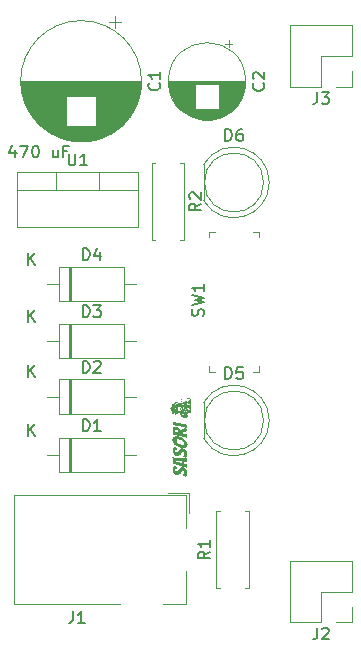
<source format=gto>
%TF.GenerationSoftware,KiCad,Pcbnew,(6.0.1)*%
%TF.CreationDate,2022-04-22T15:44:46-05:00*%
%TF.ProjectId,BreadboardPowerSupply_v2,42726561-6462-46f6-9172-64506f776572,2*%
%TF.SameCoordinates,Original*%
%TF.FileFunction,Legend,Top*%
%TF.FilePolarity,Positive*%
%FSLAX46Y46*%
G04 Gerber Fmt 4.6, Leading zero omitted, Abs format (unit mm)*
G04 Created by KiCad (PCBNEW (6.0.1)) date 2022-04-22 15:44:46*
%MOMM*%
%LPD*%
G01*
G04 APERTURE LIST*
%ADD10C,0.150000*%
%ADD11C,0.120000*%
%ADD12C,0.100000*%
%ADD13R,1.700000X1.700000*%
%ADD14O,1.700000X1.700000*%
%ADD15R,1.600000X1.600000*%
%ADD16C,1.600000*%
%ADD17O,1.600000X1.600000*%
%ADD18R,2.600000X2.600000*%
%ADD19C,2.600000*%
%ADD20R,2.000000X2.000000*%
%ADD21C,2.000000*%
%ADD22R,1.905000X2.000000*%
%ADD23O,1.905000X2.000000*%
%ADD24R,2.200000X2.200000*%
%ADD25O,2.200000X2.200000*%
%ADD26R,1.800000X1.800000*%
%ADD27C,1.800000*%
%ADD28R,1.900000X1.900000*%
%ADD29C,1.900000*%
G04 APERTURE END LIST*
D10*
%TO.C,J2*%
X166168666Y-115706380D02*
X166168666Y-116420666D01*
X166121047Y-116563523D01*
X166025809Y-116658761D01*
X165882952Y-116706380D01*
X165787714Y-116706380D01*
X166597238Y-115801619D02*
X166644857Y-115754000D01*
X166740095Y-115706380D01*
X166978190Y-115706380D01*
X167073428Y-115754000D01*
X167121047Y-115801619D01*
X167168666Y-115896857D01*
X167168666Y-115992095D01*
X167121047Y-116134952D01*
X166549619Y-116706380D01*
X167168666Y-116706380D01*
%TO.C,C2*%
X161602142Y-69615666D02*
X161649761Y-69663285D01*
X161697380Y-69806142D01*
X161697380Y-69901380D01*
X161649761Y-70044238D01*
X161554523Y-70139476D01*
X161459285Y-70187095D01*
X161268809Y-70234714D01*
X161125952Y-70234714D01*
X160935476Y-70187095D01*
X160840238Y-70139476D01*
X160745000Y-70044238D01*
X160697380Y-69901380D01*
X160697380Y-69806142D01*
X160745000Y-69663285D01*
X160792619Y-69615666D01*
X160792619Y-69234714D02*
X160745000Y-69187095D01*
X160697380Y-69091857D01*
X160697380Y-68853761D01*
X160745000Y-68758523D01*
X160792619Y-68710904D01*
X160887857Y-68663285D01*
X160983095Y-68663285D01*
X161125952Y-68710904D01*
X161697380Y-69282333D01*
X161697380Y-68663285D01*
%TO.C,R1*%
X157086380Y-109259666D02*
X156610190Y-109593000D01*
X157086380Y-109831095D02*
X156086380Y-109831095D01*
X156086380Y-109450142D01*
X156134000Y-109354904D01*
X156181619Y-109307285D01*
X156276857Y-109259666D01*
X156419714Y-109259666D01*
X156514952Y-109307285D01*
X156562571Y-109354904D01*
X156610190Y-109450142D01*
X156610190Y-109831095D01*
X157086380Y-108307285D02*
X157086380Y-108878714D01*
X157086380Y-108593000D02*
X156086380Y-108593000D01*
X156229238Y-108688238D01*
X156324476Y-108783476D01*
X156372095Y-108878714D01*
%TO.C,J1*%
X145498666Y-114307380D02*
X145498666Y-115021666D01*
X145451047Y-115164523D01*
X145355809Y-115259761D01*
X145212952Y-115307380D01*
X145117714Y-115307380D01*
X146498666Y-115307380D02*
X145927238Y-115307380D01*
X146212952Y-115307380D02*
X146212952Y-114307380D01*
X146117714Y-114450238D01*
X146022476Y-114545476D01*
X145927238Y-114593095D01*
%TO.C,C1*%
X152784142Y-69595666D02*
X152831761Y-69643285D01*
X152879380Y-69786142D01*
X152879380Y-69881380D01*
X152831761Y-70024238D01*
X152736523Y-70119476D01*
X152641285Y-70167095D01*
X152450809Y-70214714D01*
X152307952Y-70214714D01*
X152117476Y-70167095D01*
X152022238Y-70119476D01*
X151927000Y-70024238D01*
X151879380Y-69881380D01*
X151879380Y-69786142D01*
X151927000Y-69643285D01*
X151974619Y-69595666D01*
X152879380Y-68643285D02*
X152879380Y-69214714D01*
X152879380Y-68929000D02*
X151879380Y-68929000D01*
X152022238Y-69024238D01*
X152117476Y-69119476D01*
X152165095Y-69214714D01*
X140597190Y-75223714D02*
X140597190Y-75890380D01*
X140359095Y-74842761D02*
X140121000Y-75557047D01*
X140740047Y-75557047D01*
X141025761Y-74890380D02*
X141692428Y-74890380D01*
X141263857Y-75890380D01*
X142263857Y-74890380D02*
X142359095Y-74890380D01*
X142454333Y-74938000D01*
X142501952Y-74985619D01*
X142549571Y-75080857D01*
X142597190Y-75271333D01*
X142597190Y-75509428D01*
X142549571Y-75699904D01*
X142501952Y-75795142D01*
X142454333Y-75842761D01*
X142359095Y-75890380D01*
X142263857Y-75890380D01*
X142168619Y-75842761D01*
X142121000Y-75795142D01*
X142073380Y-75699904D01*
X142025761Y-75509428D01*
X142025761Y-75271333D01*
X142073380Y-75080857D01*
X142121000Y-74985619D01*
X142168619Y-74938000D01*
X142263857Y-74890380D01*
X144216238Y-75223714D02*
X144216238Y-75890380D01*
X143787666Y-75223714D02*
X143787666Y-75747523D01*
X143835285Y-75842761D01*
X143930523Y-75890380D01*
X144073380Y-75890380D01*
X144168619Y-75842761D01*
X144216238Y-75795142D01*
X145025761Y-75366571D02*
X144692428Y-75366571D01*
X144692428Y-75890380D02*
X144692428Y-74890380D01*
X145168619Y-74890380D01*
%TO.C,U1*%
X145124095Y-75573380D02*
X145124095Y-76382904D01*
X145171714Y-76478142D01*
X145219333Y-76525761D01*
X145314571Y-76573380D01*
X145505047Y-76573380D01*
X145600285Y-76525761D01*
X145647904Y-76478142D01*
X145695523Y-76382904D01*
X145695523Y-75573380D01*
X146695523Y-76573380D02*
X146124095Y-76573380D01*
X146409809Y-76573380D02*
X146409809Y-75573380D01*
X146314571Y-75716238D01*
X146219333Y-75811476D01*
X146124095Y-75859095D01*
%TO.C,D1*%
X146327904Y-99074380D02*
X146327904Y-98074380D01*
X146566000Y-98074380D01*
X146708857Y-98122000D01*
X146804095Y-98217238D01*
X146851714Y-98312476D01*
X146899333Y-98502952D01*
X146899333Y-98645809D01*
X146851714Y-98836285D01*
X146804095Y-98931523D01*
X146708857Y-99026761D01*
X146566000Y-99074380D01*
X146327904Y-99074380D01*
X147851714Y-99074380D02*
X147280285Y-99074380D01*
X147566000Y-99074380D02*
X147566000Y-98074380D01*
X147470761Y-98217238D01*
X147375523Y-98312476D01*
X147280285Y-98360095D01*
X141724095Y-99444380D02*
X141724095Y-98444380D01*
X142295523Y-99444380D02*
X141866952Y-98872952D01*
X142295523Y-98444380D02*
X141724095Y-99015809D01*
%TO.C,D2*%
X146327904Y-94121380D02*
X146327904Y-93121380D01*
X146566000Y-93121380D01*
X146708857Y-93169000D01*
X146804095Y-93264238D01*
X146851714Y-93359476D01*
X146899333Y-93549952D01*
X146899333Y-93692809D01*
X146851714Y-93883285D01*
X146804095Y-93978523D01*
X146708857Y-94073761D01*
X146566000Y-94121380D01*
X146327904Y-94121380D01*
X147280285Y-93216619D02*
X147327904Y-93169000D01*
X147423142Y-93121380D01*
X147661238Y-93121380D01*
X147756476Y-93169000D01*
X147804095Y-93216619D01*
X147851714Y-93311857D01*
X147851714Y-93407095D01*
X147804095Y-93549952D01*
X147232666Y-94121380D01*
X147851714Y-94121380D01*
X141724095Y-94491380D02*
X141724095Y-93491380D01*
X142295523Y-94491380D02*
X141866952Y-93919952D01*
X142295523Y-93491380D02*
X141724095Y-94062809D01*
%TO.C,D5*%
X158387904Y-94656380D02*
X158387904Y-93656380D01*
X158626000Y-93656380D01*
X158768857Y-93704000D01*
X158864095Y-93799238D01*
X158911714Y-93894476D01*
X158959333Y-94084952D01*
X158959333Y-94227809D01*
X158911714Y-94418285D01*
X158864095Y-94513523D01*
X158768857Y-94608761D01*
X158626000Y-94656380D01*
X158387904Y-94656380D01*
X159864095Y-93656380D02*
X159387904Y-93656380D01*
X159340285Y-94132571D01*
X159387904Y-94084952D01*
X159483142Y-94037333D01*
X159721238Y-94037333D01*
X159816476Y-94084952D01*
X159864095Y-94132571D01*
X159911714Y-94227809D01*
X159911714Y-94465904D01*
X159864095Y-94561142D01*
X159816476Y-94608761D01*
X159721238Y-94656380D01*
X159483142Y-94656380D01*
X159387904Y-94608761D01*
X159340285Y-94561142D01*
%TO.C,D3*%
X146327904Y-89422380D02*
X146327904Y-88422380D01*
X146566000Y-88422380D01*
X146708857Y-88470000D01*
X146804095Y-88565238D01*
X146851714Y-88660476D01*
X146899333Y-88850952D01*
X146899333Y-88993809D01*
X146851714Y-89184285D01*
X146804095Y-89279523D01*
X146708857Y-89374761D01*
X146566000Y-89422380D01*
X146327904Y-89422380D01*
X147232666Y-88422380D02*
X147851714Y-88422380D01*
X147518380Y-88803333D01*
X147661238Y-88803333D01*
X147756476Y-88850952D01*
X147804095Y-88898571D01*
X147851714Y-88993809D01*
X147851714Y-89231904D01*
X147804095Y-89327142D01*
X147756476Y-89374761D01*
X147661238Y-89422380D01*
X147375523Y-89422380D01*
X147280285Y-89374761D01*
X147232666Y-89327142D01*
X141724095Y-89792380D02*
X141724095Y-88792380D01*
X142295523Y-89792380D02*
X141866952Y-89220952D01*
X142295523Y-88792380D02*
X141724095Y-89363809D01*
%TO.C,R2*%
X156343380Y-79795666D02*
X155867190Y-80129000D01*
X156343380Y-80367095D02*
X155343380Y-80367095D01*
X155343380Y-79986142D01*
X155391000Y-79890904D01*
X155438619Y-79843285D01*
X155533857Y-79795666D01*
X155676714Y-79795666D01*
X155771952Y-79843285D01*
X155819571Y-79890904D01*
X155867190Y-79986142D01*
X155867190Y-80367095D01*
X155438619Y-79414714D02*
X155391000Y-79367095D01*
X155343380Y-79271857D01*
X155343380Y-79033761D01*
X155391000Y-78938523D01*
X155438619Y-78890904D01*
X155533857Y-78843285D01*
X155629095Y-78843285D01*
X155771952Y-78890904D01*
X156343380Y-79462333D01*
X156343380Y-78843285D01*
%TO.C,J3*%
X166168666Y-70367380D02*
X166168666Y-71081666D01*
X166121047Y-71224523D01*
X166025809Y-71319761D01*
X165882952Y-71367380D01*
X165787714Y-71367380D01*
X166549619Y-70367380D02*
X167168666Y-70367380D01*
X166835333Y-70748333D01*
X166978190Y-70748333D01*
X167073428Y-70795952D01*
X167121047Y-70843571D01*
X167168666Y-70938809D01*
X167168666Y-71176904D01*
X167121047Y-71272142D01*
X167073428Y-71319761D01*
X166978190Y-71367380D01*
X166692476Y-71367380D01*
X166597238Y-71319761D01*
X166549619Y-71272142D01*
%TO.C,SW1*%
X156515761Y-89311333D02*
X156563380Y-89168476D01*
X156563380Y-88930380D01*
X156515761Y-88835142D01*
X156468142Y-88787523D01*
X156372904Y-88739904D01*
X156277666Y-88739904D01*
X156182428Y-88787523D01*
X156134809Y-88835142D01*
X156087190Y-88930380D01*
X156039571Y-89120857D01*
X155991952Y-89216095D01*
X155944333Y-89263714D01*
X155849095Y-89311333D01*
X155753857Y-89311333D01*
X155658619Y-89263714D01*
X155611000Y-89216095D01*
X155563380Y-89120857D01*
X155563380Y-88882761D01*
X155611000Y-88739904D01*
X155563380Y-88406571D02*
X156563380Y-88168476D01*
X155849095Y-87978000D01*
X156563380Y-87787523D01*
X155563380Y-87549428D01*
X156563380Y-86644666D02*
X156563380Y-87216095D01*
X156563380Y-86930380D02*
X155563380Y-86930380D01*
X155706238Y-87025619D01*
X155801476Y-87120857D01*
X155849095Y-87216095D01*
%TO.C,D4*%
X146327904Y-84596380D02*
X146327904Y-83596380D01*
X146566000Y-83596380D01*
X146708857Y-83644000D01*
X146804095Y-83739238D01*
X146851714Y-83834476D01*
X146899333Y-84024952D01*
X146899333Y-84167809D01*
X146851714Y-84358285D01*
X146804095Y-84453523D01*
X146708857Y-84548761D01*
X146566000Y-84596380D01*
X146327904Y-84596380D01*
X147756476Y-83929714D02*
X147756476Y-84596380D01*
X147518380Y-83548761D02*
X147280285Y-84263047D01*
X147899333Y-84263047D01*
X141724095Y-84966380D02*
X141724095Y-83966380D01*
X142295523Y-84966380D02*
X141866952Y-84394952D01*
X142295523Y-83966380D02*
X141724095Y-84537809D01*
%TO.C,D6*%
X158387904Y-74504380D02*
X158387904Y-73504380D01*
X158626000Y-73504380D01*
X158768857Y-73552000D01*
X158864095Y-73647238D01*
X158911714Y-73742476D01*
X158959333Y-73932952D01*
X158959333Y-74075809D01*
X158911714Y-74266285D01*
X158864095Y-74361523D01*
X158768857Y-74456761D01*
X158626000Y-74504380D01*
X158387904Y-74504380D01*
X159816476Y-73504380D02*
X159626000Y-73504380D01*
X159530761Y-73552000D01*
X159483142Y-73599619D01*
X159387904Y-73742476D01*
X159340285Y-73932952D01*
X159340285Y-74313904D01*
X159387904Y-74409142D01*
X159435523Y-74456761D01*
X159530761Y-74504380D01*
X159721238Y-74504380D01*
X159816476Y-74456761D01*
X159864095Y-74409142D01*
X159911714Y-74313904D01*
X159911714Y-74075809D01*
X159864095Y-73980571D01*
X159816476Y-73932952D01*
X159721238Y-73885333D01*
X159530761Y-73885333D01*
X159435523Y-73932952D01*
X159387904Y-73980571D01*
X159340285Y-74075809D01*
D11*
%TO.C,J2*%
X166502000Y-115254000D02*
X163902000Y-115254000D01*
X169102000Y-110054000D02*
X163902000Y-110054000D01*
X169102000Y-115254000D02*
X167772000Y-115254000D01*
X163902000Y-115254000D02*
X163902000Y-110054000D01*
X169102000Y-112654000D02*
X169102000Y-110054000D01*
X169102000Y-113924000D02*
X169102000Y-115254000D01*
X166502000Y-112654000D02*
X166502000Y-115254000D01*
X169102000Y-112654000D02*
X166502000Y-112654000D01*
%TO.C,G\u002A\u002A\u002A*%
G36*
X154343738Y-99443887D02*
G01*
X154269648Y-99430386D01*
X154207170Y-99419508D01*
X154158936Y-99411781D01*
X154152600Y-99410856D01*
X154092918Y-99402331D01*
X154050215Y-99395771D01*
X154021405Y-99389934D01*
X154003401Y-99383580D01*
X153993117Y-99375466D01*
X153987467Y-99364351D01*
X153983364Y-99348994D01*
X153981645Y-99342089D01*
X153968904Y-99288306D01*
X153958805Y-99234983D01*
X153950466Y-99176291D01*
X153943003Y-99106399D01*
X153940015Y-99072938D01*
X154164490Y-99072938D01*
X154166607Y-99092565D01*
X154172943Y-99126338D01*
X154287231Y-99150321D01*
X154335202Y-99160404D01*
X154377733Y-99169372D01*
X154409750Y-99176154D01*
X154424895Y-99179396D01*
X154440823Y-99180889D01*
X154444526Y-99171884D01*
X154441380Y-99155263D01*
X154432951Y-99130574D01*
X154418154Y-99096492D01*
X154404106Y-99068027D01*
X154381403Y-99030713D01*
X154350818Y-98988151D01*
X154318884Y-98949418D01*
X154318188Y-98948647D01*
X154288077Y-98916884D01*
X154265895Y-98898132D01*
X154247180Y-98889301D01*
X154229578Y-98887280D01*
X154202665Y-98891809D01*
X154187108Y-98908154D01*
X154185310Y-98911843D01*
X154176066Y-98942569D01*
X154168939Y-98985227D01*
X154164793Y-99031467D01*
X154164490Y-99072938D01*
X153940015Y-99072938D01*
X153938851Y-99059899D01*
X153933344Y-98961351D01*
X153935504Y-98880263D01*
X153945894Y-98815058D01*
X153965081Y-98764156D01*
X153993630Y-98725981D01*
X154032106Y-98698953D01*
X154073726Y-98683378D01*
X154138106Y-98675661D01*
X154209204Y-98683904D01*
X154283171Y-98706709D01*
X154356154Y-98742682D01*
X154424302Y-98790427D01*
X154460761Y-98823632D01*
X154497513Y-98863056D01*
X154531606Y-98903932D01*
X154559550Y-98941718D01*
X154577853Y-98971869D01*
X154581868Y-98981287D01*
X154592290Y-98981657D01*
X154619257Y-98973244D01*
X154661273Y-98956613D01*
X154716842Y-98932331D01*
X154742557Y-98920589D01*
X154801961Y-98893287D01*
X154861924Y-98865921D01*
X154917042Y-98840947D01*
X154961910Y-98820815D01*
X154979208Y-98813159D01*
X155013964Y-98796940D01*
X155038944Y-98783419D01*
X155050447Y-98774688D01*
X155050328Y-98772929D01*
X155033925Y-98767078D01*
X154998964Y-98757612D01*
X154946825Y-98744834D01*
X154878886Y-98729053D01*
X154796527Y-98710573D01*
X154701128Y-98689701D01*
X154594069Y-98666742D01*
X154476728Y-98642004D01*
X154350486Y-98615791D01*
X154239610Y-98593069D01*
X154170840Y-98578979D01*
X154109057Y-98566172D01*
X154056923Y-98555211D01*
X154017099Y-98546662D01*
X153992250Y-98541087D01*
X153984888Y-98539104D01*
X153982495Y-98527560D01*
X153978478Y-98500702D01*
X153973386Y-98463037D01*
X153967773Y-98419074D01*
X153962190Y-98373321D01*
X153957188Y-98330284D01*
X153953320Y-98294472D01*
X153951137Y-98270393D01*
X153951032Y-98262501D01*
X153961405Y-98263747D01*
X153989461Y-98268797D01*
X154033010Y-98277214D01*
X154089864Y-98288560D01*
X154157832Y-98302396D01*
X154234725Y-98318286D01*
X154318354Y-98335792D01*
X154330410Y-98338333D01*
X154426502Y-98358559D01*
X154526298Y-98379484D01*
X154625645Y-98400241D01*
X154720393Y-98419968D01*
X154806389Y-98437797D01*
X154879481Y-98452865D01*
X154919680Y-98461090D01*
X154983450Y-98474400D01*
X155040815Y-98486984D01*
X155088654Y-98498107D01*
X155123849Y-98507036D01*
X155143280Y-98513037D01*
X155145740Y-98514277D01*
X155153925Y-98530023D01*
X155158241Y-98556805D01*
X155158440Y-98563998D01*
X155159700Y-98592182D01*
X155163066Y-98633347D01*
X155167918Y-98680339D01*
X155170235Y-98699972D01*
X155174827Y-98741867D01*
X155177480Y-98775630D01*
X155177881Y-98796584D01*
X155176990Y-98800996D01*
X155165185Y-98801270D01*
X155140822Y-98796300D01*
X155125092Y-98791935D01*
X155096881Y-98784590D01*
X155077755Y-98781749D01*
X155073574Y-98782493D01*
X155074938Y-98793275D01*
X155081895Y-98819651D01*
X155093398Y-98858010D01*
X155108397Y-98904741D01*
X155113676Y-98920614D01*
X155129872Y-98969077D01*
X155143457Y-99010065D01*
X155153263Y-99040025D01*
X155158121Y-99055406D01*
X155158440Y-99056664D01*
X155149289Y-99060521D01*
X155124085Y-99069274D01*
X155086198Y-99081853D01*
X155038997Y-99097187D01*
X154985852Y-99114204D01*
X154930134Y-99131832D01*
X154875212Y-99149002D01*
X154824456Y-99164640D01*
X154781237Y-99177676D01*
X154748924Y-99187039D01*
X154744420Y-99188281D01*
X154709137Y-99199886D01*
X154686807Y-99211399D01*
X154680920Y-99219146D01*
X154684854Y-99231586D01*
X154687466Y-99232720D01*
X154702293Y-99234784D01*
X154732690Y-99240454D01*
X154775046Y-99248947D01*
X154825748Y-99259482D01*
X154881185Y-99271276D01*
X154937744Y-99283546D01*
X154991814Y-99295511D01*
X155039783Y-99306389D01*
X155078039Y-99315396D01*
X155102970Y-99321751D01*
X155110940Y-99324438D01*
X155116354Y-99336623D01*
X155125096Y-99364606D01*
X155136010Y-99404368D01*
X155147935Y-99451890D01*
X155149281Y-99457509D01*
X155161164Y-99506943D01*
X155171803Y-99550397D01*
X155180084Y-99583382D01*
X155184896Y-99601410D01*
X155185083Y-99602023D01*
X155185957Y-99615611D01*
X155172928Y-99615135D01*
X155172142Y-99614891D01*
X155144082Y-99607301D01*
X155098674Y-99596539D01*
X155038551Y-99583132D01*
X154966345Y-99567607D01*
X154884689Y-99550491D01*
X154796217Y-99532311D01*
X154703559Y-99513593D01*
X154609350Y-99494865D01*
X154516222Y-99476654D01*
X154440823Y-99462176D01*
X154426807Y-99459485D01*
X154343738Y-99443887D01*
G37*
G36*
X154563130Y-101985417D02*
G01*
X154467913Y-101954662D01*
X154377967Y-101925652D01*
X154296690Y-101899484D01*
X154227482Y-101877254D01*
X154173741Y-101860058D01*
X154167840Y-101858177D01*
X154110078Y-101839575D01*
X154059022Y-101822755D01*
X154017823Y-101808787D01*
X153989634Y-101798739D01*
X153977606Y-101793681D01*
X153977542Y-101793630D01*
X153973916Y-101781642D01*
X153969397Y-101753481D01*
X153964541Y-101713241D01*
X153959903Y-101665017D01*
X153959534Y-101660655D01*
X153953615Y-101595723D01*
X153951690Y-101576791D01*
X154142481Y-101576791D01*
X154145277Y-101582966D01*
X154154951Y-101589846D01*
X154173475Y-101598095D01*
X154202818Y-101608375D01*
X154244951Y-101621350D01*
X154301845Y-101637683D01*
X154375471Y-101658037D01*
X154419341Y-101669975D01*
X154491532Y-101689585D01*
X154557603Y-101707605D01*
X154614929Y-101723311D01*
X154660885Y-101735983D01*
X154692845Y-101744899D01*
X154708184Y-101749337D01*
X154708860Y-101749561D01*
X154716081Y-101746202D01*
X154720137Y-101728022D01*
X154721544Y-101692478D01*
X154721560Y-101686888D01*
X154719553Y-101643508D01*
X154713552Y-101619817D01*
X154708860Y-101615331D01*
X154695430Y-101613196D01*
X154664823Y-101609621D01*
X154620106Y-101604922D01*
X154564344Y-101599415D01*
X154500604Y-101593418D01*
X154467560Y-101590412D01*
X154398330Y-101584128D01*
X154333048Y-101578100D01*
X154275422Y-101572678D01*
X154229165Y-101568213D01*
X154197987Y-101565056D01*
X154190700Y-101564253D01*
X154161343Y-101561872D01*
X154146972Y-101564521D01*
X154142597Y-101573496D01*
X154142481Y-101576791D01*
X153951690Y-101576791D01*
X153946190Y-101522702D01*
X153938378Y-101452303D01*
X153933643Y-101413176D01*
X153927942Y-101366210D01*
X153923691Y-101327298D01*
X153921294Y-101300452D01*
X153921156Y-101289685D01*
X153921171Y-101289668D01*
X153931847Y-101289370D01*
X153957898Y-101290919D01*
X153994493Y-101293999D01*
X154010360Y-101295524D01*
X154039297Y-101297873D01*
X154085858Y-101300996D01*
X154147365Y-101304742D01*
X154221141Y-101308960D01*
X154304512Y-101313498D01*
X154394799Y-101318205D01*
X154489328Y-101322930D01*
X154528520Y-101324829D01*
X154658374Y-101331098D01*
X154769267Y-101336539D01*
X154862538Y-101341230D01*
X154939524Y-101345248D01*
X155001564Y-101348672D01*
X155049997Y-101351579D01*
X155086161Y-101354047D01*
X155111395Y-101356153D01*
X155127037Y-101357976D01*
X155134426Y-101359593D01*
X155135280Y-101360094D01*
X155138523Y-101371542D01*
X155143466Y-101398578D01*
X155149515Y-101436827D01*
X155156076Y-101481915D01*
X155162557Y-101529470D01*
X155168365Y-101575116D01*
X155172906Y-101614479D01*
X155175586Y-101643186D01*
X155175814Y-101656862D01*
X155175594Y-101657353D01*
X155164153Y-101658100D01*
X155136505Y-101656503D01*
X155096589Y-101652875D01*
X155048343Y-101647533D01*
X155039588Y-101646476D01*
X154990010Y-101640485D01*
X154947827Y-101635516D01*
X154917079Y-101632036D01*
X154901812Y-101630512D01*
X154901079Y-101630480D01*
X154897916Y-101639836D01*
X154896145Y-101664749D01*
X154896031Y-101700487D01*
X154896409Y-101714055D01*
X154899360Y-101797630D01*
X155016200Y-101832291D01*
X155061637Y-101845870D01*
X155099275Y-101857309D01*
X155125233Y-101865416D01*
X155135628Y-101868995D01*
X155135644Y-101869006D01*
X155137758Y-101879178D01*
X155141689Y-101905193D01*
X155146873Y-101942713D01*
X155152747Y-101987401D01*
X155158748Y-102034920D01*
X155164313Y-102080933D01*
X155168880Y-102121101D01*
X155170948Y-102141020D01*
X155171722Y-102165438D01*
X155168983Y-102178457D01*
X155167764Y-102179120D01*
X155156924Y-102176085D01*
X155128805Y-102167411D01*
X155085450Y-102153752D01*
X155028902Y-102135757D01*
X154961206Y-102114080D01*
X154884403Y-102089370D01*
X154800538Y-102062280D01*
X154755784Y-102047782D01*
X154708860Y-102032580D01*
X154660220Y-102016823D01*
X154563130Y-101985417D01*
G37*
G36*
X154833320Y-100477067D02*
G01*
X154748868Y-100474128D01*
X154672075Y-100464743D01*
X154596450Y-100447525D01*
X154515506Y-100421082D01*
X154447790Y-100394522D01*
X154332510Y-100340292D01*
X154230967Y-100277527D01*
X154137088Y-100202205D01*
X154090619Y-100158076D01*
X154021584Y-100082516D01*
X153970106Y-100010247D01*
X153934430Y-99938229D01*
X153912927Y-99863845D01*
X154264360Y-99863845D01*
X154274125Y-99920208D01*
X154301877Y-99975762D01*
X154345296Y-100028893D01*
X154402064Y-100077984D01*
X154469863Y-100121423D01*
X154546375Y-100157594D01*
X154629282Y-100184883D01*
X154716265Y-100201674D01*
X154754590Y-100205281D01*
X154843501Y-100210900D01*
X154879050Y-100173207D01*
X154904834Y-100137252D01*
X154914392Y-100098918D01*
X154907996Y-100054392D01*
X154890649Y-100009754D01*
X154858442Y-99959276D01*
X154810918Y-99909422D01*
X154752752Y-99864456D01*
X154695514Y-99831853D01*
X154628776Y-99804290D01*
X154559727Y-99783358D01*
X154491482Y-99769277D01*
X154427155Y-99762267D01*
X154369859Y-99762548D01*
X154322709Y-99770341D01*
X154288818Y-99785864D01*
X154274305Y-99802081D01*
X154267975Y-99823851D01*
X154264555Y-99854960D01*
X154264360Y-99863845D01*
X153912927Y-99863845D01*
X153912806Y-99863425D01*
X153909400Y-99844001D01*
X153904474Y-99763990D01*
X153916438Y-99694661D01*
X153945654Y-99634878D01*
X153992040Y-99583885D01*
X154027860Y-99557458D01*
X154067137Y-99538037D01*
X154113523Y-99524748D01*
X154170665Y-99516719D01*
X154242216Y-99513075D01*
X154289760Y-99512624D01*
X154352046Y-99513212D01*
X154400273Y-99515324D01*
X154440686Y-99519673D01*
X154479530Y-99526972D01*
X154523048Y-99537935D01*
X154531400Y-99540225D01*
X154666591Y-99586549D01*
X154790126Y-99647145D01*
X154900715Y-99721026D01*
X154997068Y-99807205D01*
X155077896Y-99904696D01*
X155137769Y-100004186D01*
X155152041Y-100036847D01*
X155166772Y-100077637D01*
X155180311Y-100120947D01*
X155191007Y-100161168D01*
X155197209Y-100192691D01*
X155197790Y-100208080D01*
X155195447Y-100220265D01*
X155190606Y-100245201D01*
X155187942Y-100258880D01*
X155175445Y-100309511D01*
X155158432Y-100347338D01*
X155132811Y-100379873D01*
X155110535Y-100400921D01*
X155071808Y-100430776D01*
X155031156Y-100452144D01*
X154984336Y-100466192D01*
X154927105Y-100474084D01*
X154855221Y-100476987D01*
X154843501Y-100477030D01*
X154833320Y-100477067D01*
G37*
G36*
X154188079Y-100389730D02*
G01*
X154216442Y-100391959D01*
X154230684Y-100394697D01*
X154231198Y-100395053D01*
X154235312Y-100405809D01*
X154243407Y-100431668D01*
X154254207Y-100468109D01*
X154266433Y-100510608D01*
X154278807Y-100554641D01*
X154290051Y-100595686D01*
X154298886Y-100629219D01*
X154304034Y-100650718D01*
X154304830Y-100655620D01*
X154296097Y-100658262D01*
X154274378Y-100657572D01*
X154269467Y-100657052D01*
X154219970Y-100657433D01*
X154184192Y-100672064D01*
X154167053Y-100690456D01*
X154157662Y-100722417D01*
X154165552Y-100760227D01*
X154189738Y-100800825D01*
X154209827Y-100823431D01*
X154248414Y-100851110D01*
X154288487Y-100858582D01*
X154328527Y-100846501D01*
X154341832Y-100838586D01*
X154354086Y-100828381D01*
X154367896Y-100812709D01*
X154385869Y-100788395D01*
X154410613Y-100752263D01*
X154431411Y-100721160D01*
X154479386Y-100654034D01*
X154524156Y-100603820D01*
X154569465Y-100568333D01*
X154619058Y-100545393D01*
X154676681Y-100532814D01*
X154746077Y-100528416D01*
X154762200Y-100528326D01*
X154813106Y-100529020D01*
X154849921Y-100531562D01*
X154878853Y-100536992D01*
X154906114Y-100546350D01*
X154928199Y-100556105D01*
X154983986Y-100590059D01*
X155039518Y-100637895D01*
X155089130Y-100693910D01*
X155127154Y-100752400D01*
X155131192Y-100760385D01*
X155161197Y-100837461D01*
X155180136Y-100919756D01*
X155187433Y-101001795D01*
X155182511Y-101078101D01*
X155170084Y-101129348D01*
X155155026Y-101162951D01*
X155132465Y-101201906D01*
X155106074Y-101240963D01*
X155079523Y-101274871D01*
X155056485Y-101298379D01*
X155047585Y-101304514D01*
X155032579Y-101304220D01*
X155004215Y-101294038D01*
X154961273Y-101273451D01*
X154912001Y-101247168D01*
X154792562Y-101181543D01*
X154821865Y-101154170D01*
X154841651Y-101130757D01*
X154864525Y-101096515D01*
X154883993Y-101061771D01*
X154902145Y-101022777D01*
X154911235Y-100992932D01*
X154913207Y-100964302D01*
X154912048Y-100947096D01*
X154900668Y-100899189D01*
X154878433Y-100859886D01*
X154848451Y-100832366D01*
X154813834Y-100819810D01*
X154789179Y-100821456D01*
X154754182Y-100838765D01*
X154712372Y-100874612D01*
X154664193Y-100928556D01*
X154610088Y-101000154D01*
X154610068Y-101000182D01*
X154560936Y-101065254D01*
X154513743Y-101119695D01*
X154470631Y-101161309D01*
X154433741Y-101187902D01*
X154421100Y-101193882D01*
X154376604Y-101202698D01*
X154322488Y-101201123D01*
X154266400Y-101189483D01*
X154258549Y-101186976D01*
X154216089Y-101165390D01*
X154168927Y-101129296D01*
X154120880Y-101082636D01*
X154075766Y-101029350D01*
X154037400Y-100973380D01*
X154018942Y-100939600D01*
X153979615Y-100849667D01*
X153954211Y-100768360D01*
X153941439Y-100690838D01*
X153939296Y-100641350D01*
X153941879Y-100574596D01*
X153950250Y-100523253D01*
X153965495Y-100482963D01*
X153986560Y-100451871D01*
X154019915Y-100419327D01*
X154057085Y-100399379D01*
X154103563Y-100389912D01*
X154151107Y-100388460D01*
X154188079Y-100389730D01*
G37*
G36*
X154186290Y-101992387D02*
G01*
X154192214Y-101993408D01*
X154236908Y-102001533D01*
X154265376Y-102108107D01*
X154277663Y-102154221D01*
X154288465Y-102194965D01*
X154296404Y-102225130D01*
X154299615Y-102237540D01*
X154301477Y-102250740D01*
X154295455Y-102257548D01*
X154277088Y-102260064D01*
X154251084Y-102260400D01*
X154215672Y-102262276D01*
X154192517Y-102269596D01*
X154173764Y-102284906D01*
X154173043Y-102285669D01*
X154158106Y-102304330D01*
X154154595Y-102321609D01*
X154160686Y-102347338D01*
X154161255Y-102349169D01*
X154184669Y-102398902D01*
X154222177Y-102437576D01*
X154236569Y-102447729D01*
X154273830Y-102461478D01*
X154312686Y-102455108D01*
X154352951Y-102428739D01*
X154394434Y-102382494D01*
X154435201Y-102319564D01*
X154485658Y-102246850D01*
X154543977Y-102190363D01*
X154595419Y-102157980D01*
X154620680Y-102146771D01*
X154645353Y-102139550D01*
X154674967Y-102135478D01*
X154715049Y-102133714D01*
X154757120Y-102133400D01*
X154808891Y-102133916D01*
X154846178Y-102136080D01*
X154874804Y-102140823D01*
X154900593Y-102149074D01*
X154926539Y-102160430D01*
X155002323Y-102206944D01*
X155067369Y-102269475D01*
X155119959Y-102345832D01*
X155158375Y-102433824D01*
X155168782Y-102469396D01*
X155183711Y-102551955D01*
X155187095Y-102633522D01*
X155178666Y-102706705D01*
X155177558Y-102711613D01*
X155165565Y-102747996D01*
X155148619Y-102784207D01*
X155146536Y-102787813D01*
X155128231Y-102814441D01*
X155104077Y-102844273D01*
X155078139Y-102872923D01*
X155054484Y-102896008D01*
X155037175Y-102909143D01*
X155032634Y-102910640D01*
X155020464Y-102905986D01*
X154994265Y-102893270D01*
X154957734Y-102874363D01*
X154914568Y-102851136D01*
X154908719Y-102847929D01*
X154794620Y-102785217D01*
X154825649Y-102754187D01*
X154852764Y-102719989D01*
X154878377Y-102675635D01*
X154899233Y-102628151D01*
X154912078Y-102584562D01*
X154914591Y-102562256D01*
X154908063Y-102520063D01*
X154890911Y-102479052D01*
X154866808Y-102446550D01*
X154850291Y-102434047D01*
X154816644Y-102423627D01*
X154781395Y-102428470D01*
X154743382Y-102449372D01*
X154701446Y-102487131D01*
X154654427Y-102542544D01*
X154615803Y-102595208D01*
X154558010Y-102672885D01*
X154505387Y-102732361D01*
X154456113Y-102774515D01*
X154408365Y-102800224D01*
X154360320Y-102810366D01*
X154310156Y-102805820D01*
X154256051Y-102787464D01*
X154236173Y-102778102D01*
X154164796Y-102731442D01*
X154099566Y-102666370D01*
X154041452Y-102584124D01*
X153991421Y-102485940D01*
X153974189Y-102443280D01*
X153961478Y-102407383D01*
X153953103Y-102376073D01*
X153948154Y-102343198D01*
X153945721Y-102302607D01*
X153944894Y-102248145D01*
X153944880Y-102245160D01*
X153944927Y-102192655D01*
X153946156Y-102155624D01*
X153949339Y-102129223D01*
X153955254Y-102108612D01*
X153964676Y-102088946D01*
X153971913Y-102076303D01*
X154009038Y-102032175D01*
X154058628Y-102002921D01*
X154118455Y-101989379D01*
X154186290Y-101992387D01*
G37*
%TO.C,C2*%
X158621000Y-72170000D02*
X155069000Y-72170000D01*
X155805000Y-71330000D02*
X154209000Y-71330000D01*
X157904000Y-72530000D02*
X155786000Y-72530000D01*
X160012000Y-70089000D02*
X157885000Y-70089000D01*
X160051000Y-69849000D02*
X157885000Y-69849000D01*
X158679000Y-72130000D02*
X155011000Y-72130000D01*
X155805000Y-70250000D02*
X153714000Y-70250000D01*
X158277000Y-72370000D02*
X155413000Y-72370000D01*
X159150000Y-71730000D02*
X157885000Y-71730000D01*
X159943000Y-70370000D02*
X157885000Y-70370000D01*
X159188000Y-71690000D02*
X157885000Y-71690000D01*
X155805000Y-71530000D02*
X154361000Y-71530000D01*
X159931000Y-70410000D02*
X157885000Y-70410000D01*
X155805000Y-70570000D02*
X153812000Y-70570000D01*
X159906000Y-70490000D02*
X157885000Y-70490000D01*
X160075000Y-69489000D02*
X153615000Y-69489000D01*
X159423000Y-71410000D02*
X157885000Y-71410000D01*
X155805000Y-69729000D02*
X153627000Y-69729000D01*
X155805000Y-70530000D02*
X153798000Y-70530000D01*
X160072000Y-69609000D02*
X153618000Y-69609000D01*
X155805000Y-70890000D02*
X153949000Y-70890000D01*
X157478000Y-72650000D02*
X156212000Y-72650000D01*
X159986000Y-70210000D02*
X157885000Y-70210000D01*
X155805000Y-71250000D02*
X154155000Y-71250000D01*
X159261000Y-71610000D02*
X157885000Y-71610000D01*
X155805000Y-71410000D02*
X154267000Y-71410000D01*
X155805000Y-69969000D02*
X153656000Y-69969000D01*
X159919000Y-70450000D02*
X157885000Y-70450000D01*
X157785000Y-72570000D02*
X155905000Y-72570000D01*
X159878000Y-70570000D02*
X157885000Y-70570000D01*
X155805000Y-69849000D02*
X153639000Y-69849000D01*
X155805000Y-70330000D02*
X153735000Y-70330000D01*
X159995000Y-70170000D02*
X157885000Y-70170000D01*
X160075000Y-69529000D02*
X153615000Y-69529000D01*
X159393000Y-71450000D02*
X157885000Y-71450000D01*
X160004000Y-70129000D02*
X157885000Y-70129000D01*
X158010000Y-72490000D02*
X155680000Y-72490000D01*
X155805000Y-71370000D02*
X154238000Y-71370000D01*
X158982000Y-71890000D02*
X154708000Y-71890000D01*
X159815000Y-70730000D02*
X157885000Y-70730000D01*
X155805000Y-69769000D02*
X153630000Y-69769000D01*
X155805000Y-70290000D02*
X153724000Y-70290000D01*
X159779000Y-70810000D02*
X157885000Y-70810000D01*
X158195000Y-72410000D02*
X155495000Y-72410000D01*
X160056000Y-69809000D02*
X157885000Y-69809000D01*
X160040000Y-69929000D02*
X157885000Y-69929000D01*
X159976000Y-70250000D02*
X157885000Y-70250000D01*
X159761000Y-70850000D02*
X157885000Y-70850000D01*
X159611000Y-71130000D02*
X157885000Y-71130000D01*
X159535000Y-71250000D02*
X157885000Y-71250000D01*
X158999000Y-66263759D02*
X158369000Y-66263759D01*
X155805000Y-71450000D02*
X154297000Y-71450000D01*
X160027000Y-70009000D02*
X157885000Y-70009000D01*
X155805000Y-70170000D02*
X153695000Y-70170000D01*
X155805000Y-71050000D02*
X154033000Y-71050000D01*
X158426000Y-72290000D02*
X155264000Y-72290000D01*
X159027000Y-71850000D02*
X154663000Y-71850000D01*
X158937000Y-71930000D02*
X154753000Y-71930000D01*
X159509000Y-71290000D02*
X157885000Y-71290000D01*
X155805000Y-70089000D02*
X153678000Y-70089000D01*
X157647000Y-72610000D02*
X156043000Y-72610000D01*
X155805000Y-70009000D02*
X153663000Y-70009000D01*
X159587000Y-71170000D02*
X157885000Y-71170000D01*
X160063000Y-69729000D02*
X157885000Y-69729000D01*
X155805000Y-70049000D02*
X153670000Y-70049000D01*
X157247000Y-72690000D02*
X156443000Y-72690000D01*
X160046000Y-69889000D02*
X157885000Y-69889000D01*
X158840000Y-72010000D02*
X154850000Y-72010000D01*
X160073000Y-69569000D02*
X153617000Y-69569000D01*
X155805000Y-70730000D02*
X153875000Y-70730000D01*
X155805000Y-71570000D02*
X154395000Y-71570000D01*
X159797000Y-70770000D02*
X157885000Y-70770000D01*
X155805000Y-71290000D02*
X154181000Y-71290000D01*
X159892000Y-70530000D02*
X157885000Y-70530000D01*
X159225000Y-71650000D02*
X157885000Y-71650000D01*
X158889000Y-71970000D02*
X154801000Y-71970000D01*
X155805000Y-71730000D02*
X154540000Y-71730000D01*
X155805000Y-71650000D02*
X154465000Y-71650000D01*
X159741000Y-70890000D02*
X157885000Y-70890000D01*
X159361000Y-71490000D02*
X157885000Y-71490000D01*
X155805000Y-69889000D02*
X153644000Y-69889000D01*
X159847000Y-70650000D02*
X157885000Y-70650000D01*
X155805000Y-70850000D02*
X153929000Y-70850000D01*
X155805000Y-69689000D02*
X153623000Y-69689000D01*
X155805000Y-70810000D02*
X153911000Y-70810000D01*
X155805000Y-70930000D02*
X153969000Y-70930000D01*
X155805000Y-71090000D02*
X154055000Y-71090000D01*
X160060000Y-69769000D02*
X157885000Y-69769000D01*
X159452000Y-71370000D02*
X157885000Y-71370000D01*
X159561000Y-71210000D02*
X157885000Y-71210000D01*
X158789000Y-72050000D02*
X154901000Y-72050000D01*
X155805000Y-70410000D02*
X153759000Y-70410000D01*
X158559000Y-72210000D02*
X155131000Y-72210000D01*
X159657000Y-71050000D02*
X157885000Y-71050000D01*
X155805000Y-70770000D02*
X153893000Y-70770000D01*
X155805000Y-70690000D02*
X153859000Y-70690000D01*
X160075000Y-69449000D02*
X153615000Y-69449000D01*
X155805000Y-71010000D02*
X154011000Y-71010000D01*
X155805000Y-70610000D02*
X153827000Y-70610000D01*
X155805000Y-70970000D02*
X153989000Y-70970000D01*
X158107000Y-72450000D02*
X155583000Y-72450000D01*
X159635000Y-71090000D02*
X157885000Y-71090000D01*
X159721000Y-70930000D02*
X157885000Y-70930000D01*
X159329000Y-71530000D02*
X157885000Y-71530000D01*
X159863000Y-70610000D02*
X157885000Y-70610000D01*
X159966000Y-70290000D02*
X157885000Y-70290000D01*
X159110000Y-71770000D02*
X154580000Y-71770000D01*
X155805000Y-71170000D02*
X154103000Y-71170000D01*
X155805000Y-69809000D02*
X153634000Y-69809000D01*
X155805000Y-70370000D02*
X153747000Y-70370000D01*
X158684000Y-65948759D02*
X158684000Y-66578759D01*
X159069000Y-71810000D02*
X154621000Y-71810000D01*
X155805000Y-71690000D02*
X154502000Y-71690000D01*
X160069000Y-69649000D02*
X153621000Y-69649000D01*
X155805000Y-71130000D02*
X154079000Y-71130000D01*
X155805000Y-71490000D02*
X154329000Y-71490000D01*
X159481000Y-71330000D02*
X157885000Y-71330000D01*
X159679000Y-71010000D02*
X157885000Y-71010000D01*
X155805000Y-70129000D02*
X153686000Y-70129000D01*
X159831000Y-70690000D02*
X157885000Y-70690000D01*
X155805000Y-70490000D02*
X153784000Y-70490000D01*
X155805000Y-69929000D02*
X153650000Y-69929000D01*
X159701000Y-70970000D02*
X157885000Y-70970000D01*
X159955000Y-70330000D02*
X157885000Y-70330000D01*
X159295000Y-71570000D02*
X157885000Y-71570000D01*
X160020000Y-70049000D02*
X157885000Y-70049000D01*
X158495000Y-72250000D02*
X155195000Y-72250000D01*
X158354000Y-72330000D02*
X155336000Y-72330000D01*
X155805000Y-71610000D02*
X154429000Y-71610000D01*
X158735000Y-72090000D02*
X154955000Y-72090000D01*
X160034000Y-69969000D02*
X157885000Y-69969000D01*
X160067000Y-69689000D02*
X157885000Y-69689000D01*
X155805000Y-70210000D02*
X153704000Y-70210000D01*
X155805000Y-71210000D02*
X154129000Y-71210000D01*
X155805000Y-70650000D02*
X153843000Y-70650000D01*
X155805000Y-70450000D02*
X153771000Y-70450000D01*
X160115000Y-69449000D02*
G75*
G03*
X160115000Y-69449000I-3270000J0D01*
G01*
%TO.C,R1*%
X160374000Y-105823000D02*
X160044000Y-105823000D01*
X160044000Y-112363000D02*
X160374000Y-112363000D01*
X157634000Y-105823000D02*
X157964000Y-105823000D01*
X157964000Y-112363000D02*
X157634000Y-112363000D01*
X157634000Y-112363000D02*
X157634000Y-105823000D01*
X160374000Y-112363000D02*
X160374000Y-105823000D01*
%TO.C,J1*%
X149482000Y-113705000D02*
X140482000Y-113705000D01*
X140482000Y-104505000D02*
X155082000Y-104505000D01*
X155082000Y-110905000D02*
X155082000Y-113705000D01*
X140482000Y-113705000D02*
X140482000Y-104505000D01*
X155082000Y-104505000D02*
X155082000Y-107305000D01*
X155322000Y-104265000D02*
X155322000Y-106005000D01*
X153582000Y-104265000D02*
X155322000Y-104265000D01*
X155082000Y-113705000D02*
X153082000Y-113705000D01*
%TO.C,C1*%
X150548000Y-72030000D02*
X147418000Y-72030000D01*
X147919000Y-74230000D02*
X144435000Y-74230000D01*
X150134000Y-72630000D02*
X147418000Y-72630000D01*
X150227000Y-72510000D02*
X147418000Y-72510000D01*
X144936000Y-71630000D02*
X141593000Y-71630000D01*
X150915000Y-71270000D02*
X147418000Y-71270000D01*
X151084000Y-70750000D02*
X147418000Y-70750000D01*
X144936000Y-71270000D02*
X141439000Y-71270000D01*
X150900000Y-71310000D02*
X147418000Y-71310000D01*
X151105000Y-70670000D02*
X141249000Y-70670000D01*
X147039000Y-74470000D02*
X145315000Y-74470000D01*
X147239000Y-74430000D02*
X145115000Y-74430000D01*
X147687000Y-74310000D02*
X144667000Y-74310000D01*
X151250000Y-69709000D02*
X141104000Y-69709000D01*
X151227000Y-69989000D02*
X141127000Y-69989000D01*
X151001000Y-71030000D02*
X147418000Y-71030000D01*
X149122000Y-73590000D02*
X143232000Y-73590000D01*
X144936000Y-72950000D02*
X142498000Y-72950000D01*
X144936000Y-73030000D02*
X142576000Y-73030000D01*
X150166000Y-72590000D02*
X147418000Y-72590000D01*
X151245000Y-69789000D02*
X141109000Y-69789000D01*
X148687000Y-73870000D02*
X143667000Y-73870000D01*
X149552000Y-64449354D02*
X148552000Y-64449354D01*
X147407000Y-74390000D02*
X144947000Y-74390000D01*
X144936000Y-71790000D02*
X141673000Y-71790000D01*
X150343000Y-72350000D02*
X147418000Y-72350000D01*
X149738000Y-73070000D02*
X147418000Y-73070000D01*
X151188000Y-70270000D02*
X141166000Y-70270000D01*
X144936000Y-71310000D02*
X141454000Y-71310000D01*
X148466000Y-73990000D02*
X143888000Y-73990000D01*
X150816000Y-71510000D02*
X147418000Y-71510000D01*
X144936000Y-72030000D02*
X141806000Y-72030000D01*
X144936000Y-70790000D02*
X141280000Y-70790000D01*
X144936000Y-72630000D02*
X142220000Y-72630000D01*
X150931000Y-71230000D02*
X147418000Y-71230000D01*
X148947000Y-73710000D02*
X143407000Y-73710000D01*
X149655000Y-73150000D02*
X147418000Y-73150000D01*
X150867000Y-71390000D02*
X147418000Y-71390000D01*
X148214000Y-74110000D02*
X144140000Y-74110000D01*
X150945000Y-71190000D02*
X147418000Y-71190000D01*
X144936000Y-70990000D02*
X141340000Y-70990000D01*
X150069000Y-72710000D02*
X147418000Y-72710000D01*
X151247000Y-69749000D02*
X141107000Y-69749000D01*
X144936000Y-72350000D02*
X142011000Y-72350000D01*
X151212000Y-70109000D02*
X141142000Y-70109000D01*
X144936000Y-71150000D02*
X141394000Y-71150000D01*
X149569000Y-73230000D02*
X142785000Y-73230000D01*
X150450000Y-72190000D02*
X147418000Y-72190000D01*
X151115000Y-70630000D02*
X141239000Y-70630000D01*
X149613000Y-73190000D02*
X142741000Y-73190000D01*
X150424000Y-72230000D02*
X147418000Y-72230000D01*
X144936000Y-71070000D02*
X141366000Y-71070000D01*
X150617000Y-71910000D02*
X147418000Y-71910000D01*
X150197000Y-72550000D02*
X147418000Y-72550000D01*
X151231000Y-69949000D02*
X141123000Y-69949000D01*
X150035000Y-72750000D02*
X147418000Y-72750000D01*
X151222000Y-70029000D02*
X141132000Y-70029000D01*
X149052000Y-63949354D02*
X149052000Y-64949354D01*
X151124000Y-70590000D02*
X141230000Y-70590000D01*
X151195000Y-70230000D02*
X141159000Y-70230000D01*
X148616000Y-73910000D02*
X143738000Y-73910000D01*
X149066000Y-73630000D02*
X143288000Y-73630000D01*
X149231000Y-73510000D02*
X143123000Y-73510000D01*
X144936000Y-71910000D02*
X141737000Y-71910000D01*
X150780000Y-71590000D02*
X147418000Y-71590000D01*
X150798000Y-71550000D02*
X147418000Y-71550000D01*
X151239000Y-69869000D02*
X141115000Y-69869000D01*
X146776000Y-74510000D02*
X145578000Y-74510000D01*
X144936000Y-70750000D02*
X141270000Y-70750000D01*
X144936000Y-71670000D02*
X141613000Y-71670000D01*
X144936000Y-71350000D02*
X141470000Y-71350000D01*
X151151000Y-70470000D02*
X141203000Y-70470000D01*
X149778000Y-73030000D02*
X147418000Y-73030000D01*
X144936000Y-72190000D02*
X141904000Y-72190000D01*
X144936000Y-72070000D02*
X141830000Y-72070000D01*
X147555000Y-74350000D02*
X144799000Y-74350000D01*
X150572000Y-71990000D02*
X147418000Y-71990000D01*
X150287000Y-72430000D02*
X147418000Y-72430000D01*
X151167000Y-70390000D02*
X141187000Y-70390000D01*
X148121000Y-74150000D02*
X144233000Y-74150000D01*
X150371000Y-72310000D02*
X147418000Y-72310000D01*
X149856000Y-72950000D02*
X147418000Y-72950000D01*
X149478000Y-73310000D02*
X142876000Y-73310000D01*
X150851000Y-71430000D02*
X147418000Y-71430000D01*
X151095000Y-70710000D02*
X147418000Y-70710000D01*
X144936000Y-71870000D02*
X141715000Y-71870000D01*
X150398000Y-72270000D02*
X147418000Y-72270000D01*
X144936000Y-72310000D02*
X141983000Y-72310000D01*
X150988000Y-71070000D02*
X147418000Y-71070000D01*
X144936000Y-72270000D02*
X141956000Y-72270000D01*
X144936000Y-71710000D02*
X141632000Y-71710000D01*
X144936000Y-72470000D02*
X142097000Y-72470000D01*
X144936000Y-73070000D02*
X142616000Y-73070000D01*
X151242000Y-69829000D02*
X141112000Y-69829000D01*
X150761000Y-71630000D02*
X147418000Y-71630000D01*
X150315000Y-72390000D02*
X147418000Y-72390000D01*
X149697000Y-73110000D02*
X147418000Y-73110000D01*
X148542000Y-73950000D02*
X143812000Y-73950000D01*
X147807000Y-74270000D02*
X144547000Y-74270000D01*
X144936000Y-71990000D02*
X141782000Y-71990000D01*
X144936000Y-72230000D02*
X141930000Y-72230000D01*
X144936000Y-72390000D02*
X142039000Y-72390000D01*
X144936000Y-70830000D02*
X141292000Y-70830000D01*
X150702000Y-71750000D02*
X147418000Y-71750000D01*
X151181000Y-70310000D02*
X141173000Y-70310000D01*
X148023000Y-74190000D02*
X144331000Y-74190000D01*
X144936000Y-71950000D02*
X141760000Y-71950000D01*
X144936000Y-71430000D02*
X141503000Y-71430000D01*
X144936000Y-72750000D02*
X142319000Y-72750000D01*
X151159000Y-70430000D02*
X141195000Y-70430000D01*
X144936000Y-72430000D02*
X142067000Y-72430000D01*
X151207000Y-70150000D02*
X141147000Y-70150000D01*
X144936000Y-70710000D02*
X141259000Y-70710000D01*
X150722000Y-71710000D02*
X147418000Y-71710000D01*
X144936000Y-72870000D02*
X142424000Y-72870000D01*
X144936000Y-72830000D02*
X142388000Y-72830000D01*
X148886000Y-73750000D02*
X143468000Y-73750000D01*
X151254000Y-69629000D02*
X141100000Y-69629000D01*
X144936000Y-71830000D02*
X141694000Y-71830000D01*
X144936000Y-72910000D02*
X142461000Y-72910000D01*
X149431000Y-73350000D02*
X142923000Y-73350000D01*
X150475000Y-72150000D02*
X147418000Y-72150000D01*
X151256000Y-69549000D02*
X141098000Y-69549000D01*
X144936000Y-71390000D02*
X141487000Y-71390000D01*
X150500000Y-72110000D02*
X147418000Y-72110000D01*
X151255000Y-69589000D02*
X141099000Y-69589000D01*
X150741000Y-71670000D02*
X147418000Y-71670000D01*
X149177000Y-73550000D02*
X143177000Y-73550000D01*
X150660000Y-71830000D02*
X147418000Y-71830000D01*
X149893000Y-72910000D02*
X147418000Y-72910000D01*
X144936000Y-72510000D02*
X142127000Y-72510000D01*
X144936000Y-71230000D02*
X141423000Y-71230000D01*
X150524000Y-72070000D02*
X147418000Y-72070000D01*
X150102000Y-72670000D02*
X147418000Y-72670000D01*
X144936000Y-73150000D02*
X142699000Y-73150000D01*
X151257000Y-69509000D02*
X141097000Y-69509000D01*
X144936000Y-72110000D02*
X141854000Y-72110000D01*
X150884000Y-71350000D02*
X147418000Y-71350000D01*
X144936000Y-71030000D02*
X141353000Y-71030000D01*
X144936000Y-72790000D02*
X142353000Y-72790000D01*
X149283000Y-73470000D02*
X143071000Y-73470000D01*
X144936000Y-73110000D02*
X142657000Y-73110000D01*
X150974000Y-71110000D02*
X147418000Y-71110000D01*
X151201000Y-70190000D02*
X141153000Y-70190000D01*
X144936000Y-71550000D02*
X141556000Y-71550000D01*
X151014000Y-70990000D02*
X147418000Y-70990000D01*
X144936000Y-71110000D02*
X141380000Y-71110000D01*
X144936000Y-70950000D02*
X141327000Y-70950000D01*
X148756000Y-73830000D02*
X143598000Y-73830000D01*
X151039000Y-70910000D02*
X147418000Y-70910000D01*
X149383000Y-73390000D02*
X142971000Y-73390000D01*
X144936000Y-72710000D02*
X142285000Y-72710000D01*
X150257000Y-72470000D02*
X147418000Y-72470000D01*
X144936000Y-71750000D02*
X141652000Y-71750000D01*
X151027000Y-70950000D02*
X147418000Y-70950000D01*
X150681000Y-71790000D02*
X147418000Y-71790000D01*
X151133000Y-70550000D02*
X141221000Y-70550000D01*
X144936000Y-71510000D02*
X141538000Y-71510000D01*
X144936000Y-72590000D02*
X142188000Y-72590000D01*
X149333000Y-73430000D02*
X143021000Y-73430000D01*
X150639000Y-71870000D02*
X147418000Y-71870000D01*
X151257000Y-69429000D02*
X141097000Y-69429000D01*
X151074000Y-70790000D02*
X147418000Y-70790000D01*
X144936000Y-72550000D02*
X142157000Y-72550000D01*
X149930000Y-72870000D02*
X147418000Y-72870000D01*
X149966000Y-72830000D02*
X147418000Y-72830000D01*
X151051000Y-70870000D02*
X147418000Y-70870000D01*
X150960000Y-71150000D02*
X147418000Y-71150000D01*
X151142000Y-70510000D02*
X141212000Y-70510000D01*
X151235000Y-69909000D02*
X141119000Y-69909000D01*
X151174000Y-70350000D02*
X141180000Y-70350000D01*
X150594000Y-71950000D02*
X147418000Y-71950000D01*
X150834000Y-71470000D02*
X147418000Y-71470000D01*
X144936000Y-71470000D02*
X141520000Y-71470000D01*
X150001000Y-72790000D02*
X147418000Y-72790000D01*
X144936000Y-71190000D02*
X141409000Y-71190000D01*
X148302000Y-74070000D02*
X144052000Y-74070000D01*
X151062000Y-70830000D02*
X147418000Y-70830000D01*
X144936000Y-70870000D02*
X141303000Y-70870000D01*
X148822000Y-73790000D02*
X143532000Y-73790000D01*
X151257000Y-69469000D02*
X141097000Y-69469000D01*
X151217000Y-70069000D02*
X141137000Y-70069000D01*
X149524000Y-73270000D02*
X142830000Y-73270000D01*
X148386000Y-74030000D02*
X143968000Y-74030000D01*
X144936000Y-71590000D02*
X141574000Y-71590000D01*
X144936000Y-70910000D02*
X141315000Y-70910000D01*
X144936000Y-72990000D02*
X142537000Y-72990000D01*
X144936000Y-72670000D02*
X142252000Y-72670000D01*
X149007000Y-73670000D02*
X143347000Y-73670000D01*
X144936000Y-72150000D02*
X141879000Y-72150000D01*
X149817000Y-72990000D02*
X147418000Y-72990000D01*
X151252000Y-69669000D02*
X141102000Y-69669000D01*
X151297000Y-69429000D02*
G75*
G03*
X151297000Y-69429000I-5120000J0D01*
G01*
%TO.C,U1*%
X140766000Y-78631000D02*
X151006000Y-78631000D01*
X147737000Y-77121000D02*
X147737000Y-78631000D01*
X140766000Y-81762000D02*
X151006000Y-81762000D01*
X140766000Y-77121000D02*
X140766000Y-81762000D01*
X151006000Y-77121000D02*
X151006000Y-81762000D01*
X144036000Y-77121000D02*
X144036000Y-78631000D01*
X140766000Y-77121000D02*
X151006000Y-77121000D01*
%TO.C,D1*%
X149786000Y-99622000D02*
X144346000Y-99622000D01*
X145246000Y-99622000D02*
X145246000Y-102562000D01*
X145126000Y-99622000D02*
X145126000Y-102562000D01*
X144346000Y-99622000D02*
X144346000Y-102562000D01*
X149786000Y-102562000D02*
X149786000Y-99622000D01*
X150806000Y-101092000D02*
X149786000Y-101092000D01*
X145366000Y-99622000D02*
X145366000Y-102562000D01*
X143326000Y-101092000D02*
X144346000Y-101092000D01*
X144346000Y-102562000D02*
X149786000Y-102562000D01*
%TO.C,D2*%
X149786000Y-94669000D02*
X144346000Y-94669000D01*
X143326000Y-96139000D02*
X144346000Y-96139000D01*
X149786000Y-97609000D02*
X149786000Y-94669000D01*
X144346000Y-97609000D02*
X149786000Y-97609000D01*
X145246000Y-94669000D02*
X145246000Y-97609000D01*
X145366000Y-94669000D02*
X145366000Y-97609000D01*
X145126000Y-94669000D02*
X145126000Y-97609000D01*
X144346000Y-94669000D02*
X144346000Y-97609000D01*
X150806000Y-96139000D02*
X149786000Y-96139000D01*
%TO.C,D5*%
X156566000Y-96619000D02*
X156566000Y-99709000D01*
X162116000Y-98164462D02*
G75*
G03*
X156566000Y-96619170I-2990000J462D01*
G01*
X156566000Y-99708830D02*
G75*
G03*
X162116000Y-98163538I2560000J1544830D01*
G01*
X161626000Y-98164000D02*
G75*
G03*
X161626000Y-98164000I-2500000J0D01*
G01*
%TO.C,G\u002A\u002A\u002A*%
G36*
X154069210Y-97627521D02*
G01*
X154067640Y-97629091D01*
X154066070Y-97627521D01*
X154067640Y-97625951D01*
X154069210Y-97627521D01*
G37*
G36*
X154540162Y-97696594D02*
G01*
X154538592Y-97698164D01*
X154537022Y-97696594D01*
X154538592Y-97695024D01*
X154540162Y-97696594D01*
G37*
G36*
X154257591Y-96820624D02*
G01*
X154256021Y-96822194D01*
X154254451Y-96820624D01*
X154256021Y-96819054D01*
X154257591Y-96820624D01*
G37*
G36*
X155031469Y-97956089D02*
G01*
X155031372Y-97959369D01*
X155030998Y-97959804D01*
X155026165Y-97961874D01*
X155025661Y-97961897D01*
X155024493Y-97960304D01*
X155026132Y-97958182D01*
X155030128Y-97955783D01*
X155031469Y-97956089D01*
G37*
G36*
X154932743Y-97726368D02*
G01*
X154930699Y-97723701D01*
X154927125Y-97716841D01*
X154923701Y-97709330D01*
X154910481Y-97686199D01*
X154893037Y-97667248D01*
X154872069Y-97652763D01*
X154848277Y-97643027D01*
X154822360Y-97638325D01*
X154795020Y-97638941D01*
X154766955Y-97645159D01*
X154766243Y-97645390D01*
X154753928Y-97650157D01*
X154743661Y-97656192D01*
X154733121Y-97665003D01*
X154727042Y-97670905D01*
X154708223Y-97689724D01*
X154705221Y-97688956D01*
X154692436Y-97685686D01*
X154689650Y-97684973D01*
X154679877Y-97682474D01*
X154669079Y-97679713D01*
X154665063Y-97678475D01*
X154692641Y-97678475D01*
X154695884Y-97679807D01*
X154696868Y-97680082D01*
X154705221Y-97680451D01*
X154710481Y-97678910D01*
X154715090Y-97675821D01*
X154713870Y-97674558D01*
X154711274Y-97674753D01*
X154706739Y-97675093D01*
X154704995Y-97675368D01*
X154701855Y-97675864D01*
X154700285Y-97676174D01*
X154695576Y-97677103D01*
X154694433Y-97677329D01*
X154692641Y-97678475D01*
X154665063Y-97678475D01*
X154632045Y-97668298D01*
X154596689Y-97653653D01*
X154564898Y-97636597D01*
X154554470Y-97629876D01*
X154544821Y-97623818D01*
X154536924Y-97619766D01*
X154532376Y-97618531D01*
X154532202Y-97618579D01*
X154530360Y-97622413D01*
X154530590Y-97630767D01*
X154532600Y-97642341D01*
X154536099Y-97655838D01*
X154540795Y-97669960D01*
X154546397Y-97683408D01*
X154547071Y-97684820D01*
X154552638Y-97696985D01*
X154555428Y-97704538D01*
X154555459Y-97707223D01*
X154552749Y-97704786D01*
X154547319Y-97696972D01*
X154546287Y-97695347D01*
X154541433Y-97688296D01*
X154537896Y-97684363D01*
X154537022Y-97684041D01*
X154535855Y-97681924D01*
X154534967Y-97675513D01*
X154534852Y-97673742D01*
X154533077Y-97665083D01*
X154529480Y-97659850D01*
X154529291Y-97659738D01*
X154525820Y-97656303D01*
X154525834Y-97654532D01*
X154526085Y-97650071D01*
X154524600Y-97642951D01*
X154522699Y-97637112D01*
X154521880Y-97637023D01*
X154521594Y-97641388D01*
X154520744Y-97646408D01*
X154519400Y-97647052D01*
X154518663Y-97642620D01*
X154519927Y-97634725D01*
X154522529Y-97625589D01*
X154525805Y-97617433D01*
X154529091Y-97612480D01*
X154529876Y-97611988D01*
X154535037Y-97612738D01*
X154543917Y-97616850D01*
X154555324Y-97623771D01*
X154555522Y-97623902D01*
X154566866Y-97631213D01*
X154577506Y-97637674D01*
X154585326Y-97642007D01*
X154585946Y-97642310D01*
X154595624Y-97646923D01*
X154589227Y-97633662D01*
X154837141Y-97633662D01*
X154852699Y-97638670D01*
X154867426Y-97643669D01*
X154877523Y-97647860D01*
X154884452Y-97651964D01*
X154889675Y-97656699D01*
X154889978Y-97657032D01*
X154896651Y-97661720D01*
X154901487Y-97661974D01*
X154907053Y-97662009D01*
X154908973Y-97663464D01*
X154908531Y-97665365D01*
X154905313Y-97664699D01*
X154901546Y-97663827D01*
X154903011Y-97666297D01*
X154903737Y-97667090D01*
X154908874Y-97670820D01*
X154911324Y-97671477D01*
X154915339Y-97673996D01*
X154916284Y-97675838D01*
X154916113Y-97678604D01*
X154913406Y-97677548D01*
X154912524Y-97677981D01*
X154915213Y-97682095D01*
X154917708Y-97685201D01*
X154923096Y-97692408D01*
X154926173Y-97698027D01*
X154926442Y-97699190D01*
X154928280Y-97704379D01*
X154931276Y-97709138D01*
X154935147Y-97713248D01*
X154937843Y-97712316D01*
X154938977Y-97710708D01*
X154940807Y-97707568D01*
X154941364Y-97704659D01*
X154940143Y-97700830D01*
X154936641Y-97694932D01*
X154930356Y-97685815D01*
X154924413Y-97677440D01*
X154911849Y-97660291D01*
X154901635Y-97647732D01*
X154892946Y-97638937D01*
X154884953Y-97633082D01*
X154876829Y-97629338D01*
X154875918Y-97629029D01*
X154866272Y-97626676D01*
X154857683Y-97627221D01*
X154850345Y-97629304D01*
X154837141Y-97633662D01*
X154589227Y-97633662D01*
X154588301Y-97631743D01*
X154584173Y-97622575D01*
X154581517Y-97615502D01*
X154580978Y-97613072D01*
X154578682Y-97610994D01*
X154576105Y-97611451D01*
X154572869Y-97611673D01*
X154573090Y-97610316D01*
X154572415Y-97606676D01*
X154569477Y-97598830D01*
X154564915Y-97588144D01*
X154559367Y-97575981D01*
X154553470Y-97563704D01*
X154547862Y-97552679D01*
X154543183Y-97544268D01*
X154540161Y-97539927D01*
X154535864Y-97538659D01*
X154527037Y-97537858D01*
X154515422Y-97537663D01*
X154512849Y-97537712D01*
X154496584Y-97537493D01*
X154496206Y-97537468D01*
X154486787Y-97536851D01*
X154478648Y-97536317D01*
X154471089Y-97535433D01*
X154464810Y-97534698D01*
X154458949Y-97533808D01*
X154452656Y-97532853D01*
X154449111Y-97532330D01*
X154442454Y-97531349D01*
X154436213Y-97530482D01*
X154435831Y-97530436D01*
X154429944Y-97528750D01*
X154428477Y-97527791D01*
X154428244Y-97527639D01*
X154423646Y-97525973D01*
X154419546Y-97525730D01*
X154415873Y-97526475D01*
X154416753Y-97527502D01*
X154419208Y-97531222D01*
X154418881Y-97533250D01*
X154419115Y-97538735D01*
X154421872Y-97546376D01*
X154422197Y-97547020D01*
X154425534Y-97553930D01*
X154427114Y-97558101D01*
X154427133Y-97558292D01*
X154425021Y-97560069D01*
X154420219Y-97558638D01*
X154415667Y-97555280D01*
X154410499Y-97552322D01*
X154407557Y-97552625D01*
X154405683Y-97552743D01*
X154406441Y-97551059D01*
X154405237Y-97547551D01*
X154398265Y-97543078D01*
X154393839Y-97541040D01*
X154384133Y-97537434D01*
X154378638Y-97536950D01*
X154376687Y-97538383D01*
X154372129Y-97540514D01*
X154368581Y-97539731D01*
X154364590Y-97537711D01*
X154366337Y-97536083D01*
X154368994Y-97535052D01*
X154371280Y-97533432D01*
X154368796Y-97531643D01*
X154360906Y-97529313D01*
X154358005Y-97528600D01*
X154356491Y-97528261D01*
X154343097Y-97525264D01*
X154333492Y-97523779D01*
X154328502Y-97524095D01*
X154327445Y-97526168D01*
X154327547Y-97526524D01*
X154331189Y-97528900D01*
X154337142Y-97529182D01*
X154343366Y-97529574D01*
X154345502Y-97531748D01*
X154343067Y-97533893D01*
X154338851Y-97533213D01*
X154334223Y-97532561D01*
X154333515Y-97533786D01*
X154343249Y-97554286D01*
X154349731Y-97569511D01*
X154352938Y-97579574D01*
X154352846Y-97584588D01*
X154349430Y-97584664D01*
X154342666Y-97579916D01*
X154332531Y-97570455D01*
X154326907Y-97564734D01*
X154317950Y-97555913D01*
X154310485Y-97549400D01*
X154305622Y-97546128D01*
X154304534Y-97545983D01*
X154301217Y-97544922D01*
X154298454Y-97541268D01*
X154294680Y-97536260D01*
X154293820Y-97535789D01*
X154292199Y-97534901D01*
X154291948Y-97537304D01*
X154294429Y-97543447D01*
X154296981Y-97548244D01*
X154301532Y-97557414D01*
X154304282Y-97565283D01*
X154304648Y-97567760D01*
X154303754Y-97570067D01*
X154300560Y-97568822D01*
X154294371Y-97563596D01*
X154288104Y-97557556D01*
X154279325Y-97549563D01*
X154271615Y-97543732D01*
X154266506Y-97541207D01*
X154266172Y-97541180D01*
X154263230Y-97541668D01*
X154262596Y-97544096D01*
X154264325Y-97549915D01*
X154266742Y-97556199D01*
X154271598Y-97570538D01*
X154273739Y-97581640D01*
X154273056Y-97588640D01*
X154271119Y-97590556D01*
X154267387Y-97588898D01*
X154262970Y-97583197D01*
X154262150Y-97581706D01*
X154249548Y-97562923D01*
X154231258Y-97543970D01*
X154230903Y-97543689D01*
X154223054Y-97537467D01*
X154207829Y-97525397D01*
X154200965Y-97520698D01*
X154187372Y-97511840D01*
X154178445Y-97506575D01*
X154173757Y-97504822D01*
X154172881Y-97506501D01*
X154175390Y-97511530D01*
X154178562Y-97516449D01*
X154184464Y-97526655D01*
X154188887Y-97536801D01*
X154190030Y-97540701D01*
X154192257Y-97547782D01*
X154195738Y-97550129D01*
X154199668Y-97549800D01*
X154205199Y-97549393D01*
X154206829Y-97550279D01*
X154207285Y-97557121D01*
X154211244Y-97559044D01*
X154214420Y-97558454D01*
X154218560Y-97557772D01*
X154217726Y-97559111D01*
X154215710Y-97563667D01*
X154216504Y-97565859D01*
X154219011Y-97568026D01*
X154221025Y-97564792D01*
X154224130Y-97561349D01*
X154226172Y-97561574D01*
X154229048Y-97561097D01*
X154229334Y-97559680D01*
X154230436Y-97557269D01*
X154231191Y-97557690D01*
X154231327Y-97561522D01*
X154229717Y-97565277D01*
X154227121Y-97568757D01*
X154226255Y-97566642D01*
X154226241Y-97566298D01*
X154225698Y-97563172D01*
X154223562Y-97565521D01*
X154223054Y-97566298D01*
X154220366Y-97571850D01*
X154220426Y-97574932D01*
X154222269Y-97574631D01*
X154223434Y-97576683D01*
X154224133Y-97583475D01*
X154224223Y-97592320D01*
X154224153Y-97602573D01*
X154224680Y-97607474D01*
X154226076Y-97607944D01*
X154228148Y-97605550D01*
X154231384Y-97602326D01*
X154232473Y-97603188D01*
X154230160Y-97608035D01*
X154229282Y-97608715D01*
X154227678Y-97612654D01*
X154228315Y-97614395D01*
X154228217Y-97615763D01*
X154225227Y-97613793D01*
X154220950Y-97611214D01*
X154220198Y-97612686D01*
X154222798Y-97617185D01*
X154226558Y-97621629D01*
X154231604Y-97630210D01*
X154234670Y-97641858D01*
X154234810Y-97642983D01*
X154235210Y-97653119D01*
X154232935Y-97660826D01*
X154227579Y-97668858D01*
X154222707Y-97675712D01*
X154221782Y-97678593D01*
X154224480Y-97678246D01*
X154228290Y-97677359D01*
X154227142Y-97679903D01*
X154227034Y-97680039D01*
X154224700Y-97685397D01*
X154222473Y-97694341D01*
X154221688Y-97698949D01*
X154219909Y-97707628D01*
X154217798Y-97713005D01*
X154216746Y-97713862D01*
X154215752Y-97711316D01*
X154217028Y-97705099D01*
X154217316Y-97704241D01*
X154219185Y-97694092D01*
X154218920Y-97683833D01*
X154218332Y-97676705D01*
X154219152Y-97673141D01*
X154219435Y-97673047D01*
X154222368Y-97670611D01*
X154226658Y-97664619D01*
X154227457Y-97663302D01*
X154231680Y-97650402D01*
X154230693Y-97636503D01*
X154224776Y-97623655D01*
X154221479Y-97619666D01*
X154216282Y-97613105D01*
X154216107Y-97609268D01*
X154216873Y-97608623D01*
X154219162Y-97603669D01*
X154219472Y-97593050D01*
X154219221Y-97589371D01*
X154217315Y-97577219D01*
X154213319Y-97568484D01*
X154208859Y-97563088D01*
X154201893Y-97557146D01*
X154195644Y-97553927D01*
X154194357Y-97553739D01*
X154189200Y-97550741D01*
X154183755Y-97542196D01*
X154182679Y-97539875D01*
X154174850Y-97526800D01*
X154164592Y-97518759D01*
X154150749Y-97515047D01*
X154141164Y-97514596D01*
X154128118Y-97515572D01*
X154117831Y-97518947D01*
X154110513Y-97523217D01*
X154098491Y-97533636D01*
X154090891Y-97545529D01*
X154088512Y-97557581D01*
X154088645Y-97559235D01*
X154086923Y-97568329D01*
X154081145Y-97575892D01*
X154074829Y-97583888D01*
X154070737Y-97592125D01*
X154070529Y-97592867D01*
X154070216Y-97605735D01*
X154074625Y-97619781D01*
X154083011Y-97633092D01*
X154088398Y-97638813D01*
X154095300Y-97645888D01*
X154099726Y-97651753D01*
X154100607Y-97654027D01*
X154102107Y-97659288D01*
X154105739Y-97666634D01*
X154105940Y-97666978D01*
X154114722Y-97675953D01*
X154127643Y-97681267D01*
X154138751Y-97682466D01*
X154145157Y-97683569D01*
X154147702Y-97686105D01*
X154149865Y-97689995D01*
X154155496Y-97696481D01*
X154162234Y-97703085D01*
X154176765Y-97716427D01*
X154173426Y-97737907D01*
X154170086Y-97759388D01*
X154171669Y-97738514D01*
X154172121Y-97724991D01*
X154170956Y-97717269D01*
X154169559Y-97715358D01*
X154167216Y-97715270D01*
X154167985Y-97719749D01*
X154169048Y-97725323D01*
X154167669Y-97725945D01*
X154166336Y-97724114D01*
X154164771Y-97721965D01*
X154162801Y-97717787D01*
X154160143Y-97711136D01*
X154159323Y-97708782D01*
X154160261Y-97708782D01*
X154162471Y-97711648D01*
X154163400Y-97712293D01*
X154166336Y-97713093D01*
X154166540Y-97712663D01*
X154164330Y-97709798D01*
X154163400Y-97709153D01*
X154160465Y-97708353D01*
X154160261Y-97708782D01*
X154159323Y-97708782D01*
X154158906Y-97707583D01*
X154155657Y-97701606D01*
X154150381Y-97699222D01*
X154148605Y-97699556D01*
X154145225Y-97699533D01*
X154145492Y-97697130D01*
X154145654Y-97690915D01*
X154140317Y-97686916D01*
X154129239Y-97684961D01*
X154128260Y-97684897D01*
X154120119Y-97683882D01*
X154115708Y-97682271D01*
X154115448Y-97681344D01*
X154114380Y-97679988D01*
X154110862Y-97680630D01*
X154103729Y-97680035D01*
X154100417Y-97677042D01*
X154097803Y-97673361D01*
X154099173Y-97674149D01*
X154100601Y-97675401D01*
X154106101Y-97679171D01*
X154107932Y-97678197D01*
X154105549Y-97673184D01*
X154103974Y-97671053D01*
X154099470Y-97664128D01*
X154097473Y-97658688D01*
X154097467Y-97658502D01*
X154095415Y-97653249D01*
X154090321Y-97646596D01*
X154083779Y-97640091D01*
X154077385Y-97635280D01*
X154072732Y-97633712D01*
X154072144Y-97633928D01*
X154069713Y-97634571D01*
X154070497Y-97632688D01*
X154071601Y-97627476D01*
X154070325Y-97621895D01*
X154067576Y-97618434D01*
X154065359Y-97618542D01*
X154063498Y-97618720D01*
X154064685Y-97616235D01*
X154066463Y-97609865D01*
X154066542Y-97603563D01*
X154067183Y-97595104D01*
X154069894Y-97585261D01*
X154070393Y-97584006D01*
X154072888Y-97575926D01*
X154072535Y-97571234D01*
X154072161Y-97570890D01*
X154069680Y-97566538D01*
X154069409Y-97563758D01*
X154070107Y-97561199D01*
X154072027Y-97564484D01*
X154072428Y-97565460D01*
X154076355Y-97570470D01*
X154080764Y-97570250D01*
X154084081Y-97565505D01*
X154084908Y-97559887D01*
X154086058Y-97549940D01*
X154087970Y-97542954D01*
X154089486Y-97536787D01*
X154088048Y-97535466D01*
X154087433Y-97534901D01*
X154087368Y-97534901D01*
X154083339Y-97533471D01*
X154083091Y-97533383D01*
X154075029Y-97529359D01*
X154067640Y-97525237D01*
X154064740Y-97523619D01*
X154062094Y-97522063D01*
X154051291Y-97515771D01*
X154044509Y-97512409D01*
X154040422Y-97511617D01*
X154037702Y-97513034D01*
X154036016Y-97514998D01*
X154032587Y-97522715D01*
X154031874Y-97528621D01*
X154031951Y-97538259D01*
X154030954Y-97543035D01*
X154028606Y-97544320D01*
X154025414Y-97541729D01*
X154023693Y-97538065D01*
X154021826Y-97534035D01*
X154018614Y-97533737D01*
X154012648Y-97536495D01*
X154004855Y-97539807D01*
X153998870Y-97541180D01*
X153995022Y-97543848D01*
X153990269Y-97550557D01*
X153985613Y-97559366D01*
X153982056Y-97568333D01*
X153980599Y-97575516D01*
X153980640Y-97576502D01*
X153979311Y-97581219D01*
X153973421Y-97582575D01*
X153972780Y-97582524D01*
X153969762Y-97582285D01*
X153965385Y-97584254D01*
X153961288Y-97588662D01*
X153958811Y-97591545D01*
X153955373Y-97593522D01*
X153949902Y-97594776D01*
X153949805Y-97594798D01*
X153940939Y-97595577D01*
X153927609Y-97596064D01*
X153917881Y-97596284D01*
X153901974Y-97596599D01*
X153892072Y-97596738D01*
X153887899Y-97596656D01*
X153889182Y-97596309D01*
X153895646Y-97595651D01*
X153907018Y-97594638D01*
X153907517Y-97594594D01*
X153923760Y-97592462D01*
X153947809Y-97592462D01*
X153948240Y-97594328D01*
X153949902Y-97594555D01*
X153952487Y-97593406D01*
X153951995Y-97592462D01*
X153948269Y-97592086D01*
X153947809Y-97592462D01*
X153923760Y-97592462D01*
X153931866Y-97591398D01*
X153950828Y-97586343D01*
X153960332Y-97581490D01*
X153972780Y-97581490D01*
X153974535Y-97580726D01*
X153977905Y-97577565D01*
X153977214Y-97575747D01*
X153976775Y-97575717D01*
X153974119Y-97577947D01*
X153973150Y-97579341D01*
X153972780Y-97581490D01*
X153960332Y-97581490D01*
X153965122Y-97579044D01*
X153975463Y-97569117D01*
X153982569Y-97556179D01*
X153983400Y-97553955D01*
X153987059Y-97544798D01*
X153990816Y-97539916D01*
X153996498Y-97537548D01*
X154001382Y-97536636D01*
X154012902Y-97532726D01*
X154023817Y-97524187D01*
X154025496Y-97522468D01*
X154034494Y-97510126D01*
X154038689Y-97496342D01*
X154038581Y-97489375D01*
X154354921Y-97489375D01*
X154356491Y-97490945D01*
X154358060Y-97489375D01*
X154356491Y-97487806D01*
X154354921Y-97489375D01*
X154038581Y-97489375D01*
X154038431Y-97479663D01*
X154037362Y-97472925D01*
X154036244Y-97465316D01*
X154036959Y-97459843D01*
X154040365Y-97454448D01*
X154047319Y-97447071D01*
X154048701Y-97445687D01*
X154052026Y-97441757D01*
X154468996Y-97441757D01*
X154469427Y-97443624D01*
X154471089Y-97443850D01*
X154473673Y-97442701D01*
X154473182Y-97441757D01*
X154469456Y-97441381D01*
X154468996Y-97441757D01*
X154052026Y-97441757D01*
X154058225Y-97434431D01*
X154445971Y-97434431D01*
X154448361Y-97437480D01*
X154449111Y-97437571D01*
X154451782Y-97435478D01*
X154484694Y-97435478D01*
X154485125Y-97437344D01*
X154486787Y-97437571D01*
X154489372Y-97436422D01*
X154488880Y-97435478D01*
X154486787Y-97435267D01*
X154485154Y-97435102D01*
X154484694Y-97435478D01*
X154451782Y-97435478D01*
X154452160Y-97435182D01*
X154452251Y-97434431D01*
X154450611Y-97432338D01*
X154494113Y-97432338D01*
X154494544Y-97434205D01*
X154496206Y-97434431D01*
X154498791Y-97433282D01*
X154498299Y-97432338D01*
X154494573Y-97431962D01*
X154494113Y-97432338D01*
X154450611Y-97432338D01*
X154449862Y-97431383D01*
X154449111Y-97431291D01*
X154446552Y-97433298D01*
X154446063Y-97433681D01*
X154445971Y-97434431D01*
X154058225Y-97434431D01*
X154058285Y-97434360D01*
X154060036Y-97430690D01*
X154456109Y-97430690D01*
X154458949Y-97431291D01*
X154464290Y-97430125D01*
X154466706Y-97427667D01*
X154464731Y-97425509D01*
X154459566Y-97426368D01*
X154457627Y-97427799D01*
X154456109Y-97430690D01*
X154060036Y-97430690D01*
X154063838Y-97422721D01*
X154064282Y-97419779D01*
X154484694Y-97419779D01*
X154485125Y-97421646D01*
X154486787Y-97421872D01*
X154489372Y-97420724D01*
X154488880Y-97419779D01*
X154485154Y-97419404D01*
X154484694Y-97419779D01*
X154064282Y-97419779D01*
X154065215Y-97413588D01*
X154421589Y-97413588D01*
X154422121Y-97414868D01*
X154428477Y-97414892D01*
X154433737Y-97413676D01*
X154434753Y-97412082D01*
X154431042Y-97410999D01*
X154427130Y-97411544D01*
X154421589Y-97413588D01*
X154065215Y-97413588D01*
X154065917Y-97408932D01*
X154065762Y-97405620D01*
X154440382Y-97405620D01*
X154441681Y-97406174D01*
X154446284Y-97404626D01*
X154448077Y-97401524D01*
X154447489Y-97400366D01*
X154444263Y-97400799D01*
X154442151Y-97402459D01*
X154440382Y-97405620D01*
X154065762Y-97405620D01*
X154065091Y-97391315D01*
X154064500Y-97388096D01*
X154062693Y-97378254D01*
X154060617Y-97374028D01*
X154232473Y-97374028D01*
X154235280Y-97375893D01*
X154242772Y-97378815D01*
X154253554Y-97382275D01*
X154258376Y-97383666D01*
X154270995Y-97387202D01*
X154281822Y-97390244D01*
X154289018Y-97392275D01*
X154290231Y-97392621D01*
X154293820Y-97393069D01*
X154295094Y-97390654D01*
X154294507Y-97383956D01*
X154294012Y-97380747D01*
X154292385Y-97372158D01*
X154290860Y-97366592D01*
X154290401Y-97365725D01*
X154289958Y-97365705D01*
X154286790Y-97365558D01*
X154279097Y-97366692D01*
X154273037Y-97367962D01*
X154263870Y-97369638D01*
X154260885Y-97370184D01*
X154248859Y-97371491D01*
X154244792Y-97371638D01*
X154237015Y-97372178D01*
X154232751Y-97373524D01*
X154232473Y-97374028D01*
X154060617Y-97374028D01*
X154058142Y-97368989D01*
X154055107Y-97365385D01*
X154053737Y-97363788D01*
X154062931Y-97363788D01*
X154064500Y-97365358D01*
X154066070Y-97363788D01*
X154064500Y-97362218D01*
X154062931Y-97363788D01*
X154053737Y-97363788D01*
X154050213Y-97359680D01*
X154048457Y-97354646D01*
X154049300Y-97347602D01*
X154050517Y-97342535D01*
X154051112Y-97335932D01*
X154280595Y-97335932D01*
X154281138Y-97337101D01*
X154285501Y-97339536D01*
X154289958Y-97340020D01*
X154294768Y-97339653D01*
X154293502Y-97338405D01*
X154290557Y-97337101D01*
X154285728Y-97335312D01*
X154305153Y-97335312D01*
X154305817Y-97341506D01*
X154308765Y-97343380D01*
X154311416Y-97341108D01*
X154311682Y-97333815D01*
X154311454Y-97331607D01*
X154310348Y-97324589D01*
X154309110Y-97323220D01*
X154307595Y-97326112D01*
X154305153Y-97335312D01*
X154285728Y-97335312D01*
X154284384Y-97334814D01*
X154281738Y-97334182D01*
X154280595Y-97335932D01*
X154051112Y-97335932D01*
X154051761Y-97328729D01*
X154261777Y-97328729D01*
X154262208Y-97330595D01*
X154263870Y-97330822D01*
X154266454Y-97329673D01*
X154265963Y-97328729D01*
X154262237Y-97328353D01*
X154261777Y-97328729D01*
X154051761Y-97328729D01*
X154052164Y-97324257D01*
X154051942Y-97323286D01*
X154048802Y-97309545D01*
X154048217Y-97306985D01*
X154043016Y-97297855D01*
X154050372Y-97297855D01*
X154051942Y-97299425D01*
X154053512Y-97297855D01*
X154051942Y-97296285D01*
X154050372Y-97297855D01*
X154043016Y-97297855D01*
X154042523Y-97296990D01*
X154039439Y-97291576D01*
X154047232Y-97291576D01*
X154048802Y-97293146D01*
X154050372Y-97291576D01*
X154048802Y-97290006D01*
X154047232Y-97291576D01*
X154039439Y-97291576D01*
X154039355Y-97291429D01*
X154033238Y-97285296D01*
X154040953Y-97285296D01*
X154042523Y-97286866D01*
X154044093Y-97285296D01*
X154042523Y-97283727D01*
X154040953Y-97285296D01*
X154033238Y-97285296D01*
X154026256Y-97278296D01*
X154026154Y-97278235D01*
X154009599Y-97268294D01*
X154004847Y-97266795D01*
X153992166Y-97262795D01*
X154085955Y-97262795D01*
X154086386Y-97264662D01*
X154088048Y-97264888D01*
X154090632Y-97263740D01*
X154090141Y-97262795D01*
X154086415Y-97262420D01*
X154085955Y-97262795D01*
X153992166Y-97262795D01*
X153991618Y-97262622D01*
X153990063Y-97262131D01*
X153971836Y-97260439D01*
X153970310Y-97260622D01*
X153954612Y-97262510D01*
X153950909Y-97262955D01*
X153933878Y-97270368D01*
X153932634Y-97271530D01*
X153926355Y-97277396D01*
X153920649Y-97282727D01*
X153916386Y-97289090D01*
X153910656Y-97297298D01*
X153910199Y-97297953D01*
X153904377Y-97302124D01*
X153903693Y-97302614D01*
X153901237Y-97303298D01*
X153897071Y-97304457D01*
X153886600Y-97307148D01*
X153877173Y-97310780D01*
X153876891Y-97310921D01*
X153868410Y-97317613D01*
X153860029Y-97328065D01*
X153853411Y-97339952D01*
X153850853Y-97347305D01*
X153848631Y-97353539D01*
X153846478Y-97355939D01*
X153845161Y-97358638D01*
X153845443Y-97365589D01*
X153846983Y-97375071D01*
X153849440Y-97385362D01*
X153852474Y-97394742D01*
X153855395Y-97400952D01*
X153859105Y-97408029D01*
X153860334Y-97412692D01*
X153860101Y-97413297D01*
X153857012Y-97419585D01*
X153855054Y-97429726D01*
X153854463Y-97441354D01*
X153855478Y-97452107D01*
X153855979Y-97454267D01*
X153859960Y-97463145D01*
X153866674Y-97472818D01*
X153874702Y-97481718D01*
X153882626Y-97488282D01*
X153889027Y-97490942D01*
X153889201Y-97490945D01*
X153892095Y-97493576D01*
X153893325Y-97501753D01*
X153893388Y-97505202D01*
X153894410Y-97516073D01*
X153897052Y-97529429D01*
X153899779Y-97539241D01*
X153903549Y-97554051D01*
X153903544Y-97565066D01*
X153899453Y-97573730D01*
X153890963Y-97581485D01*
X153890586Y-97581756D01*
X153881068Y-97588533D01*
X153885639Y-97579770D01*
X153888651Y-97572809D01*
X153890200Y-97567027D01*
X153890130Y-97563841D01*
X153888288Y-97564665D01*
X153887109Y-97566298D01*
X153884621Y-97568811D01*
X153884065Y-97567867D01*
X153885606Y-97562615D01*
X153886813Y-97560388D01*
X153889288Y-97558253D01*
X153891363Y-97561761D01*
X153891678Y-97562715D01*
X153892554Y-97569780D01*
X153891782Y-97573334D01*
X153892106Y-97574073D01*
X153895528Y-97570728D01*
X153896288Y-97569874D01*
X153901578Y-97562910D01*
X153902042Y-97558773D01*
X153897700Y-97556297D01*
X153896528Y-97555969D01*
X153891458Y-97552147D01*
X153890613Y-97548538D01*
X153891074Y-97544604D01*
X153892036Y-97546831D01*
X153892413Y-97548244D01*
X153894999Y-97552900D01*
X153896758Y-97553739D01*
X153898765Y-97553647D01*
X153899285Y-97552331D01*
X153898130Y-97548229D01*
X153895109Y-97539779D01*
X153895048Y-97539610D01*
X153892287Y-97528655D01*
X153890606Y-97515689D01*
X153890386Y-97510568D01*
X153889758Y-97501358D01*
X153888291Y-97495375D01*
X153887038Y-97494085D01*
X153882643Y-97491953D01*
X153875825Y-97486576D01*
X153868170Y-97479484D01*
X153861261Y-97472206D01*
X153856685Y-97466272D01*
X153855712Y-97463858D01*
X153854093Y-97459940D01*
X153852942Y-97459549D01*
X153851134Y-97456765D01*
X153850227Y-97449686D01*
X153850153Y-97440223D01*
X153850846Y-97430285D01*
X153852236Y-97421782D01*
X153854258Y-97416623D01*
X153854470Y-97416386D01*
X153856861Y-97412571D01*
X153855473Y-97407931D01*
X153852565Y-97403636D01*
X153849141Y-97396729D01*
X153846107Y-97386806D01*
X153843783Y-97375707D01*
X153842485Y-97365271D01*
X153842533Y-97357336D01*
X153843957Y-97353872D01*
X153845679Y-97349781D01*
X153845593Y-97343174D01*
X153845510Y-97337215D01*
X153847394Y-97336212D01*
X153849120Y-97335677D01*
X153848396Y-97332650D01*
X153846619Y-97327404D01*
X153846293Y-97325855D01*
X153843685Y-97324717D01*
X153840798Y-97324494D01*
X153837142Y-97323960D01*
X153839240Y-97321665D01*
X153840013Y-97321109D01*
X153842281Y-97318924D01*
X153839233Y-97318900D01*
X153836874Y-97319334D01*
X153827830Y-97321444D01*
X153822393Y-97322972D01*
X153817745Y-97322808D01*
X153816253Y-97322755D01*
X153813371Y-97318439D01*
X153814378Y-97311629D01*
X153816467Y-97307890D01*
X153820166Y-97299398D01*
X153821175Y-97292783D01*
X153819721Y-97286355D01*
X153816435Y-97282641D01*
X153812936Y-97282681D01*
X153811041Y-97286255D01*
X153809902Y-97289050D01*
X153808437Y-97286044D01*
X153807998Y-97284507D01*
X153807510Y-97279780D01*
X153808909Y-97279198D01*
X153811674Y-97279779D01*
X153811237Y-97276968D01*
X153808176Y-97272385D01*
X153805477Y-97269598D01*
X153800706Y-97263209D01*
X153799198Y-97258024D01*
X153796900Y-97251985D01*
X153790862Y-97250144D01*
X153782960Y-97252602D01*
X153778000Y-97255033D01*
X153777868Y-97253946D01*
X153780335Y-97250821D01*
X153783166Y-97246866D01*
X153781334Y-97246304D01*
X153777195Y-97247373D01*
X153772409Y-97248352D01*
X153773282Y-97246903D01*
X153773710Y-97246599D01*
X153775961Y-97243937D01*
X153772582Y-97241873D01*
X153771645Y-97241565D01*
X153765468Y-97237571D01*
X153763212Y-97234245D01*
X153761092Y-97230726D01*
X153758432Y-97233066D01*
X153758082Y-97233580D01*
X153755690Y-97236590D01*
X153755545Y-97234167D01*
X153755636Y-97233492D01*
X153755447Y-97227357D01*
X153754183Y-97217799D01*
X153752271Y-97207492D01*
X153750141Y-97199110D01*
X153750119Y-97199043D01*
X153748413Y-97196039D01*
X153745915Y-97198806D01*
X153745861Y-97198893D01*
X153744074Y-97203803D01*
X153744315Y-97205334D01*
X153743145Y-97206764D01*
X153738647Y-97206719D01*
X153733524Y-97205472D01*
X153730974Y-97203990D01*
X153730695Y-97202145D01*
X153731695Y-97202205D01*
X153738409Y-97202509D01*
X153741465Y-97200577D01*
X153741082Y-97198904D01*
X153737456Y-97197006D01*
X153736404Y-97197385D01*
X153732627Y-97196766D01*
X153731426Y-97195382D01*
X153731004Y-97193180D01*
X153732779Y-97193946D01*
X153735941Y-97194544D01*
X153735826Y-97191482D01*
X153732500Y-97186414D01*
X153732479Y-97186391D01*
X153730224Y-97183610D01*
X153732314Y-97184850D01*
X153734049Y-97186147D01*
X153738546Y-97188682D01*
X153739018Y-97186559D01*
X153735453Y-97179950D01*
X153734631Y-97178677D01*
X153732015Y-97171793D01*
X153730346Y-97161665D01*
X153729805Y-97153027D01*
X153731768Y-97153027D01*
X153734186Y-97168912D01*
X153737210Y-97176389D01*
X153740190Y-97184426D01*
X153740781Y-97190670D01*
X153740608Y-97191291D01*
X153740954Y-97194652D01*
X153746185Y-97195055D01*
X153751051Y-97195384D01*
X153753699Y-97198840D01*
X153755336Y-97206804D01*
X153757534Y-97216931D01*
X153760580Y-97225549D01*
X153761109Y-97226595D01*
X153767771Y-97234383D01*
X153777549Y-97241230D01*
X153787750Y-97245446D01*
X153792091Y-97246039D01*
X153797914Y-97248046D01*
X153802684Y-97254820D01*
X153804032Y-97257824D01*
X153809549Y-97268083D01*
X153816446Y-97277400D01*
X153817156Y-97278165D01*
X153823662Y-97288528D01*
X153825136Y-97299666D01*
X153821427Y-97309759D01*
X153819924Y-97311631D01*
X153816301Y-97316973D01*
X153817745Y-97319151D01*
X153823915Y-97318190D01*
X153834467Y-97314114D01*
X153843055Y-97310035D01*
X153859128Y-97300692D01*
X153869738Y-97291077D01*
X153872884Y-97285296D01*
X153909086Y-97285296D01*
X153910656Y-97286866D01*
X153912226Y-97285296D01*
X153910656Y-97283727D01*
X153909086Y-97285296D01*
X153872884Y-97285296D01*
X153875658Y-97280197D01*
X153877663Y-97267060D01*
X153877678Y-97265673D01*
X153877856Y-97263319D01*
X153931064Y-97263319D01*
X153932634Y-97264888D01*
X153934204Y-97263319D01*
X153932634Y-97261749D01*
X153931064Y-97263319D01*
X153877856Y-97263319D01*
X153878293Y-97257523D01*
X153879468Y-97253900D01*
X154081769Y-97253900D01*
X154083339Y-97255469D01*
X154084908Y-97253900D01*
X154083339Y-97252330D01*
X154081769Y-97253900D01*
X153879468Y-97253900D01*
X153879824Y-97252802D01*
X153880588Y-97252330D01*
X153884412Y-97250284D01*
X153887606Y-97247620D01*
X154066070Y-97247620D01*
X154067640Y-97249190D01*
X154069210Y-97247620D01*
X154067640Y-97246050D01*
X154066070Y-97247620D01*
X153887606Y-97247620D01*
X153890573Y-97245146D01*
X153891264Y-97244481D01*
X153899667Y-97244481D01*
X153901237Y-97246050D01*
X153902807Y-97244481D01*
X153901237Y-97242911D01*
X153899667Y-97244481D01*
X153891264Y-97244481D01*
X153893146Y-97242669D01*
X153896071Y-97238201D01*
X153902807Y-97238201D01*
X153904377Y-97239771D01*
X153905947Y-97238201D01*
X153904377Y-97236631D01*
X153902807Y-97238201D01*
X153896071Y-97238201D01*
X153900869Y-97230871D01*
X153902869Y-97217046D01*
X153899518Y-97203495D01*
X154053946Y-97203495D01*
X154057636Y-97217720D01*
X154058224Y-97218905D01*
X154060963Y-97225935D01*
X154061174Y-97230642D01*
X154061111Y-97230757D01*
X154061117Y-97232957D01*
X154061912Y-97232868D01*
X154068891Y-97233623D01*
X154077179Y-97238379D01*
X154084877Y-97245743D01*
X154089652Y-97253263D01*
X154097800Y-97264486D01*
X154109672Y-97271749D01*
X154123424Y-97273985D01*
X154125311Y-97273845D01*
X154135008Y-97275886D01*
X154141666Y-97280712D01*
X154149601Y-97287988D01*
X154158660Y-97295904D01*
X154160119Y-97297138D01*
X154166700Y-97303465D01*
X154169176Y-97309078D01*
X154168723Y-97316663D01*
X154168707Y-97316761D01*
X154168077Y-97323938D01*
X154168806Y-97327561D01*
X154169092Y-97327667D01*
X154172975Y-97325522D01*
X154179449Y-97320090D01*
X154182982Y-97316693D01*
X154229334Y-97316693D01*
X154230903Y-97318263D01*
X154232473Y-97316693D01*
X154230903Y-97315123D01*
X154229334Y-97316693D01*
X154182982Y-97316693D01*
X154186997Y-97312832D01*
X154194103Y-97305211D01*
X154199249Y-97298687D01*
X154199377Y-97298493D01*
X154201412Y-97293702D01*
X154235839Y-97293702D01*
X154238121Y-97295872D01*
X154238753Y-97296285D01*
X154244505Y-97299059D01*
X154247251Y-97298598D01*
X154246602Y-97296285D01*
X154242121Y-97293553D01*
X154239352Y-97293194D01*
X154235839Y-97293702D01*
X154201412Y-97293702D01*
X154202315Y-97291576D01*
X154229334Y-97291576D01*
X154230903Y-97293146D01*
X154232473Y-97291576D01*
X154230903Y-97290006D01*
X154229334Y-97291576D01*
X154202315Y-97291576D01*
X154203183Y-97289532D01*
X154203987Y-97284973D01*
X154208747Y-97284973D01*
X154212065Y-97286866D01*
X154219390Y-97289110D01*
X154223054Y-97289565D01*
X154224803Y-97288759D01*
X154221484Y-97286866D01*
X154214160Y-97284622D01*
X154210496Y-97284168D01*
X154208747Y-97284973D01*
X154203987Y-97284973D01*
X154205031Y-97279048D01*
X154205054Y-97278304D01*
X154205447Y-97272113D01*
X154206182Y-97270769D01*
X154206490Y-97271692D01*
X154210521Y-97276822D01*
X154219592Y-97282299D01*
X154232526Y-97287586D01*
X154248144Y-97292149D01*
X154254599Y-97293594D01*
X154274859Y-97297749D01*
X154262300Y-97299577D01*
X154249742Y-97301406D01*
X154258580Y-97305125D01*
X154268563Y-97307943D01*
X154276818Y-97308844D01*
X154283460Y-97309526D01*
X154284882Y-97311155D01*
X154281948Y-97313112D01*
X154275519Y-97314772D01*
X154267609Y-97315495D01*
X154256324Y-97316190D01*
X154245988Y-97317477D01*
X154244505Y-97317762D01*
X154243462Y-97317963D01*
X154234043Y-97320060D01*
X154244716Y-97323871D01*
X154253952Y-97326889D01*
X154257557Y-97327343D01*
X154255485Y-97325231D01*
X154254451Y-97324542D01*
X154251835Y-97322063D01*
X154254805Y-97321732D01*
X154263057Y-97323520D01*
X154272005Y-97326078D01*
X154281522Y-97328777D01*
X154288725Y-97330483D01*
X154290901Y-97330788D01*
X154292918Y-97327929D01*
X154295856Y-97320113D01*
X154299325Y-97308525D01*
X154302936Y-97294350D01*
X154303034Y-97293930D01*
X154308561Y-97271506D01*
X154313261Y-97255005D01*
X154317238Y-97244138D01*
X154320595Y-97238619D01*
X154323251Y-97238033D01*
X154324771Y-97242045D01*
X154324735Y-97249626D01*
X154324482Y-97251602D01*
X154322714Y-97263319D01*
X154330258Y-97252330D01*
X154335607Y-97246218D01*
X154343594Y-97238972D01*
X154352869Y-97231587D01*
X154362079Y-97225056D01*
X154369874Y-97220376D01*
X154374901Y-97218539D01*
X154375819Y-97218807D01*
X154374717Y-97221939D01*
X154369633Y-97228740D01*
X154361121Y-97238536D01*
X154349734Y-97250652D01*
X154349314Y-97251085D01*
X154345850Y-97255368D01*
X154345192Y-97256843D01*
X154343859Y-97261544D01*
X154340845Y-97268767D01*
X154337200Y-97276313D01*
X154333971Y-97281985D01*
X154332388Y-97283695D01*
X154330044Y-97281132D01*
X154329111Y-97278232D01*
X154327425Y-97275262D01*
X154325107Y-97277457D01*
X154322564Y-97283792D01*
X154320200Y-97293238D01*
X154318419Y-97304769D01*
X154318329Y-97305609D01*
X154318006Y-97324095D01*
X154321351Y-97343105D01*
X154321888Y-97345138D01*
X154324606Y-97356731D01*
X154325618Y-97364541D01*
X154324998Y-97367953D01*
X154322817Y-97366355D01*
X154319998Y-97361054D01*
X154316479Y-97354638D01*
X154313028Y-97353250D01*
X154308765Y-97355355D01*
X154308260Y-97355604D01*
X154305378Y-97360314D01*
X154303627Y-97368655D01*
X154303064Y-97378458D01*
X154303745Y-97387553D01*
X154305729Y-97393771D01*
X154307218Y-97395120D01*
X154313667Y-97396229D01*
X154324959Y-97396851D01*
X154339681Y-97397022D01*
X154356419Y-97396777D01*
X154373759Y-97396150D01*
X154390287Y-97395177D01*
X154404588Y-97393894D01*
X154414715Y-97392440D01*
X154428116Y-97389240D01*
X154440722Y-97385180D01*
X154449858Y-97381125D01*
X154450036Y-97381021D01*
X154458032Y-97377348D01*
X154461630Y-97377922D01*
X154460549Y-97382250D01*
X154454843Y-97389488D01*
X154450861Y-97394791D01*
X154451604Y-97396526D01*
X154456426Y-97394381D01*
X154459915Y-97391946D01*
X154465936Y-97388348D01*
X154469334Y-97387351D01*
X154469494Y-97389030D01*
X154465998Y-97393222D01*
X154460231Y-97398690D01*
X154453575Y-97404196D01*
X154447411Y-97408504D01*
X154443714Y-97410270D01*
X154441681Y-97411378D01*
X154441643Y-97411399D01*
X154445755Y-97412050D01*
X154446552Y-97412089D01*
X154455983Y-97411195D01*
X154463820Y-97409078D01*
X154482851Y-97403896D01*
X154500916Y-97401552D01*
X154510815Y-97400258D01*
X154518184Y-97398688D01*
X154540608Y-97392056D01*
X154556959Y-97386147D01*
X154567163Y-97380987D01*
X154568057Y-97380355D01*
X154574326Y-97376338D01*
X154578388Y-97374777D01*
X154582805Y-97372985D01*
X154591380Y-97367490D01*
X154604387Y-97358113D01*
X154607300Y-97355939D01*
X154612221Y-97351741D01*
X154620255Y-97344350D01*
X154630066Y-97335007D01*
X154635742Y-97329482D01*
X154645341Y-97320318D01*
X154652462Y-97313947D01*
X154674732Y-97313947D01*
X154678902Y-97314491D01*
X154679877Y-97314511D01*
X154685240Y-97314172D01*
X154685712Y-97313189D01*
X154685432Y-97313064D01*
X154679199Y-97312443D01*
X154676738Y-97312833D01*
X154676013Y-97312948D01*
X154674732Y-97313947D01*
X154652462Y-97313947D01*
X154653329Y-97313171D01*
X154656814Y-97310414D01*
X154690866Y-97310414D01*
X154692436Y-97311984D01*
X154694006Y-97310414D01*
X154693483Y-97309891D01*
X154698192Y-97309891D01*
X154698623Y-97311757D01*
X154700285Y-97311984D01*
X154702870Y-97310835D01*
X154702379Y-97309891D01*
X154701332Y-97309785D01*
X154698716Y-97309521D01*
X154698652Y-97309515D01*
X154698192Y-97309891D01*
X154693483Y-97309891D01*
X154692436Y-97308844D01*
X154690866Y-97310414D01*
X154656814Y-97310414D01*
X154658641Y-97308969D01*
X154660142Y-97308252D01*
X154660741Y-97307274D01*
X154675168Y-97307274D01*
X154676738Y-97308844D01*
X154678308Y-97307274D01*
X154676738Y-97305704D01*
X154675168Y-97307274D01*
X154660741Y-97307274D01*
X154661247Y-97306448D01*
X154660735Y-97304474D01*
X154661865Y-97299876D01*
X154666763Y-97293977D01*
X154668193Y-97292738D01*
X154674700Y-97285034D01*
X154676336Y-97282157D01*
X154697146Y-97282157D01*
X154698716Y-97283727D01*
X154700285Y-97282157D01*
X154709704Y-97282157D01*
X154711274Y-97283727D01*
X154712844Y-97282157D01*
X154711274Y-97280587D01*
X154709704Y-97282157D01*
X154700285Y-97282157D01*
X154698716Y-97280587D01*
X154697146Y-97282157D01*
X154676336Y-97282157D01*
X154679907Y-97275877D01*
X154703425Y-97275877D01*
X154704995Y-97277447D01*
X154706565Y-97275877D01*
X154704995Y-97274307D01*
X154703425Y-97275877D01*
X154679907Y-97275877D01*
X154681392Y-97273265D01*
X154683553Y-97268213D01*
X154687727Y-97268213D01*
X154689650Y-97270089D01*
X154690866Y-97269598D01*
X154693862Y-97266777D01*
X154694006Y-97266273D01*
X154691577Y-97264924D01*
X154690866Y-97264888D01*
X154687847Y-97267302D01*
X154687727Y-97268213D01*
X154683553Y-97268213D01*
X154686990Y-97260179D01*
X154694006Y-97260179D01*
X154695576Y-97261749D01*
X154697146Y-97260179D01*
X154695576Y-97258609D01*
X154694006Y-97260179D01*
X154686990Y-97260179D01*
X154687267Y-97259531D01*
X154691325Y-97245934D01*
X154691919Y-97242911D01*
X154692514Y-97232364D01*
X154692496Y-97231985D01*
X154700956Y-97231985D01*
X154701332Y-97232445D01*
X154703199Y-97232014D01*
X154703425Y-97230352D01*
X154702276Y-97227768D01*
X154701332Y-97228259D01*
X154700956Y-97231985D01*
X154692496Y-97231985D01*
X154691717Y-97215767D01*
X154690856Y-97206868D01*
X154697817Y-97206868D01*
X154698192Y-97207328D01*
X154700059Y-97206897D01*
X154700285Y-97205235D01*
X154699137Y-97202650D01*
X154698192Y-97203141D01*
X154697817Y-97206868D01*
X154690856Y-97206868D01*
X154689669Y-97194589D01*
X154694499Y-97194589D01*
X154695001Y-97196404D01*
X154696395Y-97197593D01*
X154696898Y-97194507D01*
X154696321Y-97190435D01*
X154695249Y-97190386D01*
X154694499Y-97194589D01*
X154689669Y-97194589D01*
X154689534Y-97193191D01*
X154689297Y-97191237D01*
X154687304Y-97174806D01*
X154686004Y-97162511D01*
X154685688Y-97156570D01*
X154687727Y-97156570D01*
X154689297Y-97158139D01*
X154690866Y-97156570D01*
X154689297Y-97155000D01*
X154687727Y-97156570D01*
X154685688Y-97156570D01*
X154685472Y-97152515D01*
X154685780Y-97146520D01*
X154686044Y-97145764D01*
X154686160Y-97142732D01*
X154685129Y-97142441D01*
X154682942Y-97139646D01*
X154680819Y-97132570D01*
X154680042Y-97128312D01*
X154678340Y-97119905D01*
X154676738Y-97115586D01*
X154676464Y-97114847D01*
X154675690Y-97114184D01*
X154672941Y-97111684D01*
X154669395Y-97106335D01*
X154675168Y-97106335D01*
X154676738Y-97107905D01*
X154678308Y-97106335D01*
X154676738Y-97104765D01*
X154675168Y-97106335D01*
X154669395Y-97106335D01*
X154668804Y-97105444D01*
X154668103Y-97104194D01*
X154667427Y-97102988D01*
X154661529Y-97094413D01*
X154651978Y-97083106D01*
X154649846Y-97080825D01*
X154639998Y-97070288D01*
X154637986Y-97068288D01*
X154643771Y-97068288D01*
X154645981Y-97071153D01*
X154646911Y-97071798D01*
X154649846Y-97072598D01*
X154650051Y-97072169D01*
X154647840Y-97069304D01*
X154646911Y-97068659D01*
X154643976Y-97067858D01*
X154643771Y-97068288D01*
X154637986Y-97068288D01*
X154630463Y-97060809D01*
X154662878Y-97060809D01*
X154664361Y-97067512D01*
X154665749Y-97070228D01*
X154668103Y-97072694D01*
X154668401Y-97070412D01*
X154666641Y-97064565D01*
X154665749Y-97062379D01*
X154663608Y-97058841D01*
X154662878Y-97060809D01*
X154630463Y-97060809D01*
X154626814Y-97057182D01*
X154613650Y-97045011D01*
X154607665Y-97039982D01*
X154601731Y-97034995D01*
X154599816Y-97033629D01*
X154596107Y-97030982D01*
X154606095Y-97030982D01*
X154607665Y-97032552D01*
X154609235Y-97030982D01*
X154607665Y-97029413D01*
X154606095Y-97030982D01*
X154596107Y-97030982D01*
X154593195Y-97028904D01*
X154588968Y-97026088D01*
X154596676Y-97026088D01*
X154598955Y-97029285D01*
X154599816Y-97029413D01*
X154602874Y-97028341D01*
X154602955Y-97028028D01*
X154600755Y-97025347D01*
X154599816Y-97024703D01*
X154596923Y-97024952D01*
X154596676Y-97026088D01*
X154588968Y-97026088D01*
X154585122Y-97023526D01*
X154580098Y-97019370D01*
X154579175Y-97017610D01*
X154582562Y-97017963D01*
X154585687Y-97019994D01*
X154590514Y-97022405D01*
X154592620Y-97021956D01*
X154591472Y-97019634D01*
X154585962Y-97016613D01*
X154584695Y-97016111D01*
X154577968Y-97013006D01*
X154574746Y-97010409D01*
X154574698Y-97010180D01*
X154572160Y-97009163D01*
X154567928Y-97009793D01*
X154563216Y-97010189D01*
X154563417Y-97007907D01*
X154562924Y-97004070D01*
X154559984Y-97002325D01*
X154553591Y-96999845D01*
X154544596Y-96996012D01*
X154541732Y-96994736D01*
X154529997Y-96989990D01*
X154517550Y-96985713D01*
X154515829Y-96985199D01*
X154507780Y-96982407D01*
X154507340Y-96982173D01*
X154503030Y-96979881D01*
X154502486Y-96979094D01*
X154499724Y-96977337D01*
X154495814Y-96975822D01*
X154492556Y-96974559D01*
X154482656Y-96971300D01*
X154482078Y-96971131D01*
X154474229Y-96968839D01*
X154471701Y-96968101D01*
X154461365Y-96965504D01*
X154461278Y-96965485D01*
X154458530Y-96964901D01*
X154453367Y-96963698D01*
X154452251Y-96963348D01*
X154448080Y-96963203D01*
X154447996Y-96963218D01*
X154444140Y-96962039D01*
X154443543Y-96961856D01*
X154440971Y-96960099D01*
X154436346Y-96958549D01*
X154496206Y-96958549D01*
X154498613Y-96961070D01*
X154502486Y-96963479D01*
X154507340Y-96965500D01*
X154508765Y-96965270D01*
X154506358Y-96962748D01*
X154504055Y-96961316D01*
X154502486Y-96960340D01*
X154497631Y-96958319D01*
X154496206Y-96958549D01*
X154436346Y-96958549D01*
X154434618Y-96957970D01*
X154431843Y-96958416D01*
X154431485Y-96958473D01*
X154425205Y-96958766D01*
X154423994Y-96958201D01*
X154422811Y-96957649D01*
X154417646Y-96955288D01*
X154410390Y-96953674D01*
X154403456Y-96953114D01*
X154399255Y-96953915D01*
X154398876Y-96954604D01*
X154401527Y-96957185D01*
X154407850Y-96957684D01*
X154409405Y-96957463D01*
X154417355Y-96958688D01*
X154423588Y-96963900D01*
X154425006Y-96967012D01*
X154425875Y-96971394D01*
X154424145Y-96971043D01*
X154420616Y-96967974D01*
X154415681Y-96964325D01*
X154413236Y-96963771D01*
X154414677Y-96966449D01*
X154419614Y-96972588D01*
X154427171Y-96981139D01*
X154432512Y-96986898D01*
X154441003Y-96996405D01*
X154446947Y-97004062D01*
X154449617Y-97008871D01*
X154449349Y-97009972D01*
X154444303Y-97009068D01*
X154440246Y-97006367D01*
X154432594Y-97001153D01*
X154420560Y-96994883D01*
X154405784Y-96988276D01*
X154389909Y-96982048D01*
X154374574Y-96976917D01*
X154369753Y-96975544D01*
X154356491Y-96972760D01*
X154355330Y-96972516D01*
X154337299Y-96969983D01*
X154318332Y-96968295D01*
X154312535Y-96967993D01*
X154297562Y-96967388D01*
X154288270Y-96967149D01*
X154284063Y-96967375D01*
X154284349Y-96968165D01*
X154288535Y-96969620D01*
X154293697Y-96971154D01*
X154304286Y-96973877D01*
X154313497Y-96975602D01*
X154316749Y-96975899D01*
X154320874Y-96976436D01*
X154322986Y-96978852D01*
X154323640Y-96984657D01*
X154323438Y-96994091D01*
X154323008Y-97013102D01*
X154323250Y-97027547D01*
X154324133Y-97036920D01*
X154325628Y-97040715D01*
X154326258Y-97040652D01*
X154328872Y-97036611D01*
X154330882Y-97030263D01*
X154333370Y-97022087D01*
X154335827Y-97016945D01*
X154339181Y-97013387D01*
X154340653Y-97015128D01*
X154340150Y-97021448D01*
X154337692Y-97031250D01*
X154333368Y-97052180D01*
X154334113Y-97071493D01*
X154340088Y-97091275D01*
X154342735Y-97097215D01*
X154348982Y-97108886D01*
X154355823Y-97119302D01*
X154361575Y-97126002D01*
X154366980Y-97131463D01*
X154369249Y-97135089D01*
X154369135Y-97135553D01*
X154370154Y-97138086D01*
X154376175Y-97141698D01*
X154386109Y-97145942D01*
X154398867Y-97150372D01*
X154413359Y-97154542D01*
X154418800Y-97155896D01*
X154431764Y-97159444D01*
X154438682Y-97162254D01*
X154439771Y-97164042D01*
X154435247Y-97164527D01*
X154425327Y-97163426D01*
X154414575Y-97161409D01*
X154388627Y-97154910D01*
X154368475Y-97147509D01*
X154353670Y-97138944D01*
X154343760Y-97128949D01*
X154338296Y-97117259D01*
X154338109Y-97116539D01*
X154335315Y-97109731D01*
X154332464Y-97108281D01*
X154330794Y-97112247D01*
X154330782Y-97116196D01*
X154330014Y-97122788D01*
X154327744Y-97125778D01*
X154324806Y-97123864D01*
X154321983Y-97116710D01*
X154319392Y-97105359D01*
X154317149Y-97090850D01*
X154315372Y-97074224D01*
X154314176Y-97056522D01*
X154313679Y-97038784D01*
X154313998Y-97022051D01*
X154314844Y-97010775D01*
X154315839Y-96996924D01*
X154315451Y-96987716D01*
X154314216Y-96984312D01*
X154309572Y-96983363D01*
X154300332Y-96984097D01*
X154287856Y-96986206D01*
X154273503Y-96989384D01*
X154258634Y-96993324D01*
X154244607Y-96997719D01*
X154232783Y-97002263D01*
X154230903Y-97003115D01*
X154212065Y-97011932D01*
X154227764Y-97014522D01*
X154248495Y-97018318D01*
X154266364Y-97022308D01*
X154280948Y-97026292D01*
X154291821Y-97030072D01*
X154298559Y-97033449D01*
X154300738Y-97036224D01*
X154297935Y-97038198D01*
X154289723Y-97039173D01*
X154280319Y-97039147D01*
X154260240Y-97039934D01*
X154237684Y-97043101D01*
X154215499Y-97048121D01*
X154196531Y-97054466D01*
X154195564Y-97054874D01*
X154180771Y-97061215D01*
X154212117Y-97073801D01*
X154226327Y-97079381D01*
X154239542Y-97084346D01*
X154249957Y-97088030D01*
X154254451Y-97089445D01*
X154263767Y-97092303D01*
X154271388Y-97095069D01*
X154271719Y-97095209D01*
X154279960Y-97098456D01*
X154284018Y-97099874D01*
X154288622Y-97102323D01*
X154287243Y-97104615D01*
X154280177Y-97106676D01*
X154267718Y-97108428D01*
X154250162Y-97109797D01*
X154244008Y-97110118D01*
X154204395Y-97111990D01*
X154220779Y-97119581D01*
X154230854Y-97124658D01*
X154239181Y-97129568D01*
X154242563Y-97132059D01*
X154249932Y-97135924D01*
X154255917Y-97136947D01*
X154261870Y-97137759D01*
X154263870Y-97139344D01*
X154266611Y-97141439D01*
X154273356Y-97143499D01*
X154274859Y-97143804D01*
X154282795Y-97146368D01*
X154285744Y-97150613D01*
X154285848Y-97152002D01*
X154287190Y-97157026D01*
X154288988Y-97158139D01*
X154291958Y-97160587D01*
X154292127Y-97161753D01*
X154290061Y-97163435D01*
X154283437Y-97164180D01*
X154281138Y-97164150D01*
X154271621Y-97164027D01*
X154261443Y-97163498D01*
X154247542Y-97162504D01*
X154235501Y-97161377D01*
X154227050Y-97160290D01*
X154224551Y-97159771D01*
X154222156Y-97159378D01*
X154224622Y-97160986D01*
X154231022Y-97164162D01*
X154240427Y-97168476D01*
X154251909Y-97173497D01*
X154264541Y-97178792D01*
X154271719Y-97181696D01*
X154280049Y-97184404D01*
X154284142Y-97185378D01*
X154290315Y-97187992D01*
X154292459Y-97190073D01*
X154296859Y-97192341D01*
X154298875Y-97192000D01*
X154304400Y-97191513D01*
X154313307Y-97192159D01*
X154317245Y-97192720D01*
X154324829Y-97194122D01*
X154326491Y-97194968D01*
X154322545Y-97195441D01*
X154321954Y-97195471D01*
X154316465Y-97196476D01*
X154316067Y-97198275D01*
X154319739Y-97200224D01*
X154326459Y-97201674D01*
X154332343Y-97202047D01*
X154339320Y-97203005D01*
X154340582Y-97205219D01*
X154336329Y-97207837D01*
X154330627Y-97209366D01*
X154321381Y-97211494D01*
X154311149Y-97214239D01*
X154310965Y-97214293D01*
X154299976Y-97217503D01*
X154314813Y-97216863D01*
X154323571Y-97217086D01*
X154329111Y-97218374D01*
X154330060Y-97219363D01*
X154327522Y-97222162D01*
X154320260Y-97226137D01*
X154309600Y-97230786D01*
X154296868Y-97235603D01*
X154283389Y-97240086D01*
X154270490Y-97243728D01*
X154260223Y-97245913D01*
X154246611Y-97247707D01*
X154232738Y-97248890D01*
X154225017Y-97249166D01*
X154209711Y-97249190D01*
X154211633Y-97239576D01*
X154211317Y-97227165D01*
X154206495Y-97214350D01*
X154198327Y-97203924D01*
X154193495Y-97197445D01*
X154193219Y-97189174D01*
X154193392Y-97188193D01*
X154193200Y-97176723D01*
X154189296Y-97164793D01*
X154182708Y-97154027D01*
X154182091Y-97153430D01*
X154279568Y-97153430D01*
X154281138Y-97155000D01*
X154282708Y-97153430D01*
X154281138Y-97151860D01*
X154279568Y-97153430D01*
X154182091Y-97153430D01*
X154177529Y-97149015D01*
X154174467Y-97146052D01*
X154165600Y-97142494D01*
X154164970Y-97142465D01*
X154164443Y-97142441D01*
X154158032Y-97140173D01*
X154155279Y-97134626D01*
X154152411Y-97129085D01*
X154151753Y-97127814D01*
X154145197Y-97119900D01*
X154142163Y-97117016D01*
X154137504Y-97113010D01*
X154133441Y-97110327D01*
X154128756Y-97108851D01*
X154122233Y-97108467D01*
X154112656Y-97109057D01*
X154098810Y-97110506D01*
X154090203Y-97111483D01*
X154087494Y-97111791D01*
X154083616Y-97113246D01*
X154083472Y-97114400D01*
X154082279Y-97117655D01*
X154077719Y-97122967D01*
X154076927Y-97123727D01*
X154070887Y-97131800D01*
X154066970Y-97140673D01*
X154066308Y-97142173D01*
X154064061Y-97152337D01*
X154064658Y-97158988D01*
X154064284Y-97164490D01*
X154061112Y-97172276D01*
X154059991Y-97174238D01*
X154054768Y-97188074D01*
X154053946Y-97203495D01*
X153899518Y-97203495D01*
X153899108Y-97201839D01*
X153896028Y-97195597D01*
X153895953Y-97195443D01*
X153891971Y-97187242D01*
X153891889Y-97186477D01*
X153895085Y-97186477D01*
X153895953Y-97187611D01*
X153898290Y-97186681D01*
X153898621Y-97184689D01*
X153898139Y-97180588D01*
X153897760Y-97180117D01*
X153895309Y-97182456D01*
X153895085Y-97186477D01*
X153891889Y-97186477D01*
X153891409Y-97181978D01*
X153893020Y-97178991D01*
X153898710Y-97167814D01*
X153900584Y-97154012D01*
X153899138Y-97143286D01*
X153898098Y-97140794D01*
X153895247Y-97133964D01*
X153889500Y-97125173D01*
X153896528Y-97125173D01*
X153898098Y-97126743D01*
X153898605Y-97126236D01*
X154066970Y-97126236D01*
X154068725Y-97125473D01*
X154072095Y-97122311D01*
X154071404Y-97120494D01*
X154070965Y-97120463D01*
X154068310Y-97122693D01*
X154067640Y-97123657D01*
X154067340Y-97124088D01*
X154066970Y-97126236D01*
X153898605Y-97126236D01*
X153899667Y-97125173D01*
X153898098Y-97123603D01*
X153896528Y-97125173D01*
X153889500Y-97125173D01*
X153889283Y-97124841D01*
X153882654Y-97117686D01*
X153879331Y-97115754D01*
X154066070Y-97115754D01*
X154067640Y-97117324D01*
X154069210Y-97115754D01*
X154067640Y-97114184D01*
X154066070Y-97115754D01*
X153879331Y-97115754D01*
X153876771Y-97114266D01*
X153875946Y-97114184D01*
X153873240Y-97111403D01*
X153871022Y-97104463D01*
X153870810Y-97103195D01*
X153924785Y-97103195D01*
X153926355Y-97104765D01*
X153927924Y-97103195D01*
X153926355Y-97101625D01*
X153924785Y-97103195D01*
X153870810Y-97103195D01*
X153870572Y-97101772D01*
X153865602Y-97085215D01*
X153864942Y-97084357D01*
X153909086Y-97084357D01*
X153910656Y-97085927D01*
X153912226Y-97084357D01*
X153910656Y-97082787D01*
X153909086Y-97084357D01*
X153864942Y-97084357D01*
X153855897Y-97072590D01*
X153854675Y-97071861D01*
X153916037Y-97071861D01*
X153916412Y-97072321D01*
X153918279Y-97071891D01*
X153918505Y-97070228D01*
X153917357Y-97067644D01*
X153916412Y-97068135D01*
X153916037Y-97071861D01*
X153854675Y-97071861D01*
X153841854Y-97064211D01*
X153823869Y-97060391D01*
X153817936Y-97060181D01*
X153798306Y-97062441D01*
X153782384Y-97068972D01*
X153770711Y-97079399D01*
X153763828Y-97093349D01*
X153762759Y-97098284D01*
X153759074Y-97108567D01*
X153752078Y-97114779D01*
X153741072Y-97124476D01*
X153734834Y-97136468D01*
X153734183Y-97137720D01*
X153731768Y-97153027D01*
X153729805Y-97153027D01*
X153729610Y-97149907D01*
X153729790Y-97138137D01*
X153730870Y-97127969D01*
X153732548Y-97122033D01*
X153733264Y-97122033D01*
X153734834Y-97123603D01*
X153736404Y-97122033D01*
X153734834Y-97120463D01*
X153733264Y-97122033D01*
X153732548Y-97122033D01*
X153732835Y-97121018D01*
X153735217Y-97118845D01*
X153740915Y-97116982D01*
X153744123Y-97113040D01*
X153743819Y-97110342D01*
X153743688Y-97108403D01*
X153745055Y-97108999D01*
X153751212Y-97109946D01*
X153756308Y-97105410D01*
X153759464Y-97096183D01*
X153759504Y-97095937D01*
X153764829Y-97080423D01*
X153775152Y-97068642D01*
X153790374Y-97060659D01*
X153810399Y-97056539D01*
X153820274Y-97055974D01*
X153831002Y-97056080D01*
X153838496Y-97056789D01*
X153841341Y-97057956D01*
X153841282Y-97058157D01*
X153841959Y-97060659D01*
X153842968Y-97060809D01*
X153845114Y-97058036D01*
X153846269Y-97051159D01*
X153846330Y-97049036D01*
X153847110Y-97040241D01*
X153849137Y-97027861D01*
X153851997Y-97014364D01*
X153852455Y-97012465D01*
X153855241Y-97000737D01*
X153857265Y-96991489D01*
X153858186Y-96986298D01*
X153858198Y-96985778D01*
X153858880Y-96981512D01*
X153859658Y-96979178D01*
X153861962Y-96969808D01*
X153863167Y-96958031D01*
X153863246Y-96946053D01*
X153862173Y-96936079D01*
X153860242Y-96930698D01*
X153856450Y-96924378D01*
X153856038Y-96921173D01*
X153858626Y-96922081D01*
X153862104Y-96925803D01*
X153866100Y-96932619D01*
X153867150Y-96940742D01*
X153866531Y-96947971D01*
X153867125Y-96965982D01*
X153873358Y-96981893D01*
X153884717Y-96994871D01*
X153900691Y-97004085D01*
X153901192Y-97004278D01*
X153906975Y-97008038D01*
X153909021Y-97014722D01*
X153909117Y-97017561D01*
X153910479Y-97026196D01*
X153913943Y-97037346D01*
X153916966Y-97044638D01*
X153922498Y-97058260D01*
X153924260Y-97068547D01*
X153922167Y-97077249D01*
X153916412Y-97085704D01*
X153916133Y-97086114D01*
X153914881Y-97087569D01*
X153910656Y-97092508D01*
X153909134Y-97094287D01*
X153907319Y-97097378D01*
X153909182Y-97097893D01*
X153912526Y-97097287D01*
X153914733Y-97096916D01*
X153953042Y-97096916D01*
X153954612Y-97098485D01*
X153956182Y-97096916D01*
X153954612Y-97095346D01*
X153953042Y-97096916D01*
X153914733Y-97096916D01*
X153919993Y-97096032D01*
X153930671Y-97094563D01*
X153937014Y-97093797D01*
X153950863Y-97090636D01*
X153968740Y-97090636D01*
X153970310Y-97092206D01*
X153971880Y-97090636D01*
X153970310Y-97089066D01*
X153968740Y-97090636D01*
X153950863Y-97090636D01*
X153957308Y-97089165D01*
X153974064Y-97080609D01*
X153982187Y-97072862D01*
X153991618Y-97072862D01*
X153993373Y-97072098D01*
X153996743Y-97068937D01*
X153996052Y-97067119D01*
X153995613Y-97067089D01*
X153992957Y-97069319D01*
X153991988Y-97070713D01*
X153991618Y-97072862D01*
X153982187Y-97072862D01*
X153986567Y-97068685D01*
X153994100Y-97053952D01*
X153995409Y-97048360D01*
X153997649Y-97040401D01*
X154003277Y-97040401D01*
X154004847Y-97041971D01*
X154006416Y-97040401D01*
X154004847Y-97038832D01*
X154003277Y-97040401D01*
X153997649Y-97040401D01*
X153997958Y-97039303D01*
X154001795Y-97035781D01*
X154002768Y-97035680D01*
X154011280Y-97033305D01*
X154013301Y-97032046D01*
X154026154Y-97032046D01*
X154027909Y-97031282D01*
X154031280Y-97028121D01*
X154030588Y-97026303D01*
X154030149Y-97026273D01*
X154027494Y-97028503D01*
X154026525Y-97029898D01*
X154026154Y-97032046D01*
X154013301Y-97032046D01*
X154020887Y-97027319D01*
X154029271Y-97019387D01*
X154032951Y-97014009D01*
X154036633Y-97002144D01*
X154037465Y-96988268D01*
X154035438Y-96975360D01*
X154033104Y-96969759D01*
X154029358Y-96962384D01*
X154029306Y-96958770D01*
X154040953Y-96958770D01*
X154042523Y-96960340D01*
X154044093Y-96958770D01*
X154042523Y-96957200D01*
X154040953Y-96958770D01*
X154029306Y-96958770D01*
X154029301Y-96958438D01*
X154033106Y-96956149D01*
X154034464Y-96955697D01*
X154040316Y-96951094D01*
X154041417Y-96949351D01*
X154502486Y-96949351D01*
X154504055Y-96950921D01*
X154505625Y-96949351D01*
X154504055Y-96947781D01*
X154502486Y-96949351D01*
X154041417Y-96949351D01*
X154043731Y-96945688D01*
X154472135Y-96945688D01*
X154472566Y-96947554D01*
X154474229Y-96947781D01*
X154476813Y-96946632D01*
X154476322Y-96945688D01*
X154475912Y-96945647D01*
X154472596Y-96945312D01*
X154472135Y-96945688D01*
X154043731Y-96945688D01*
X154045964Y-96942152D01*
X154048508Y-96935829D01*
X154453738Y-96935829D01*
X154454680Y-96938164D01*
X154457610Y-96939730D01*
X154461278Y-96940686D01*
X154460154Y-96938968D01*
X154488274Y-96938968D01*
X154489216Y-96941304D01*
X154492146Y-96942870D01*
X154495814Y-96943825D01*
X154494310Y-96941525D01*
X154493904Y-96941112D01*
X154489787Y-96938632D01*
X154488274Y-96938968D01*
X154460154Y-96938968D01*
X154459773Y-96938386D01*
X154459367Y-96937972D01*
X154457409Y-96936792D01*
X154480508Y-96936792D01*
X154482078Y-96938362D01*
X154483648Y-96936792D01*
X154482078Y-96935222D01*
X154480508Y-96936792D01*
X154457409Y-96936792D01*
X154455251Y-96935492D01*
X154453738Y-96935829D01*
X154048508Y-96935829D01*
X154049054Y-96934472D01*
X154441054Y-96934472D01*
X154444140Y-96934974D01*
X154448212Y-96934397D01*
X154448261Y-96933325D01*
X154444059Y-96932576D01*
X154442243Y-96933077D01*
X154441054Y-96934472D01*
X154049054Y-96934472D01*
X154050541Y-96930777D01*
X154052110Y-96923710D01*
X154421901Y-96923710D01*
X154422332Y-96925577D01*
X154423994Y-96925803D01*
X154426578Y-96924654D01*
X154426087Y-96923710D01*
X154422361Y-96923334D01*
X154421901Y-96923710D01*
X154052110Y-96923710D01*
X154052691Y-96921094D01*
X154430273Y-96921094D01*
X154431843Y-96922663D01*
X154432647Y-96921860D01*
X154437609Y-96921860D01*
X154441558Y-96922651D01*
X154442832Y-96922684D01*
X154450392Y-96924043D01*
X154460386Y-96927340D01*
X154464810Y-96929194D01*
X154472175Y-96932234D01*
X154475912Y-96933171D01*
X154475798Y-96932465D01*
X154471211Y-96929464D01*
X154463091Y-96925355D01*
X154458212Y-96923175D01*
X154447158Y-96919480D01*
X154440126Y-96919416D01*
X154439373Y-96919787D01*
X154437609Y-96921860D01*
X154432647Y-96921860D01*
X154433413Y-96921094D01*
X154431843Y-96919524D01*
X154430273Y-96921094D01*
X154052691Y-96921094D01*
X154053184Y-96918875D01*
X154053512Y-96913722D01*
X154051577Y-96898108D01*
X154046281Y-96884607D01*
X154039929Y-96876954D01*
X154038384Y-96875093D01*
X154037594Y-96874512D01*
X154033482Y-96870764D01*
X154031452Y-96865682D01*
X154030952Y-96857300D01*
X154031101Y-96851339D01*
X154031030Y-96850264D01*
X154039616Y-96850264D01*
X154039929Y-96850346D01*
X154044814Y-96848025D01*
X154051389Y-96842569D01*
X154057541Y-96835843D01*
X154059454Y-96833144D01*
X154062060Y-96829519D01*
X154062022Y-96831316D01*
X154061714Y-96832352D01*
X154061163Y-96835975D01*
X154063982Y-96835301D01*
X154066321Y-96833922D01*
X154071043Y-96828224D01*
X154070957Y-96823764D01*
X154069530Y-96816399D01*
X154069253Y-96813128D01*
X154067602Y-96812815D01*
X154063417Y-96816736D01*
X154059959Y-96820977D01*
X154052775Y-96830416D01*
X154045900Y-96839385D01*
X154044022Y-96841817D01*
X154040284Y-96847439D01*
X154039616Y-96850264D01*
X154031030Y-96850264D01*
X154029954Y-96834023D01*
X154024571Y-96820275D01*
X154014204Y-96808748D01*
X154003124Y-96801001D01*
X153992704Y-96795242D01*
X153983754Y-96792152D01*
X153973326Y-96790945D01*
X153964854Y-96790797D01*
X153952109Y-96791435D01*
X153940377Y-96793095D01*
X153933171Y-96795080D01*
X153922688Y-96801679D01*
X153912897Y-96811492D01*
X153905851Y-96822257D01*
X153904029Y-96827173D01*
X153899260Y-96834319D01*
X153893826Y-96836790D01*
X153877178Y-96843106D01*
X153865265Y-96853160D01*
X153857815Y-96867325D01*
X153854562Y-96885975D01*
X153854370Y-96891580D01*
X153853868Y-96902812D01*
X153852731Y-96909131D01*
X153851231Y-96910003D01*
X153849293Y-96904678D01*
X153848680Y-96895408D01*
X153849251Y-96884353D01*
X153850866Y-96873675D01*
X153853384Y-96865533D01*
X153854219Y-96864022D01*
X153857280Y-96856520D01*
X153857336Y-96850623D01*
X153858409Y-96845092D01*
X153863172Y-96838755D01*
X153869695Y-96833605D01*
X153875758Y-96831625D01*
X153875692Y-96833007D01*
X153871275Y-96836449D01*
X153869055Y-96837858D01*
X153862445Y-96842703D01*
X153858995Y-96846823D01*
X153858852Y-96847479D01*
X153861025Y-96848128D01*
X153866405Y-96845450D01*
X153867970Y-96844385D01*
X153874991Y-96840025D01*
X153880132Y-96837926D01*
X153880529Y-96837892D01*
X153883817Y-96835744D01*
X153883969Y-96834851D01*
X153886215Y-96832927D01*
X153887894Y-96833248D01*
X153892995Y-96833294D01*
X153897799Y-96828846D01*
X153903147Y-96819110D01*
X153903392Y-96818581D01*
X153911946Y-96806140D01*
X153924204Y-96795713D01*
X153937785Y-96789284D01*
X153938913Y-96788988D01*
X153946336Y-96786309D01*
X153950639Y-96783249D01*
X153952640Y-96781952D01*
X153952994Y-96784073D01*
X153955423Y-96786996D01*
X153960106Y-96786573D01*
X153967756Y-96786110D01*
X153977634Y-96787216D01*
X153979650Y-96787631D01*
X153989001Y-96788960D01*
X153993882Y-96787477D01*
X153994515Y-96786701D01*
X153996463Y-96785532D01*
X153996949Y-96788778D01*
X153998597Y-96792988D01*
X154001870Y-96792739D01*
X154005134Y-96792474D01*
X154004964Y-96793747D01*
X154005908Y-96796927D01*
X154008726Y-96798486D01*
X154013993Y-96802106D01*
X154020327Y-96808848D01*
X154022115Y-96811184D01*
X154028600Y-96818986D01*
X154034000Y-96821624D01*
X154040100Y-96819519D01*
X154044454Y-96816449D01*
X154053441Y-96810570D01*
X154061774Y-96806787D01*
X154066906Y-96806014D01*
X154068446Y-96803827D01*
X154068733Y-96797887D01*
X154067941Y-96790559D01*
X154066243Y-96784205D01*
X154065159Y-96782197D01*
X154060838Y-96779838D01*
X154058950Y-96780328D01*
X154057077Y-96780425D01*
X154057575Y-96779283D01*
X154056921Y-96775215D01*
X154053351Y-96770980D01*
X154048594Y-96763616D01*
X154047232Y-96756439D01*
X154046071Y-96747505D01*
X154050372Y-96747505D01*
X154051652Y-96758609D01*
X154056452Y-96767539D01*
X154059614Y-96771259D01*
X154065796Y-96777445D01*
X154070401Y-96781023D01*
X154071388Y-96781377D01*
X154072802Y-96784209D01*
X154073721Y-96791484D01*
X154073920Y-96797861D01*
X154074388Y-96809804D01*
X154075574Y-96821038D01*
X154076278Y-96824959D01*
X154077197Y-96832047D01*
X154075417Y-96837493D01*
X154069943Y-96843743D01*
X154067825Y-96845771D01*
X154057013Y-96855967D01*
X154068606Y-96857884D01*
X154090203Y-96859492D01*
X154108429Y-96856785D01*
X154122770Y-96849933D01*
X154132715Y-96839105D01*
X154134262Y-96836204D01*
X154138285Y-96830043D01*
X154150842Y-96830043D01*
X154152411Y-96831613D01*
X154153981Y-96830043D01*
X154152411Y-96828473D01*
X154150842Y-96830043D01*
X154138285Y-96830043D01*
X154139437Y-96828278D01*
X154142366Y-96826903D01*
X154163400Y-96826903D01*
X154164970Y-96828473D01*
X154166540Y-96826903D01*
X154164970Y-96825333D01*
X154163400Y-96826903D01*
X154142366Y-96826903D01*
X154145553Y-96825407D01*
X154147014Y-96825333D01*
X154159625Y-96822448D01*
X154166508Y-96817484D01*
X154175959Y-96817484D01*
X154177529Y-96819054D01*
X154179099Y-96817484D01*
X154177529Y-96815914D01*
X154175959Y-96817484D01*
X154166508Y-96817484D01*
X154170350Y-96814713D01*
X154178078Y-96803510D01*
X154181697Y-96790220D01*
X154181521Y-96782423D01*
X154180906Y-96774161D01*
X154182692Y-96769635D01*
X154187926Y-96766448D01*
X154188643Y-96766127D01*
X154196172Y-96760137D01*
X154203185Y-96750207D01*
X154208389Y-96738625D01*
X154210491Y-96727684D01*
X154210493Y-96727423D01*
X154209324Y-96717941D01*
X154207159Y-96710219D01*
X154203727Y-96703239D01*
X154200556Y-96699425D01*
X154199005Y-96695465D01*
X154200752Y-96690933D01*
X154204558Y-96677589D01*
X154203229Y-96663030D01*
X154202646Y-96661628D01*
X154197293Y-96648757D01*
X154194119Y-96644802D01*
X154201077Y-96644802D01*
X154202646Y-96646372D01*
X154204216Y-96644802D01*
X154202646Y-96643232D01*
X154201077Y-96644802D01*
X154194119Y-96644802D01*
X154187275Y-96636274D01*
X154179495Y-96630250D01*
X154164772Y-96623600D01*
X154148952Y-96620887D01*
X154133507Y-96621931D01*
X154119911Y-96626556D01*
X154109640Y-96634583D01*
X154106602Y-96639054D01*
X154102095Y-96644270D01*
X154094729Y-96646246D01*
X154090881Y-96646372D01*
X154078151Y-96649270D01*
X154067105Y-96657140D01*
X154058494Y-96668743D01*
X154053069Y-96682841D01*
X154051582Y-96698195D01*
X154053154Y-96708533D01*
X154055076Y-96720584D01*
X154053540Y-96727950D01*
X154051541Y-96734765D01*
X154050444Y-96744489D01*
X154050372Y-96747505D01*
X154046071Y-96747505D01*
X154045943Y-96746516D01*
X154043601Y-96739167D01*
X154041587Y-96730395D01*
X154043426Y-96724106D01*
X154045596Y-96720150D01*
X154046176Y-96721246D01*
X154045462Y-96727967D01*
X154045457Y-96728003D01*
X154044032Y-96738992D01*
X154048481Y-96729573D01*
X154051095Y-96720738D01*
X154049904Y-96716479D01*
X154047628Y-96710128D01*
X154046842Y-96700049D01*
X154047464Y-96688590D01*
X154049409Y-96678102D01*
X154051460Y-96672695D01*
X154059347Y-96660707D01*
X154068618Y-96650872D01*
X154078044Y-96644175D01*
X154086397Y-96641599D01*
X154089654Y-96642110D01*
X154095079Y-96641417D01*
X154101576Y-96637389D01*
X154106898Y-96631874D01*
X154108798Y-96626719D01*
X154108744Y-96626415D01*
X154108757Y-96624488D01*
X154109205Y-96625098D01*
X154112395Y-96625246D01*
X154117903Y-96622517D01*
X154127308Y-96618886D01*
X154140193Y-96616992D01*
X154153968Y-96616967D01*
X154166043Y-96618944D01*
X154168893Y-96619925D01*
X154177952Y-96624888D01*
X154187377Y-96631882D01*
X154189113Y-96633435D01*
X154195601Y-96639015D01*
X154199451Y-96640515D01*
X154202282Y-96638472D01*
X154202682Y-96637942D01*
X154204285Y-96637170D01*
X154205327Y-96640511D01*
X154205883Y-96648626D01*
X154206030Y-96662172D01*
X154206010Y-96666891D01*
X154206291Y-96685322D01*
X154207396Y-96698209D01*
X154209292Y-96705230D01*
X154209611Y-96705715D01*
X154212959Y-96714646D01*
X154213096Y-96726753D01*
X154210486Y-96740117D01*
X154205592Y-96752823D01*
X154198876Y-96762953D01*
X154194917Y-96766498D01*
X154190761Y-96770411D01*
X154190652Y-96772679D01*
X154190794Y-96773394D01*
X154189303Y-96773113D01*
X154186486Y-96775113D01*
X154185396Y-96783007D01*
X154185378Y-96784643D01*
X154185635Y-96792450D01*
X154186991Y-96795177D01*
X154190323Y-96794020D01*
X154191657Y-96793208D01*
X154196549Y-96789259D01*
X154197937Y-96786902D01*
X154200494Y-96784792D01*
X154202711Y-96784518D01*
X154207056Y-96782118D01*
X154213139Y-96775947D01*
X154217444Y-96770389D01*
X154224861Y-96760832D01*
X154229870Y-96756535D01*
X154232279Y-96757638D01*
X154232473Y-96759443D01*
X154231159Y-96764739D01*
X154229708Y-96768077D01*
X154224822Y-96778279D01*
X154219594Y-96790053D01*
X154215040Y-96801033D01*
X154212175Y-96808853D01*
X154212095Y-96809117D01*
X154209903Y-96816447D01*
X154218834Y-96810759D01*
X154225377Y-96806353D01*
X154229215Y-96803330D01*
X154229334Y-96803199D01*
X154233283Y-96800677D01*
X154237095Y-96799033D01*
X154241208Y-96796809D01*
X154239655Y-96794331D01*
X154238665Y-96793637D01*
X154235656Y-96791278D01*
X154238066Y-96791279D01*
X154238753Y-96791402D01*
X154244424Y-96790972D01*
X154251651Y-96788756D01*
X154258273Y-96785678D01*
X154262128Y-96782658D01*
X154262294Y-96781368D01*
X154263238Y-96779240D01*
X154264689Y-96779087D01*
X154274313Y-96778635D01*
X154279179Y-96776603D01*
X154279568Y-96775534D01*
X154276897Y-96773916D01*
X154270934Y-96773906D01*
X154265089Y-96774561D01*
X154265279Y-96774056D01*
X154268374Y-96773005D01*
X154283755Y-96773005D01*
X154284186Y-96774872D01*
X154285848Y-96775099D01*
X154288432Y-96773950D01*
X154287941Y-96773005D01*
X154284215Y-96772630D01*
X154283755Y-96773005D01*
X154268374Y-96773005D01*
X154270149Y-96772402D01*
X154279624Y-96770553D01*
X154286633Y-96770286D01*
X154292890Y-96769829D01*
X154295267Y-96768214D01*
X154297834Y-96765995D01*
X154300218Y-96765680D01*
X154306332Y-96763234D01*
X154313473Y-96757238D01*
X154319753Y-96749703D01*
X154323283Y-96742640D01*
X154323524Y-96740863D01*
X154326269Y-96734796D01*
X154331142Y-96732490D01*
X154341207Y-96727277D01*
X154348482Y-96717063D01*
X154351468Y-96709165D01*
X154353593Y-96702494D01*
X154354291Y-96701617D01*
X154353896Y-96706305D01*
X154353750Y-96707595D01*
X154352170Y-96716393D01*
X154350306Y-96722545D01*
X154349527Y-96726512D01*
X154353222Y-96726351D01*
X154353786Y-96726173D01*
X154357492Y-96725272D01*
X154355692Y-96727055D01*
X154355071Y-96727500D01*
X154349848Y-96729455D01*
X154347809Y-96729059D01*
X154343661Y-96729580D01*
X154339809Y-96732182D01*
X154334298Y-96736182D01*
X154331373Y-96737369D01*
X154329297Y-96740363D01*
X154328920Y-96746227D01*
X154328745Y-96751222D01*
X154327224Y-96750862D01*
X154327204Y-96750830D01*
X154324368Y-96749948D01*
X154320199Y-96754813D01*
X154319276Y-96756324D01*
X154314283Y-96762657D01*
X154309461Y-96765645D01*
X154309033Y-96765680D01*
X154305911Y-96767231D01*
X154306234Y-96768783D01*
X154305727Y-96770564D01*
X154303244Y-96770004D01*
X154299765Y-96769866D01*
X154300149Y-96772846D01*
X154298922Y-96776946D01*
X154292882Y-96783674D01*
X154285848Y-96789763D01*
X154281788Y-96793278D01*
X154275852Y-96798004D01*
X154264016Y-96807494D01*
X154253254Y-96816533D01*
X154245058Y-96823845D01*
X154241892Y-96826984D01*
X154234043Y-96835532D01*
X154241892Y-96833176D01*
X154247864Y-96831083D01*
X154258149Y-96827181D01*
X154271251Y-96822046D01*
X154284278Y-96816823D01*
X154298624Y-96811152D01*
X154311511Y-96806318D01*
X154321447Y-96802864D01*
X154325234Y-96801786D01*
X154354921Y-96801786D01*
X154356491Y-96803356D01*
X154358060Y-96801786D01*
X154356491Y-96800216D01*
X154354921Y-96801786D01*
X154325234Y-96801786D01*
X154326664Y-96801379D01*
X154334015Y-96799557D01*
X154344484Y-96796426D01*
X154351781Y-96794028D01*
X154367466Y-96789053D01*
X154383642Y-96784577D01*
X154398597Y-96781015D01*
X154410616Y-96778786D01*
X154416660Y-96778238D01*
X154422404Y-96779237D01*
X154422684Y-96782304D01*
X154417410Y-96787545D01*
X154406491Y-96795066D01*
X154398043Y-96800216D01*
X154387130Y-96806765D01*
X154378356Y-96812199D01*
X154373080Y-96815670D01*
X154372237Y-96816334D01*
X154374228Y-96817043D01*
X154381137Y-96817327D01*
X154391620Y-96817246D01*
X154404334Y-96816858D01*
X154417937Y-96816224D01*
X154431085Y-96815403D01*
X154442436Y-96814455D01*
X154450645Y-96813439D01*
X154453821Y-96812714D01*
X154459045Y-96807859D01*
X154464175Y-96797856D01*
X154465768Y-96793500D01*
X154475977Y-96766911D01*
X154487853Y-96740871D01*
X154492608Y-96734150D01*
X154500017Y-96726597D01*
X154502486Y-96724504D01*
X154506714Y-96721245D01*
X154510743Y-96718885D01*
X154515657Y-96717255D01*
X154522539Y-96716184D01*
X154532475Y-96715501D01*
X154546548Y-96715037D01*
X154565279Y-96714632D01*
X154592560Y-96714377D01*
X154619792Y-96714666D01*
X154645720Y-96715447D01*
X154669089Y-96716670D01*
X154688644Y-96718285D01*
X154702640Y-96720153D01*
X154711028Y-96721314D01*
X154714976Y-96720541D01*
X154716143Y-96717401D01*
X154716183Y-96716631D01*
X154716659Y-96713130D01*
X154718134Y-96715201D01*
X154719221Y-96717799D01*
X154722477Y-96723234D01*
X154725014Y-96724864D01*
X154725696Y-96722149D01*
X154724608Y-96715044D01*
X154722108Y-96705512D01*
X154719318Y-96695133D01*
X154717820Y-96687143D01*
X154717885Y-96683512D01*
X154717054Y-96680254D01*
X154715398Y-96679275D01*
X154712476Y-96675372D01*
X154710603Y-96667817D01*
X154710451Y-96666229D01*
X154709192Y-96657688D01*
X154707189Y-96651802D01*
X154706882Y-96651357D01*
X154704706Y-96646318D01*
X154702522Y-96637747D01*
X154701865Y-96634187D01*
X154700058Y-96625982D01*
X154698138Y-96623483D01*
X154696595Y-96624768D01*
X154694754Y-96626561D01*
X154695363Y-96622802D01*
X154695517Y-96622243D01*
X154695737Y-96615471D01*
X154694239Y-96605429D01*
X154692464Y-96598267D01*
X154689841Y-96588450D01*
X154688296Y-96581083D01*
X154688106Y-96578441D01*
X154687175Y-96572296D01*
X154683414Y-96564894D01*
X154678847Y-96559751D01*
X154676092Y-96556708D01*
X154679054Y-96554511D01*
X154679886Y-96554182D01*
X154684713Y-96552782D01*
X154685924Y-96552892D01*
X154687084Y-96556334D01*
X154689536Y-96564213D01*
X154692798Y-96574942D01*
X154696391Y-96586932D01*
X154699833Y-96598598D01*
X154701397Y-96603986D01*
X154706501Y-96622202D01*
X154710545Y-96637640D01*
X154713254Y-96649208D01*
X154714344Y-96655627D01*
X154715725Y-96661996D01*
X154716481Y-96663695D01*
X154718476Y-96668766D01*
X154721585Y-96678488D01*
X154725394Y-96691423D01*
X154729490Y-96706131D01*
X154733459Y-96721173D01*
X154736321Y-96732713D01*
X154739287Y-96744636D01*
X154743391Y-96760466D01*
X154748070Y-96778064D01*
X154752390Y-96793937D01*
X154756983Y-96810645D01*
X154761436Y-96826923D01*
X154765231Y-96840882D01*
X154767807Y-96850451D01*
X154770612Y-96860807D01*
X154774539Y-96875063D01*
X154778997Y-96891079D01*
X154782133Y-96902256D01*
X154787282Y-96920786D01*
X154793092Y-96942091D01*
X154798665Y-96962860D01*
X154801314Y-96972898D01*
X154805301Y-96988076D01*
X154808951Y-97001876D01*
X154811832Y-97012671D01*
X154813397Y-97018424D01*
X154815022Y-97024382D01*
X154817953Y-97035269D01*
X154821885Y-97049945D01*
X154826513Y-97067268D01*
X154831484Y-97085927D01*
X154836863Y-97106055D01*
X154842206Y-97125901D01*
X154847105Y-97143960D01*
X154851154Y-97158729D01*
X154853617Y-97167558D01*
X154856636Y-97178348D01*
X154860877Y-97193700D01*
X154865929Y-97212112D01*
X154871378Y-97232083D01*
X154876023Y-97249190D01*
X154881967Y-97271089D01*
X154888316Y-97294404D01*
X154894515Y-97317098D01*
X154900007Y-97337135D01*
X154903023Y-97348090D01*
X154908330Y-97367459D01*
X154914083Y-97388694D01*
X154919531Y-97409016D01*
X154923349Y-97423442D01*
X154927953Y-97440820D01*
X154933491Y-97461465D01*
X154939216Y-97482596D01*
X154943650Y-97498795D01*
X154948533Y-97517143D01*
X154953439Y-97536681D01*
X154958123Y-97556308D01*
X154962339Y-97574923D01*
X154965843Y-97591425D01*
X154968389Y-97604713D01*
X154969733Y-97613685D01*
X154969861Y-97616532D01*
X154969254Y-97622162D01*
X154968113Y-97631543D01*
X154967221Y-97638510D01*
X154961959Y-97665545D01*
X154953757Y-97690613D01*
X154944300Y-97709938D01*
X154938865Y-97718587D01*
X154935147Y-97723812D01*
X154934632Y-97724536D01*
X154932743Y-97726368D01*
G37*
G36*
X153890022Y-97533239D02*
G01*
X153890248Y-97534901D01*
X153889100Y-97537485D01*
X153888155Y-97536994D01*
X153887779Y-97533268D01*
X153888155Y-97532808D01*
X153890022Y-97533239D01*
G37*
G36*
X153858852Y-96955630D02*
G01*
X153857282Y-96957200D01*
X153855712Y-96955630D01*
X153857282Y-96954060D01*
X153858852Y-96955630D01*
G37*
G36*
X154040444Y-96746062D02*
G01*
X154040953Y-96746841D01*
X154043610Y-96752565D01*
X154043996Y-96754691D01*
X154042701Y-96755252D01*
X154040953Y-96753121D01*
X154038492Y-96749995D01*
X154037834Y-96752341D01*
X154037813Y-96753121D01*
X154037309Y-96756247D01*
X154035183Y-96753900D01*
X154034674Y-96753121D01*
X154032017Y-96747397D01*
X154031630Y-96745272D01*
X154032926Y-96744710D01*
X154034674Y-96746841D01*
X154037134Y-96749967D01*
X154037792Y-96747621D01*
X154037813Y-96746841D01*
X154038318Y-96743716D01*
X154040444Y-96746062D01*
G37*
G36*
X154893133Y-97646701D02*
G01*
X154898135Y-97650944D01*
X154899547Y-97653490D01*
X154900178Y-97656415D01*
X154897658Y-97655015D01*
X154895081Y-97652761D01*
X154889762Y-97647512D01*
X154889366Y-97645688D01*
X154893133Y-97646701D01*
G37*
G36*
X153839544Y-97376564D02*
G01*
X153839766Y-97379748D01*
X153838999Y-97383099D01*
X153837869Y-97381645D01*
X153837494Y-97376738D01*
X153838117Y-97375628D01*
X153839544Y-97376564D01*
G37*
G36*
X154074443Y-96641139D02*
G01*
X154074012Y-96643006D01*
X154072350Y-96643232D01*
X154069765Y-96642083D01*
X154070257Y-96641139D01*
X154073983Y-96640763D01*
X154074443Y-96641139D01*
G37*
G36*
X154282708Y-96801786D02*
G01*
X154281138Y-96803356D01*
X154279568Y-96801786D01*
X154281138Y-96800216D01*
X154282708Y-96801786D01*
G37*
G36*
X154034447Y-96710643D02*
G01*
X154034674Y-96712305D01*
X154033525Y-96714889D01*
X154032580Y-96714398D01*
X154032205Y-96710672D01*
X154032580Y-96710212D01*
X154034447Y-96710643D01*
G37*
G36*
X154433413Y-97555309D02*
G01*
X154431843Y-97556879D01*
X154430273Y-97555309D01*
X154431843Y-97553739D01*
X154433413Y-97555309D01*
G37*
G36*
X155234031Y-97658918D02*
G01*
X155232461Y-97660488D01*
X155230891Y-97658918D01*
X155232461Y-97657348D01*
X155234031Y-97658918D01*
G37*
G36*
X154398876Y-97549029D02*
G01*
X154397306Y-97550599D01*
X154395737Y-97549029D01*
X154397306Y-97547460D01*
X154398876Y-97549029D01*
G37*
G36*
X153742547Y-97226636D02*
G01*
X153742683Y-97228782D01*
X153741040Y-97232961D01*
X153739642Y-97233492D01*
X153737915Y-97231190D01*
X153738408Y-97228782D01*
X153740637Y-97224651D01*
X153741450Y-97224073D01*
X153742547Y-97226636D01*
G37*
G36*
X154307826Y-97552169D02*
G01*
X154306256Y-97553739D01*
X154304686Y-97552169D01*
X154306256Y-97550599D01*
X154307826Y-97552169D01*
G37*
G36*
X155114723Y-96465840D02*
G01*
X155113153Y-96467410D01*
X155111583Y-96465840D01*
X155113153Y-96464270D01*
X155114723Y-96465840D01*
G37*
G36*
X154059791Y-96651081D02*
G01*
X154058221Y-96652651D01*
X154056651Y-96651081D01*
X154058221Y-96649511D01*
X154059791Y-96651081D01*
G37*
G36*
X154383178Y-96641662D02*
G01*
X154381608Y-96643232D01*
X154380038Y-96641662D01*
X154381608Y-96640092D01*
X154383178Y-96641662D01*
G37*
G36*
X154201077Y-97527052D02*
G01*
X154204075Y-97530010D01*
X154204216Y-97530562D01*
X154202188Y-97530776D01*
X154201077Y-97530191D01*
X154198078Y-97527233D01*
X154197937Y-97526681D01*
X154199965Y-97526467D01*
X154201077Y-97527052D01*
G37*
G36*
X154295267Y-97580426D02*
G01*
X154293697Y-97581996D01*
X154292127Y-97580426D01*
X154293697Y-97578856D01*
X154295267Y-97580426D01*
G37*
G36*
X154365940Y-96990160D02*
G01*
X154373035Y-96993947D01*
X154380166Y-96998605D01*
X154385192Y-97002777D01*
X154386318Y-97004605D01*
X154388948Y-97006911D01*
X154392552Y-97007435D01*
X154399231Y-97010292D01*
X154405862Y-97017842D01*
X154411564Y-97028556D01*
X154415456Y-97040903D01*
X154416608Y-97049225D01*
X154416854Y-97059493D01*
X154416429Y-97067595D01*
X154415925Y-97070228D01*
X154414090Y-97075773D01*
X154411160Y-97084870D01*
X154409108Y-97091322D01*
X154405454Y-97100756D01*
X154401616Y-97107454D01*
X154399480Y-97109411D01*
X154396527Y-97109383D01*
X154397398Y-97105585D01*
X154403579Y-97086663D01*
X154407085Y-97066411D01*
X154407491Y-97050654D01*
X154405859Y-97038034D01*
X154402182Y-97028539D01*
X154396789Y-97020827D01*
X154389101Y-97013133D01*
X154381702Y-97008730D01*
X154379718Y-97008274D01*
X154374686Y-97007973D01*
X154375550Y-97009023D01*
X154378468Y-97010408D01*
X154384748Y-97013273D01*
X154378468Y-97013542D01*
X154374335Y-97014218D01*
X154376017Y-97016268D01*
X154376899Y-97016854D01*
X154379567Y-97019226D01*
X154376506Y-97019983D01*
X154375329Y-97020017D01*
X154372497Y-97020724D01*
X154375005Y-97022926D01*
X154379383Y-97025230D01*
X154392511Y-97034197D01*
X154399757Y-97045222D01*
X154401071Y-97058227D01*
X154401011Y-97058698D01*
X154398643Y-97067621D01*
X154394628Y-97075635D01*
X154390091Y-97080913D01*
X154386729Y-97081902D01*
X154383011Y-97083062D01*
X154377264Y-97086541D01*
X154372296Y-97090629D01*
X154372166Y-97093791D01*
X154374909Y-97096945D01*
X154379023Y-97102949D01*
X154380038Y-97106744D01*
X154381619Y-97109817D01*
X154383178Y-97109474D01*
X154386079Y-97109531D01*
X154386318Y-97110523D01*
X154383801Y-97114073D01*
X154381272Y-97115448D01*
X154375796Y-97114635D01*
X154368195Y-97110106D01*
X154360084Y-97103189D01*
X154353080Y-97095212D01*
X154349568Y-97089422D01*
X154347160Y-97080295D01*
X154345884Y-97067298D01*
X154345713Y-97052598D01*
X154346622Y-97038361D01*
X154348583Y-97026753D01*
X154350399Y-97021664D01*
X154353299Y-97012999D01*
X154353467Y-97005208D01*
X154353460Y-97005181D01*
X154353221Y-96999715D01*
X154354861Y-96998016D01*
X154357699Y-96995474D01*
X154358060Y-96993306D01*
X154359661Y-96989127D01*
X154361021Y-96988597D01*
X154365940Y-96990160D01*
G37*
G36*
X155202407Y-97561496D02*
G01*
X155202634Y-97563158D01*
X155201485Y-97565742D01*
X155200541Y-97565251D01*
X155200165Y-97561525D01*
X155200541Y-97561065D01*
X155202407Y-97561496D01*
G37*
G36*
X154423994Y-97536471D02*
G01*
X154422424Y-97538040D01*
X154420854Y-97536471D01*
X154422424Y-97534901D01*
X154423994Y-97536471D01*
G37*
G36*
X154323297Y-96792275D02*
G01*
X154323524Y-96793937D01*
X154322375Y-96796521D01*
X154321431Y-96796030D01*
X154321055Y-96792304D01*
X154321431Y-96791844D01*
X154323297Y-96792275D01*
G37*
G36*
X154153461Y-97705115D02*
G01*
X154153981Y-97705677D01*
X154151526Y-97707702D01*
X154149272Y-97708719D01*
X154145229Y-97708784D01*
X154144562Y-97707485D01*
X154147107Y-97704786D01*
X154149272Y-97704443D01*
X154153461Y-97705115D01*
G37*
G36*
X154251085Y-97636848D02*
G01*
X154251311Y-97638510D01*
X154250163Y-97641095D01*
X154249218Y-97640603D01*
X154248842Y-97636877D01*
X154249218Y-97636417D01*
X154251085Y-97636848D01*
G37*
G36*
X154759939Y-96525494D02*
G01*
X154758369Y-96527064D01*
X154756800Y-96525494D01*
X154758369Y-96523924D01*
X154759939Y-96525494D01*
G37*
G36*
X154599816Y-97781366D02*
G01*
X154598246Y-97782935D01*
X154596676Y-97781366D01*
X154598246Y-97779796D01*
X154599816Y-97781366D01*
G37*
G36*
X154110026Y-96616545D02*
G01*
X154108456Y-96618115D01*
X154106886Y-96616545D01*
X154108456Y-96614975D01*
X154110026Y-96616545D01*
G37*
G36*
X154182238Y-96619684D02*
G01*
X154180669Y-96621254D01*
X154179099Y-96619684D01*
X154180669Y-96618115D01*
X154182238Y-96619684D01*
G37*
G36*
X154646684Y-96440631D02*
G01*
X154646911Y-96442293D01*
X154645762Y-96444877D01*
X154644818Y-96444386D01*
X154644442Y-96440660D01*
X154644818Y-96440200D01*
X154646684Y-96440631D01*
G37*
G36*
X154690640Y-96613313D02*
G01*
X154690866Y-96614975D01*
X154689718Y-96617559D01*
X154688773Y-96617068D01*
X154688397Y-96613342D01*
X154688773Y-96612882D01*
X154690640Y-96613313D01*
G37*
G36*
X154276429Y-96804926D02*
G01*
X154274859Y-96806495D01*
X154273289Y-96804926D01*
X154274859Y-96803356D01*
X154276429Y-96804926D01*
G37*
G36*
X154433413Y-96757830D02*
G01*
X154431843Y-96759400D01*
X154430273Y-96757830D01*
X154431843Y-96756261D01*
X154433413Y-96757830D01*
G37*
G36*
X154034674Y-96704456D02*
G01*
X154033104Y-96706026D01*
X154031534Y-96704456D01*
X154033104Y-96702886D01*
X154034674Y-96704456D01*
G37*
G36*
X155227751Y-97850439D02*
G01*
X155226182Y-97852008D01*
X155224612Y-97850439D01*
X155226182Y-97848869D01*
X155227751Y-97850439D01*
G37*
G36*
X154632689Y-97804502D02*
G01*
X154636090Y-97811589D01*
X154639141Y-97819687D01*
X154644455Y-97832064D01*
X154651993Y-97845804D01*
X154658391Y-97855479D01*
X154675150Y-97874322D01*
X154694513Y-97888408D01*
X154717282Y-97898149D01*
X154744254Y-97903954D01*
X154755230Y-97905167D01*
X154777208Y-97907084D01*
X154756137Y-97909448D01*
X154743495Y-97910466D01*
X154733786Y-97909820D01*
X154723824Y-97907070D01*
X154715334Y-97903794D01*
X154697770Y-97895751D01*
X154682374Y-97886977D01*
X154670624Y-97878378D01*
X154665749Y-97873446D01*
X154660784Y-97867550D01*
X154653804Y-97859580D01*
X154650835Y-97856261D01*
X154644838Y-97848933D01*
X154641159Y-97843141D01*
X154640612Y-97841410D01*
X154639241Y-97836262D01*
X154636199Y-97829457D01*
X154632454Y-97820749D01*
X154629908Y-97812006D01*
X154628953Y-97805082D01*
X154629985Y-97801830D01*
X154630313Y-97801773D01*
X154632689Y-97804502D01*
G37*
G36*
X155249729Y-97765667D02*
G01*
X155248159Y-97767237D01*
X155246589Y-97765667D01*
X155248159Y-97764097D01*
X155249729Y-97765667D01*
G37*
G36*
X154367479Y-96632243D02*
G01*
X154365910Y-96633813D01*
X154364340Y-96632243D01*
X154365910Y-96630673D01*
X154367479Y-96632243D01*
G37*
G36*
X154354800Y-97559292D02*
G01*
X154354921Y-97560204D01*
X154352997Y-97562079D01*
X154351781Y-97561588D01*
X154348786Y-97558767D01*
X154348641Y-97558263D01*
X154351071Y-97556915D01*
X154351781Y-97556879D01*
X154354800Y-97559292D01*
G37*
G36*
X154429803Y-97542967D02*
G01*
X154430025Y-97546151D01*
X154429258Y-97549501D01*
X154428128Y-97548048D01*
X154427754Y-97543141D01*
X154428376Y-97542030D01*
X154429803Y-97542967D01*
G37*
G36*
X154097467Y-96635383D02*
G01*
X154095897Y-96636953D01*
X154094327Y-96635383D01*
X154095897Y-96633813D01*
X154097467Y-96635383D01*
G37*
G36*
X153783499Y-97059240D02*
G01*
X153781929Y-97060809D01*
X153780360Y-97059240D01*
X153781929Y-97057670D01*
X153783499Y-97059240D01*
G37*
G36*
X154078629Y-96632243D02*
G01*
X154077059Y-96633813D01*
X154075489Y-96632243D01*
X154077059Y-96630673D01*
X154078629Y-96632243D01*
G37*
G36*
X154204216Y-96776447D02*
G01*
X154201809Y-96778969D01*
X154197937Y-96781378D01*
X154193082Y-96783399D01*
X154191657Y-96783169D01*
X154194064Y-96780647D01*
X154197937Y-96778238D01*
X154202791Y-96776217D01*
X154204216Y-96776447D01*
G37*
G36*
X154273063Y-97548937D02*
G01*
X154273289Y-97550599D01*
X154272140Y-97553184D01*
X154271196Y-97552692D01*
X154270820Y-97548966D01*
X154271196Y-97548506D01*
X154273063Y-97548937D01*
G37*
G36*
X154175959Y-96616545D02*
G01*
X154174389Y-96618115D01*
X154172819Y-96616545D01*
X154174389Y-96614975D01*
X154175959Y-96616545D01*
G37*
G36*
X154231128Y-97691885D02*
G01*
X154230117Y-97695889D01*
X154228033Y-97694980D01*
X154226795Y-97690533D01*
X154228033Y-97688790D01*
X154230541Y-97688304D01*
X154231128Y-97691885D01*
G37*
G36*
X153933151Y-96785558D02*
G01*
X153931546Y-96787172D01*
X153926130Y-96789003D01*
X153919559Y-96790110D01*
X153916419Y-96789757D01*
X153918024Y-96788142D01*
X153923439Y-96786312D01*
X153930010Y-96785205D01*
X153933151Y-96785558D01*
G37*
G36*
X153857362Y-97476232D02*
G01*
X153859636Y-97477986D01*
X153864518Y-97482569D01*
X153864496Y-97484614D01*
X153863945Y-97484666D01*
X153861325Y-97482520D01*
X153858451Y-97479172D01*
X153855736Y-97475453D01*
X153857362Y-97476232D01*
G37*
G36*
X153810710Y-97303611D02*
G01*
X153810279Y-97305478D01*
X153808617Y-97305704D01*
X153806032Y-97304556D01*
X153806524Y-97303611D01*
X153810250Y-97303235D01*
X153810710Y-97303611D01*
G37*
G36*
X154028394Y-96798646D02*
G01*
X154026824Y-96800216D01*
X154025255Y-96798646D01*
X154026824Y-96797076D01*
X154028394Y-96798646D01*
G37*
G36*
X154040953Y-96779808D02*
G01*
X154039383Y-96781378D01*
X154037813Y-96779808D01*
X154039383Y-96778238D01*
X154040953Y-96779808D01*
G37*
G36*
X154184535Y-96760445D02*
G01*
X154184375Y-96760524D01*
X154179171Y-96763484D01*
X154176314Y-96767168D01*
X154175063Y-96773407D01*
X154174676Y-96784030D01*
X154174670Y-96784496D01*
X154174389Y-96790847D01*
X154174172Y-96795751D01*
X154172603Y-96802881D01*
X154169239Y-96808031D01*
X154165580Y-96811478D01*
X154161831Y-96813559D01*
X154155772Y-96816923D01*
X154144542Y-96818802D01*
X154133722Y-96817323D01*
X154127294Y-96813851D01*
X154125148Y-96812692D01*
X154122075Y-96808065D01*
X154160261Y-96808065D01*
X154161831Y-96809635D01*
X154163400Y-96808065D01*
X154161831Y-96806495D01*
X154160261Y-96808065D01*
X154122075Y-96808065D01*
X154120998Y-96806444D01*
X154120706Y-96796185D01*
X154121022Y-96795506D01*
X154125724Y-96795506D01*
X154127294Y-96797076D01*
X154128864Y-96795506D01*
X154127294Y-96793937D01*
X154125724Y-96795506D01*
X154121022Y-96795506D01*
X154125214Y-96786510D01*
X154133275Y-96779693D01*
X154136313Y-96778511D01*
X154146132Y-96775665D01*
X154136415Y-96775382D01*
X154125940Y-96777576D01*
X154119201Y-96784729D01*
X154117205Y-96793151D01*
X154116383Y-96796620D01*
X154116305Y-96799450D01*
X154117368Y-96809291D01*
X154121385Y-96815992D01*
X154124637Y-96818873D01*
X154130109Y-96824012D01*
X154131080Y-96828598D01*
X154129411Y-96833236D01*
X154124154Y-96839921D01*
X154121617Y-96843147D01*
X154117875Y-96845253D01*
X154109292Y-96850083D01*
X154093742Y-96853391D01*
X154088833Y-96853579D01*
X154079624Y-96853046D01*
X154073641Y-96851665D01*
X154072350Y-96850451D01*
X154074547Y-96847401D01*
X154075228Y-96847311D01*
X154078809Y-96844515D01*
X154080527Y-96839462D01*
X154116305Y-96839462D01*
X154117875Y-96841032D01*
X154119445Y-96839462D01*
X154117875Y-96837892D01*
X154116305Y-96839462D01*
X154080527Y-96839462D01*
X154081228Y-96837400D01*
X154082115Y-96827878D01*
X154082016Y-96826903D01*
X154122585Y-96826903D01*
X154124154Y-96828473D01*
X154125724Y-96826903D01*
X154124154Y-96825333D01*
X154122585Y-96826903D01*
X154082016Y-96826903D01*
X154081697Y-96823764D01*
X154116305Y-96823764D01*
X154117875Y-96825333D01*
X154119445Y-96823764D01*
X154117875Y-96822194D01*
X154116305Y-96823764D01*
X154081697Y-96823764D01*
X154081097Y-96817858D01*
X154081014Y-96817484D01*
X154079536Y-96806323D01*
X154079674Y-96795479D01*
X154079842Y-96794239D01*
X154080251Y-96787363D01*
X154078221Y-96781697D01*
X154072747Y-96775115D01*
X154069091Y-96771479D01*
X154061467Y-96763229D01*
X154058580Y-96757830D01*
X154172819Y-96757830D01*
X154174389Y-96759400D01*
X154175959Y-96757830D01*
X154174389Y-96756261D01*
X154172819Y-96757830D01*
X154058580Y-96757830D01*
X154057730Y-96756240D01*
X154056659Y-96748120D01*
X154056651Y-96747102D01*
X154056900Y-96742132D01*
X154191657Y-96742132D01*
X154193227Y-96743702D01*
X154194797Y-96742132D01*
X154193227Y-96740562D01*
X154191657Y-96742132D01*
X154056900Y-96742132D01*
X154057117Y-96737815D01*
X154058266Y-96730718D01*
X154058540Y-96729875D01*
X154060574Y-96726694D01*
X154064109Y-96727645D01*
X154067088Y-96729618D01*
X154078483Y-96734254D01*
X154090257Y-96733678D01*
X154100922Y-96728677D01*
X154108992Y-96720034D01*
X154112980Y-96708537D01*
X154113166Y-96705278D01*
X154112494Y-96696961D01*
X154109332Y-96692236D01*
X154102277Y-96688597D01*
X154093773Y-96685228D01*
X154089539Y-96684290D01*
X154088138Y-96685605D01*
X154088048Y-96686807D01*
X154090641Y-96689777D01*
X154096937Y-96693243D01*
X154097467Y-96693467D01*
X154104832Y-96699190D01*
X154107007Y-96707212D01*
X154103886Y-96716143D01*
X154099620Y-96721177D01*
X154095897Y-96723358D01*
X154089485Y-96727115D01*
X154078690Y-96726966D01*
X154070257Y-96722123D01*
X154067914Y-96720777D01*
X154067640Y-96720521D01*
X154065829Y-96718826D01*
X154064663Y-96717015D01*
X154094327Y-96717015D01*
X154095897Y-96718584D01*
X154097467Y-96717015D01*
X154095897Y-96715445D01*
X154094327Y-96717015D01*
X154064663Y-96717015D01*
X154062641Y-96713875D01*
X154066070Y-96713875D01*
X154067640Y-96715445D01*
X154069210Y-96713875D01*
X154067640Y-96712305D01*
X154066070Y-96713875D01*
X154062641Y-96713875D01*
X154058687Y-96707735D01*
X154056453Y-96694944D01*
X154058549Y-96681809D01*
X154062742Y-96673122D01*
X154069881Y-96673122D01*
X154070257Y-96673582D01*
X154072123Y-96673151D01*
X154072350Y-96671489D01*
X154071201Y-96668905D01*
X154070257Y-96669396D01*
X154069881Y-96673122D01*
X154062742Y-96673122D01*
X154064399Y-96669688D01*
X154073425Y-96659938D01*
X154084461Y-96654221D01*
X154185378Y-96654221D01*
X154186948Y-96655791D01*
X154188518Y-96654221D01*
X154186948Y-96652651D01*
X154185378Y-96654221D01*
X154084461Y-96654221D01*
X154085050Y-96653916D01*
X154093966Y-96652642D01*
X154103040Y-96651353D01*
X154109321Y-96646396D01*
X154109707Y-96645866D01*
X154117205Y-96645866D01*
X154118960Y-96645102D01*
X154122330Y-96641940D01*
X154121639Y-96640123D01*
X154121200Y-96640092D01*
X154118544Y-96642322D01*
X154117575Y-96643717D01*
X154117205Y-96645866D01*
X154109707Y-96645866D01*
X154111491Y-96643417D01*
X154120002Y-96634156D01*
X154131026Y-96629096D01*
X154146108Y-96627534D01*
X154146405Y-96627534D01*
X154163666Y-96630067D01*
X154178390Y-96637108D01*
X154189613Y-96647816D01*
X154196373Y-96661351D01*
X154197937Y-96672508D01*
X154195837Y-96686240D01*
X154190193Y-96696174D01*
X154186948Y-96698373D01*
X154181988Y-96701735D01*
X154172205Y-96702349D01*
X154161826Y-96697440D01*
X154159149Y-96695187D01*
X154152377Y-96687081D01*
X154151372Y-96680272D01*
X154154557Y-96675309D01*
X154156572Y-96670940D01*
X154155870Y-96669192D01*
X154152604Y-96669361D01*
X154148693Y-96673498D01*
X154145557Y-96679641D01*
X154144562Y-96684791D01*
X154147185Y-96691974D01*
X154153794Y-96699533D01*
X154162499Y-96705633D01*
X154168393Y-96707947D01*
X154177915Y-96708440D01*
X154185942Y-96706774D01*
X154192802Y-96705040D01*
X154197190Y-96707185D01*
X154199517Y-96710133D01*
X154203500Y-96720917D01*
X154202922Y-96734095D01*
X154198808Y-96745906D01*
X154193227Y-96753400D01*
X154192583Y-96754265D01*
X154184535Y-96760445D01*
G37*
G36*
X154332701Y-96560174D02*
G01*
X154332943Y-96561230D01*
X154330652Y-96565668D01*
X154329803Y-96566310D01*
X154326906Y-96566166D01*
X154326664Y-96565111D01*
X154328955Y-96560672D01*
X154329803Y-96560031D01*
X154332701Y-96560174D01*
G37*
G36*
X154091188Y-97652639D02*
G01*
X154089618Y-97654209D01*
X154088048Y-97652639D01*
X154089618Y-97651069D01*
X154091188Y-97652639D01*
G37*
G36*
X155039980Y-97949266D02*
G01*
X155048177Y-97953434D01*
X155054989Y-97955543D01*
X155055854Y-97955606D01*
X155060514Y-97957051D01*
X155061348Y-97958659D01*
X155063601Y-97960501D01*
X155065478Y-97960115D01*
X155071357Y-97959993D01*
X155077252Y-97961585D01*
X155082211Y-97963730D01*
X155081669Y-97964582D01*
X155075433Y-97964838D01*
X155067143Y-97963861D01*
X155056071Y-97961142D01*
X155048824Y-97958770D01*
X155035548Y-97954970D01*
X155026125Y-97954520D01*
X155021158Y-97957393D01*
X155020533Y-97959993D01*
X155018294Y-97964262D01*
X155012656Y-97970364D01*
X155009734Y-97972948D01*
X155003587Y-97978869D01*
X155000550Y-97983407D01*
X155000549Y-97984561D01*
X155000253Y-97986739D01*
X154999573Y-97986721D01*
X154990355Y-97987296D01*
X154984476Y-97993094D01*
X154983366Y-97995649D01*
X154981140Y-98000202D01*
X154979995Y-97999468D01*
X154979965Y-97999061D01*
X154978918Y-97995791D01*
X154975094Y-97995554D01*
X154969513Y-97997127D01*
X154960775Y-98000215D01*
X154953987Y-98003059D01*
X154953939Y-98003083D01*
X154948171Y-98004356D01*
X154942749Y-98003479D01*
X154940086Y-98001064D01*
X154940419Y-97999657D01*
X154944180Y-97997720D01*
X154951836Y-97995736D01*
X154955136Y-97995142D01*
X154973897Y-97989382D01*
X154992945Y-97978492D01*
X155010792Y-97963367D01*
X155014358Y-97959615D01*
X155029600Y-97942938D01*
X155039980Y-97949266D01*
G37*
G36*
X154062931Y-97611823D02*
G01*
X154061361Y-97613393D01*
X154059791Y-97611823D01*
X154061361Y-97610253D01*
X154062931Y-97611823D01*
G37*
G36*
X154590397Y-97784505D02*
G01*
X154588827Y-97786075D01*
X154587257Y-97784505D01*
X154588827Y-97782935D01*
X154590397Y-97784505D01*
G37*
G36*
X154012696Y-96786087D02*
G01*
X154011126Y-96787657D01*
X154009556Y-96786087D01*
X154011126Y-96784518D01*
X154012696Y-96786087D01*
G37*
G36*
X153835827Y-97454316D02*
G01*
X153835396Y-97456182D01*
X153833734Y-97456409D01*
X153831150Y-97455260D01*
X153831641Y-97454316D01*
X153835367Y-97453940D01*
X153835827Y-97454316D01*
G37*
G36*
X154281858Y-97093449D02*
G01*
X154280921Y-97094876D01*
X154277737Y-97095098D01*
X154274387Y-97094331D01*
X154275840Y-97093201D01*
X154280747Y-97092827D01*
X154281858Y-97093449D01*
G37*
G36*
X154909794Y-98007095D02*
G01*
X154908857Y-98008522D01*
X154905673Y-98008744D01*
X154902323Y-98007978D01*
X154903776Y-98006848D01*
X154908683Y-98006473D01*
X154909794Y-98007095D01*
G37*
G36*
X154250798Y-96606825D02*
G01*
X154249813Y-96609372D01*
X154245046Y-96614478D01*
X154236713Y-96626958D01*
X154233908Y-96641445D01*
X154236872Y-96656560D01*
X154237463Y-96657980D01*
X154240812Y-96669309D01*
X154242121Y-96681258D01*
X154242088Y-96682599D01*
X154242893Y-96693113D01*
X154247004Y-96700205D01*
X154247975Y-96701139D01*
X154252807Y-96707165D01*
X154254451Y-96711920D01*
X154253528Y-96714183D01*
X154250427Y-96711065D01*
X154249527Y-96709811D01*
X154245124Y-96705192D01*
X154242032Y-96704370D01*
X154239771Y-96703520D01*
X154239602Y-96702067D01*
X154239550Y-96696430D01*
X154239236Y-96687956D01*
X154239199Y-96687188D01*
X154238450Y-96680429D01*
X154236931Y-96679310D01*
X154235613Y-96680908D01*
X154233100Y-96683694D01*
X154232703Y-96681929D01*
X154234437Y-96676978D01*
X154235542Y-96674762D01*
X154236694Y-96667717D01*
X154233691Y-96659168D01*
X154230506Y-96649089D01*
X154230551Y-96636680D01*
X154230917Y-96633711D01*
X154232617Y-96624805D01*
X154234608Y-96619159D01*
X154235696Y-96618115D01*
X154238718Y-96615551D01*
X154240110Y-96612503D01*
X154244361Y-96607538D01*
X154247699Y-96606455D01*
X154250798Y-96606825D01*
G37*
G36*
X154938901Y-98007422D02*
G01*
X154937331Y-98008992D01*
X154935761Y-98007422D01*
X154937331Y-98005853D01*
X154938901Y-98007422D01*
G37*
G36*
X154832152Y-96698176D02*
G01*
X154830582Y-96699746D01*
X154829012Y-96698176D01*
X154830582Y-96696607D01*
X154832152Y-96698176D01*
G37*
G36*
X154122585Y-96607126D02*
G01*
X154121015Y-96608696D01*
X154119445Y-96607126D01*
X154121015Y-96605556D01*
X154122585Y-96607126D01*
G37*
G36*
X155236944Y-97847207D02*
G01*
X155237170Y-97848869D01*
X155236022Y-97851453D01*
X155235077Y-97850962D01*
X155234702Y-97847236D01*
X155235077Y-97846776D01*
X155236944Y-97847207D01*
G37*
G36*
X154197937Y-97743404D02*
G01*
X154195860Y-97746027D01*
X154193227Y-97748399D01*
X154189403Y-97750309D01*
X154188518Y-97749119D01*
X154191026Y-97745341D01*
X154193227Y-97744124D01*
X154197314Y-97743104D01*
X154197937Y-97743404D01*
G37*
G36*
X154564949Y-97718097D02*
G01*
X154572554Y-97726047D01*
X154574618Y-97728365D01*
X154584958Y-97739780D01*
X154597340Y-97753022D01*
X154609340Y-97765502D01*
X154611066Y-97767259D01*
X154621811Y-97779029D01*
X154628701Y-97788483D01*
X154631458Y-97795105D01*
X154629801Y-97798376D01*
X154628073Y-97798634D01*
X154625430Y-97796035D01*
X154624933Y-97793008D01*
X154622772Y-97788019D01*
X154617316Y-97780769D01*
X154610107Y-97772877D01*
X154602685Y-97765962D01*
X154596592Y-97761642D01*
X154594414Y-97760958D01*
X154590679Y-97758356D01*
X154588827Y-97754678D01*
X154586008Y-97749604D01*
X154583906Y-97748399D01*
X154581483Y-97745783D01*
X154580978Y-97742456D01*
X154578450Y-97736569D01*
X154572741Y-97733702D01*
X154567650Y-97734745D01*
X154565830Y-97734852D01*
X154566766Y-97732835D01*
X154567257Y-97728213D01*
X154566105Y-97726855D01*
X154562819Y-97722528D01*
X154560651Y-97717376D01*
X154560990Y-97715213D01*
X154564949Y-97718097D01*
G37*
G36*
X154025255Y-96782948D02*
G01*
X154023685Y-96784518D01*
X154022115Y-96782948D01*
X154023685Y-96781378D01*
X154025255Y-96782948D01*
G37*
G36*
X155183796Y-97935210D02*
G01*
X155182226Y-97936780D01*
X155180656Y-97935210D01*
X155182226Y-97933640D01*
X155183796Y-97935210D01*
G37*
G36*
X154094059Y-97663628D02*
G01*
X154092576Y-97670330D01*
X154091188Y-97673047D01*
X154088833Y-97675513D01*
X154088536Y-97673230D01*
X154090296Y-97667383D01*
X154091188Y-97665197D01*
X154093329Y-97661659D01*
X154094059Y-97663628D01*
G37*
G36*
X154881118Y-98007178D02*
G01*
X154883957Y-98007769D01*
X154892089Y-98009928D01*
X154894644Y-98011429D01*
X154891344Y-98012075D01*
X154889974Y-98012084D01*
X154882287Y-98010399D01*
X154879247Y-98008849D01*
X154877475Y-98006976D01*
X154881118Y-98007178D01*
G37*
G36*
X154062931Y-97602404D02*
G01*
X154061361Y-97603974D01*
X154059791Y-97602404D01*
X154061361Y-97600834D01*
X154062931Y-97602404D01*
G37*
G36*
X154596676Y-97768807D02*
G01*
X154599674Y-97771765D01*
X154599816Y-97772317D01*
X154597788Y-97772531D01*
X154596676Y-97771947D01*
X154593678Y-97768988D01*
X154593536Y-97768436D01*
X154595564Y-97768222D01*
X154596676Y-97768807D01*
G37*
G36*
X154571559Y-97624382D02*
G01*
X154569989Y-97625951D01*
X154568419Y-97624382D01*
X154569989Y-97622812D01*
X154571559Y-97624382D01*
G37*
G36*
X153786639Y-97257039D02*
G01*
X153785069Y-97258609D01*
X153783499Y-97257039D01*
X153785069Y-97255469D01*
X153786639Y-97257039D01*
G37*
G36*
X154702379Y-96389965D02*
G01*
X154701948Y-96391831D01*
X154700285Y-96392058D01*
X154697701Y-96390909D01*
X154698192Y-96389965D01*
X154701918Y-96389589D01*
X154702379Y-96389965D01*
G37*
G36*
X154209006Y-97532746D02*
G01*
X154211280Y-97534500D01*
X154216162Y-97539083D01*
X154216140Y-97541129D01*
X154215589Y-97541180D01*
X154212969Y-97539035D01*
X154210095Y-97535686D01*
X154207380Y-97531967D01*
X154209006Y-97532746D01*
G37*
G36*
X154301546Y-96801786D02*
G01*
X154299976Y-96803356D01*
X154298407Y-96801786D01*
X154299976Y-96800216D01*
X154301546Y-96801786D01*
G37*
G36*
X154284801Y-96810682D02*
G01*
X154284370Y-96812548D01*
X154282708Y-96812775D01*
X154280124Y-96811626D01*
X154280615Y-96810682D01*
X154284341Y-96810306D01*
X154284801Y-96810682D01*
G37*
G36*
X154358060Y-96720154D02*
G01*
X154356491Y-96721724D01*
X154354921Y-96720154D01*
X154356491Y-96718584D01*
X154358060Y-96720154D01*
G37*
G36*
X154750520Y-96506656D02*
G01*
X154748950Y-96508226D01*
X154747381Y-96506656D01*
X154748950Y-96505086D01*
X154750520Y-96506656D01*
G37*
G36*
X154376899Y-96666780D02*
G01*
X154375329Y-96668350D01*
X154373759Y-96666780D01*
X154375329Y-96665210D01*
X154376899Y-96666780D01*
G37*
G36*
X154474132Y-96757830D02*
G01*
X154472569Y-96762990D01*
X154471089Y-96765680D01*
X154468601Y-96768193D01*
X154468045Y-96767249D01*
X154469609Y-96762090D01*
X154471089Y-96759400D01*
X154473577Y-96756887D01*
X154474132Y-96757830D01*
G37*
G36*
X154332943Y-96742132D02*
G01*
X154335941Y-96745090D01*
X154336083Y-96745642D01*
X154334055Y-96745856D01*
X154332943Y-96745272D01*
X154329945Y-96742313D01*
X154329803Y-96741761D01*
X154331831Y-96741547D01*
X154332943Y-96742132D01*
G37*
G36*
X154376672Y-96632151D02*
G01*
X154376899Y-96633813D01*
X154375750Y-96636397D01*
X154374805Y-96635906D01*
X154374430Y-96632180D01*
X154374805Y-96631720D01*
X154376672Y-96632151D01*
G37*
G36*
X155111583Y-96459561D02*
G01*
X155110013Y-96461131D01*
X155108444Y-96459561D01*
X155110013Y-96457991D01*
X155111583Y-96459561D01*
G37*
G36*
X154810174Y-97960327D02*
G01*
X154808604Y-97961897D01*
X154807034Y-97960327D01*
X154808604Y-97958757D01*
X154810174Y-97960327D01*
G37*
G36*
X154219688Y-96707503D02*
G01*
X154219915Y-96709165D01*
X154218766Y-96711750D01*
X154217821Y-96711258D01*
X154217446Y-96707532D01*
X154217821Y-96707072D01*
X154219688Y-96707503D01*
G37*
G36*
X154364340Y-96679338D02*
G01*
X154362770Y-96680908D01*
X154361200Y-96679338D01*
X154362770Y-96677769D01*
X154364340Y-96679338D01*
G37*
G36*
X154898085Y-96632243D02*
G01*
X154896515Y-96633813D01*
X154894945Y-96632243D01*
X154896515Y-96630673D01*
X154898085Y-96632243D01*
G37*
G36*
X154803895Y-96625964D02*
G01*
X154802325Y-96627534D01*
X154800755Y-96625964D01*
X154802325Y-96624394D01*
X154803895Y-96625964D01*
G37*
G36*
X153887109Y-97511353D02*
G01*
X153885539Y-97512923D01*
X153883969Y-97511353D01*
X153885539Y-97509783D01*
X153887109Y-97511353D01*
G37*
G36*
X154785057Y-96572589D02*
G01*
X154783487Y-96574159D01*
X154781917Y-96572589D01*
X154783487Y-96571019D01*
X154785057Y-96572589D01*
G37*
G36*
X154229063Y-96792622D02*
G01*
X154226848Y-96798059D01*
X154224102Y-96801786D01*
X154220652Y-96805783D01*
X154220246Y-96804862D01*
X154221062Y-96802314D01*
X154222757Y-96796051D01*
X154223054Y-96793680D01*
X154225451Y-96790879D01*
X154226194Y-96790797D01*
X154229063Y-96792622D01*
G37*
G36*
X154835171Y-97998847D02*
G01*
X154835292Y-97999759D01*
X154833368Y-98001634D01*
X154832152Y-98001143D01*
X154829157Y-97998322D01*
X154829012Y-97997818D01*
X154831441Y-97996470D01*
X154832152Y-97996434D01*
X154835171Y-97998847D01*
G37*
G36*
X154084908Y-97646359D02*
G01*
X154083339Y-97647929D01*
X154081769Y-97646359D01*
X154083339Y-97644790D01*
X154084908Y-97646359D01*
G37*
G36*
X153956182Y-97605544D02*
G01*
X153954612Y-97607113D01*
X153953042Y-97605544D01*
X153954612Y-97603974D01*
X153956182Y-97605544D01*
G37*
G36*
X154413528Y-97557925D02*
G01*
X154413097Y-97559792D01*
X154411435Y-97560018D01*
X154408851Y-97558869D01*
X154409342Y-97557925D01*
X154413068Y-97557549D01*
X154413528Y-97557925D01*
G37*
G36*
X154190611Y-97520249D02*
G01*
X154190180Y-97522116D01*
X154188518Y-97522342D01*
X154185933Y-97521193D01*
X154186425Y-97520249D01*
X154190151Y-97519873D01*
X154190611Y-97520249D01*
G37*
G36*
X154615288Y-97812670D02*
G01*
X154615514Y-97814332D01*
X154614365Y-97816917D01*
X154613421Y-97816425D01*
X154613045Y-97812699D01*
X154613421Y-97812239D01*
X154615288Y-97812670D01*
G37*
G36*
X153832064Y-97327214D02*
G01*
X153832927Y-97331567D01*
X153832836Y-97336059D01*
X153831112Y-97334848D01*
X153830504Y-97333922D01*
X153827673Y-97327533D01*
X153829131Y-97324629D01*
X153829926Y-97324542D01*
X153832064Y-97327214D01*
G37*
G36*
X154643680Y-96450961D02*
G01*
X154643771Y-96451712D01*
X154641382Y-96454760D01*
X154640632Y-96454851D01*
X154637583Y-96452462D01*
X154637492Y-96451712D01*
X154639881Y-96448663D01*
X154640632Y-96448572D01*
X154643680Y-96450961D01*
G37*
G36*
X154332600Y-97584540D02*
G01*
X154332943Y-97586706D01*
X154332271Y-97590894D01*
X154331709Y-97591415D01*
X154329685Y-97588960D01*
X154328668Y-97586706D01*
X154328603Y-97582663D01*
X154329902Y-97581996D01*
X154332600Y-97584540D01*
G37*
G36*
X153840013Y-97429722D02*
G01*
X153838444Y-97431291D01*
X153836874Y-97429722D01*
X153838444Y-97428152D01*
X153840013Y-97429722D01*
G37*
G36*
X155149259Y-97954048D02*
G01*
X155147690Y-97955618D01*
X155146120Y-97954048D01*
X155147690Y-97952478D01*
X155149259Y-97954048D01*
G37*
G36*
X154609235Y-97784505D02*
G01*
X154607665Y-97786075D01*
X154606095Y-97784505D01*
X154607665Y-97782935D01*
X154609235Y-97784505D01*
G37*
G36*
X154697146Y-96381069D02*
G01*
X154695576Y-96382639D01*
X154694006Y-96381069D01*
X154695576Y-96379499D01*
X154697146Y-96381069D01*
G37*
G36*
X154235613Y-96704456D02*
G01*
X154234043Y-96706026D01*
X154232473Y-96704456D01*
X154234043Y-96702886D01*
X154235613Y-96704456D01*
G37*
G36*
X154810174Y-96619684D02*
G01*
X154808604Y-96621254D01*
X154807034Y-96619684D01*
X154808604Y-96618115D01*
X154810174Y-96619684D01*
G37*
G36*
X154226194Y-97545890D02*
G01*
X154229192Y-97548848D01*
X154229334Y-97549400D01*
X154227306Y-97549614D01*
X154226194Y-97549029D01*
X154223196Y-97546071D01*
X154223054Y-97545519D01*
X154225082Y-97545305D01*
X154226194Y-97545890D01*
G37*
G36*
X154316198Y-96776145D02*
G01*
X154315767Y-96778012D01*
X154314105Y-96778238D01*
X154311521Y-96777090D01*
X154312012Y-96776145D01*
X154315738Y-96775769D01*
X154316198Y-96776145D01*
G37*
G36*
X154967158Y-98010562D02*
G01*
X154965588Y-98012132D01*
X154964018Y-98010562D01*
X154965588Y-98008992D01*
X154967158Y-98010562D01*
G37*
G36*
X154559000Y-97005865D02*
G01*
X154557430Y-97007435D01*
X154555860Y-97005865D01*
X154557430Y-97004295D01*
X154559000Y-97005865D01*
G37*
G36*
X153909050Y-97603263D02*
G01*
X153909086Y-97603974D01*
X153906673Y-97606993D01*
X153905761Y-97607113D01*
X153903886Y-97605190D01*
X153904377Y-97603974D01*
X153907198Y-97600979D01*
X153907702Y-97600834D01*
X153909050Y-97603263D01*
G37*
G36*
X154037813Y-96682478D02*
G01*
X154036243Y-96684048D01*
X154034674Y-96682478D01*
X154036243Y-96680908D01*
X154037813Y-96682478D01*
G37*
G36*
X154241892Y-97558448D02*
G01*
X154240322Y-97560018D01*
X154238753Y-97558448D01*
X154240322Y-97556879D01*
X154241892Y-97558448D01*
G37*
G36*
X154182238Y-96610265D02*
G01*
X154180669Y-96611835D01*
X154179099Y-96610265D01*
X154180669Y-96608696D01*
X154182238Y-96610265D01*
G37*
G36*
X154769358Y-96556891D02*
G01*
X154767788Y-96558461D01*
X154766219Y-96556891D01*
X154767788Y-96555321D01*
X154769358Y-96556891D01*
G37*
G36*
X154820161Y-97973637D02*
G01*
X154821091Y-97974396D01*
X154825446Y-97978821D01*
X154824442Y-97980635D01*
X154823069Y-97980735D01*
X154819697Y-97978219D01*
X154818287Y-97975582D01*
X154817482Y-97972192D01*
X154820161Y-97973637D01*
G37*
G36*
X154675168Y-96547472D02*
G01*
X154673598Y-96549042D01*
X154672028Y-96547472D01*
X154673598Y-96545902D01*
X154675168Y-96547472D01*
G37*
G36*
X154538078Y-97547059D02*
G01*
X154542176Y-97551747D01*
X154543391Y-97555694D01*
X154541842Y-97556879D01*
X154539452Y-97554454D01*
X154536619Y-97549814D01*
X154534316Y-97545043D01*
X154535510Y-97545036D01*
X154538078Y-97547059D01*
G37*
G36*
X154031534Y-96786087D02*
G01*
X154029964Y-96787657D01*
X154028394Y-96786087D01*
X154029964Y-96784518D01*
X154031534Y-96786087D01*
G37*
G36*
X154351781Y-96754691D02*
G01*
X154350211Y-96756261D01*
X154348641Y-96754691D01*
X154350211Y-96753121D01*
X154351781Y-96754691D01*
G37*
G36*
X153886882Y-96807973D02*
G01*
X153887109Y-96809635D01*
X153885960Y-96812219D01*
X153885016Y-96811728D01*
X153884640Y-96808002D01*
X153885016Y-96807542D01*
X153886882Y-96807973D01*
G37*
G36*
X154803520Y-96607830D02*
G01*
X154803423Y-96612561D01*
X154800649Y-96616609D01*
X154800546Y-96616674D01*
X154796179Y-96617385D01*
X154795313Y-96616859D01*
X154795908Y-96615155D01*
X154797428Y-96614975D01*
X154800002Y-96612736D01*
X154799620Y-96610265D01*
X154799554Y-96606223D01*
X154800854Y-96605556D01*
X154803520Y-96607830D01*
G37*
G36*
X154700204Y-96648880D02*
G01*
X154701421Y-96651081D01*
X154702441Y-96655168D01*
X154702141Y-96655791D01*
X154699518Y-96653714D01*
X154697146Y-96651081D01*
X154695235Y-96647257D01*
X154696425Y-96646372D01*
X154700204Y-96648880D01*
G37*
G36*
X154976577Y-98007422D02*
G01*
X154975007Y-98008992D01*
X154973437Y-98007422D01*
X154975007Y-98005853D01*
X154976577Y-98007422D01*
G37*
G36*
X154554814Y-97614439D02*
G01*
X154554383Y-97616306D01*
X154552721Y-97616532D01*
X154550136Y-97615384D01*
X154550627Y-97614439D01*
X154554353Y-97614064D01*
X154554814Y-97614439D01*
G37*
G36*
X154985996Y-98010562D02*
G01*
X154984426Y-98012132D01*
X154982856Y-98010562D01*
X154984426Y-98008992D01*
X154985996Y-98010562D01*
G37*
G36*
X154241892Y-97658918D02*
G01*
X154240322Y-97660488D01*
X154238753Y-97658918D01*
X154240322Y-97657348D01*
X154241892Y-97658918D01*
G37*
G36*
X154023522Y-96789599D02*
G01*
X154027941Y-96792133D01*
X154027201Y-96793771D01*
X154025440Y-96793937D01*
X154021182Y-96791656D01*
X154020567Y-96790833D01*
X154021073Y-96789049D01*
X154023522Y-96789599D01*
G37*
G36*
X154795418Y-97908523D02*
G01*
X154801230Y-97924252D01*
X154806251Y-97935748D01*
X154811503Y-97944787D01*
X154818012Y-97953146D01*
X154826252Y-97962034D01*
X154844283Y-97978085D01*
X154862552Y-97988751D01*
X154882430Y-97994826D01*
X154883172Y-97994965D01*
X154890723Y-97997092D01*
X154894743Y-97999661D01*
X154894945Y-98000279D01*
X154892233Y-98001971D01*
X154885057Y-98001379D01*
X154884742Y-98001315D01*
X154875354Y-97999617D01*
X154867773Y-97998604D01*
X154863040Y-97997247D01*
X154862464Y-97995649D01*
X154861261Y-97993644D01*
X154858800Y-97993294D01*
X154852512Y-97991200D01*
X154848791Y-97988404D01*
X154843145Y-97985145D01*
X154839634Y-97985151D01*
X154836279Y-97985309D01*
X154836114Y-97984340D01*
X154834658Y-97980831D01*
X154829977Y-97975070D01*
X154823403Y-97968306D01*
X154816268Y-97961788D01*
X154809903Y-97956763D01*
X154805641Y-97954481D01*
X154804670Y-97954863D01*
X154801871Y-97957212D01*
X154798615Y-97955385D01*
X154797615Y-97952107D01*
X154799550Y-97950405D01*
X154800755Y-97950908D01*
X154803119Y-97951626D01*
X154803564Y-97949162D01*
X154801961Y-97942671D01*
X154798184Y-97931310D01*
X154797468Y-97929265D01*
X154794275Y-97919051D01*
X154792480Y-97911006D01*
X154792393Y-97907396D01*
X154794219Y-97906263D01*
X154795418Y-97908523D01*
G37*
G36*
X154422947Y-96794983D02*
G01*
X154422516Y-96796850D01*
X154420854Y-96797076D01*
X154418270Y-96795928D01*
X154418761Y-96794983D01*
X154422487Y-96794607D01*
X154422947Y-96794983D01*
G37*
G36*
X154536824Y-97703733D02*
G01*
X154538390Y-97706663D01*
X154539346Y-97710331D01*
X154537046Y-97708826D01*
X154536633Y-97708420D01*
X154534153Y-97704304D01*
X154534489Y-97702791D01*
X154536824Y-97703733D01*
G37*
G36*
X154285848Y-96569450D02*
G01*
X154284278Y-96571019D01*
X154282708Y-96569450D01*
X154284278Y-96567880D01*
X154285848Y-96569450D01*
G37*
G36*
X154584117Y-97370068D02*
G01*
X154582547Y-97371638D01*
X154580978Y-97370068D01*
X154582547Y-97368498D01*
X154584117Y-97370068D01*
G37*
G36*
X154044093Y-97517633D02*
G01*
X154042523Y-97519202D01*
X154040953Y-97517633D01*
X154042523Y-97516063D01*
X154044093Y-97517633D01*
G37*
G36*
X153861991Y-96943071D02*
G01*
X153860421Y-96944641D01*
X153858852Y-96943071D01*
X153860421Y-96941502D01*
X153861991Y-96943071D01*
G37*
G36*
X154712618Y-96698084D02*
G01*
X154712844Y-96699746D01*
X154711695Y-96702331D01*
X154710751Y-96701839D01*
X154710375Y-96698113D01*
X154710751Y-96697653D01*
X154712618Y-96698084D01*
G37*
G36*
X153966299Y-97523734D02*
G01*
X153961422Y-97518434D01*
X153959476Y-97510309D01*
X153959321Y-97505594D01*
X153961422Y-97491488D01*
X153967026Y-97483096D01*
X153971880Y-97483096D01*
X153973450Y-97484666D01*
X153975020Y-97483096D01*
X153973450Y-97481526D01*
X153971880Y-97483096D01*
X153967026Y-97483096D01*
X153967726Y-97482048D01*
X153978047Y-97477310D01*
X153984860Y-97474838D01*
X153987479Y-97471786D01*
X153985369Y-97469465D01*
X153981447Y-97468968D01*
X153969639Y-97471858D01*
X153959557Y-97479555D01*
X153952533Y-97490598D01*
X153949902Y-97503504D01*
X153952412Y-97515918D01*
X153959017Y-97526818D01*
X153968331Y-97534094D01*
X153970597Y-97534996D01*
X153977830Y-97537539D01*
X153980624Y-97540139D01*
X153979782Y-97544875D01*
X153977016Y-97551632D01*
X153968921Y-97564020D01*
X153960891Y-97570940D01*
X153956675Y-97574573D01*
X153942406Y-97581495D01*
X153941171Y-97581858D01*
X153933192Y-97583457D01*
X153923681Y-97584515D01*
X153914205Y-97584998D01*
X153906334Y-97584872D01*
X153901636Y-97584100D01*
X153901552Y-97582733D01*
X153907060Y-97576290D01*
X153911065Y-97566835D01*
X153911384Y-97564728D01*
X153959321Y-97564728D01*
X153960891Y-97566298D01*
X153962461Y-97564728D01*
X153960891Y-97563158D01*
X153959321Y-97564728D01*
X153911384Y-97564728D01*
X153912186Y-97559440D01*
X153911242Y-97552701D01*
X153908824Y-97542404D01*
X153905911Y-97532283D01*
X153901952Y-97515769D01*
X153901281Y-97502568D01*
X153901491Y-97500886D01*
X153902157Y-97493142D01*
X153900039Y-97488479D01*
X153893763Y-97484300D01*
X153892302Y-97483513D01*
X153877421Y-97473580D01*
X153868060Y-97462163D01*
X153863477Y-97448242D01*
X153862901Y-97443135D01*
X153862880Y-97429377D01*
X153865212Y-97421428D01*
X153869907Y-97419275D01*
X153874412Y-97421087D01*
X153881320Y-97423456D01*
X153891359Y-97424853D01*
X153895869Y-97425012D01*
X153906144Y-97424327D01*
X153913421Y-97421367D01*
X153920915Y-97414774D01*
X153921473Y-97414201D01*
X153929406Y-97402938D01*
X153933666Y-97390309D01*
X153934006Y-97378067D01*
X153930179Y-97367967D01*
X153928289Y-97365723D01*
X153922342Y-97362104D01*
X153914168Y-97359713D01*
X153905792Y-97358775D01*
X153899237Y-97359513D01*
X153896529Y-97362149D01*
X153896528Y-97362218D01*
X153899243Y-97364474D01*
X153905399Y-97365358D01*
X153915140Y-97367882D01*
X153922768Y-97374304D01*
X153926748Y-97382898D01*
X153926578Y-97389134D01*
X153920759Y-97401053D01*
X153910935Y-97410210D01*
X153898915Y-97415136D01*
X153894053Y-97415593D01*
X153879802Y-97412772D01*
X153868339Y-97404791D01*
X153860250Y-97392368D01*
X153856123Y-97376225D01*
X153855712Y-97368553D01*
X153857732Y-97350108D01*
X153864234Y-97335113D01*
X153875761Y-97322139D01*
X153884944Y-97315347D01*
X153893782Y-97312424D01*
X153901039Y-97311984D01*
X153909895Y-97311497D01*
X153914644Y-97309298D01*
X153917430Y-97304273D01*
X153917776Y-97303307D01*
X153926115Y-97287741D01*
X153938730Y-97276711D01*
X153955677Y-97270181D01*
X153976589Y-97268115D01*
X153996092Y-97270914D01*
X154013823Y-97279373D01*
X154030394Y-97293787D01*
X154030749Y-97294171D01*
X154038118Y-97302612D01*
X154042110Y-97309218D01*
X154043754Y-97316630D01*
X154044077Y-97327490D01*
X154044077Y-97328397D01*
X154042460Y-97345130D01*
X154037404Y-97356909D01*
X154028553Y-97364246D01*
X154017106Y-97367470D01*
X154008541Y-97367973D01*
X154001957Y-97366017D01*
X153994553Y-97360622D01*
X153992531Y-97358871D01*
X153984971Y-97351096D01*
X153982277Y-97344036D01*
X153983900Y-97335285D01*
X153985941Y-97330037D01*
X153986919Y-97325305D01*
X153984896Y-97324602D01*
X153981173Y-97327382D01*
X153977052Y-97333098D01*
X153976589Y-97333961D01*
X153973548Y-97341361D01*
X153974046Y-97347294D01*
X153976187Y-97352022D01*
X153984722Y-97364089D01*
X153995905Y-97371161D01*
X154009473Y-97374060D01*
X154022329Y-97374173D01*
X154025459Y-97373207D01*
X154040953Y-97373207D01*
X154042523Y-97374777D01*
X154044093Y-97373207D01*
X154042523Y-97371638D01*
X154040953Y-97373207D01*
X154025459Y-97373207D01*
X154031463Y-97371354D01*
X154032942Y-97370462D01*
X154040814Y-97366234D01*
X154046295Y-97366644D01*
X154051400Y-97372192D01*
X154053546Y-97375562D01*
X154058824Y-97389869D01*
X154059308Y-97406345D01*
X154055031Y-97423146D01*
X154052583Y-97428443D01*
X154044391Y-97440083D01*
X154042523Y-97441495D01*
X154035252Y-97446990D01*
X154028354Y-97451225D01*
X154026493Y-97455811D01*
X154026876Y-97457979D01*
X154030487Y-97477763D01*
X154030002Y-97495398D01*
X154025618Y-97509985D01*
X154017531Y-97520626D01*
X154012428Y-97524050D01*
X154001915Y-97527352D01*
X153989119Y-97528480D01*
X153976660Y-97527452D01*
X153973450Y-97526383D01*
X153967159Y-97524287D01*
X153966299Y-97523734D01*
G37*
G36*
X155230891Y-96693344D02*
G01*
X155299179Y-96694191D01*
X155367467Y-96695037D01*
X155368332Y-96744487D01*
X155369196Y-96793937D01*
X155230891Y-96793937D01*
X155230891Y-96713618D01*
X155290994Y-96713618D01*
X155293215Y-96714005D01*
X155300550Y-96714250D01*
X155309383Y-96714313D01*
X155320282Y-96714209D01*
X155326518Y-96713928D01*
X155327508Y-96713517D01*
X155324297Y-96713137D01*
X155311131Y-96712657D01*
X155297293Y-96712950D01*
X155294470Y-96713137D01*
X155290994Y-96713618D01*
X155230891Y-96713618D01*
X155230891Y-96693344D01*
G37*
G36*
X154059791Y-97564728D02*
G01*
X154058221Y-97566298D01*
X154056651Y-97564728D01*
X154058221Y-97563158D01*
X154059791Y-97564728D01*
G37*
G36*
X154251085Y-97655686D02*
G01*
X154251311Y-97657348D01*
X154250163Y-97659933D01*
X154249218Y-97659441D01*
X154248842Y-97655715D01*
X154249218Y-97655255D01*
X154251085Y-97655686D01*
G37*
G36*
X154718897Y-96434351D02*
G01*
X154719123Y-96436013D01*
X154717975Y-96438598D01*
X154717030Y-96438106D01*
X154716655Y-96434380D01*
X154717030Y-96433920D01*
X154718897Y-96434351D01*
G37*
G36*
X154245032Y-96786087D02*
G01*
X154243462Y-96787657D01*
X154241892Y-96786087D01*
X154243462Y-96784518D01*
X154245032Y-96786087D01*
G37*
G36*
X154216775Y-97727991D02*
G01*
X154215205Y-97729561D01*
X154213635Y-97727991D01*
X154215205Y-97726421D01*
X154216775Y-97727991D01*
G37*
G36*
X154565279Y-97602404D02*
G01*
X154563709Y-97603974D01*
X154562140Y-97602404D01*
X154563709Y-97600834D01*
X154565279Y-97602404D01*
G37*
G36*
X154229334Y-97727991D02*
G01*
X154227764Y-97729561D01*
X154226194Y-97727991D01*
X154227764Y-97726421D01*
X154229334Y-97727991D01*
G37*
G36*
X154370619Y-96657361D02*
G01*
X154369049Y-96658930D01*
X154367479Y-96657361D01*
X154369049Y-96655791D01*
X154370619Y-96657361D01*
G37*
G36*
X154339652Y-96791463D02*
G01*
X154340380Y-96793081D01*
X154336334Y-96794781D01*
X154331488Y-96795494D01*
X154332070Y-96793556D01*
X154332216Y-96793408D01*
X154337644Y-96791195D01*
X154339652Y-96791463D01*
G37*
G36*
X154141196Y-97702781D02*
G01*
X154141423Y-97704443D01*
X154140274Y-97707028D01*
X154139329Y-97706537D01*
X154138954Y-97702811D01*
X154139329Y-97702350D01*
X154141196Y-97702781D01*
G37*
G36*
X155234031Y-97627521D02*
G01*
X155232461Y-97629091D01*
X155230891Y-97627521D01*
X155232461Y-97625951D01*
X155234031Y-97627521D01*
G37*
G36*
X154225724Y-96742349D02*
G01*
X154225946Y-96745533D01*
X154225179Y-96748883D01*
X154224049Y-96747430D01*
X154223675Y-96742523D01*
X154224297Y-96741412D01*
X154225724Y-96742349D01*
G37*
G36*
X154160261Y-97727991D02*
G01*
X154158691Y-97729561D01*
X154157121Y-97727991D01*
X154158691Y-97726421D01*
X154160261Y-97727991D01*
G37*
G36*
X154869828Y-98004283D02*
G01*
X154868258Y-98005853D01*
X154866688Y-98004283D01*
X154868258Y-98002713D01*
X154869828Y-98004283D01*
G37*
G36*
X154235613Y-96613405D02*
G01*
X154234043Y-96614975D01*
X154232473Y-96613405D01*
X154234043Y-96611835D01*
X154235613Y-96613405D01*
G37*
G36*
X154088048Y-97662058D02*
G01*
X154086478Y-97663628D01*
X154084908Y-97662058D01*
X154086478Y-97660488D01*
X154088048Y-97662058D01*
G37*
G36*
X153887109Y-96823764D02*
G01*
X153885539Y-96825333D01*
X153883969Y-96823764D01*
X153885539Y-96822194D01*
X153887109Y-96823764D01*
G37*
G36*
X155212053Y-97897534D02*
G01*
X155210483Y-97899104D01*
X155208913Y-97897534D01*
X155210483Y-97895964D01*
X155212053Y-97897534D01*
G37*
G36*
X153736621Y-97109608D02*
G01*
X153739363Y-97112186D01*
X153736132Y-97113119D01*
X153734972Y-97113137D01*
X153731824Y-97111752D01*
X153732050Y-97110470D01*
X153735690Y-97109196D01*
X153736621Y-97109608D01*
G37*
G36*
X154794476Y-97960327D02*
G01*
X154792906Y-97961897D01*
X154791336Y-97960327D01*
X154792906Y-97958757D01*
X154794476Y-97960327D01*
G37*
G36*
X154609235Y-97778226D02*
G01*
X154607665Y-97779796D01*
X154606095Y-97778226D01*
X154607665Y-97776656D01*
X154609235Y-97778226D01*
G37*
G36*
X154165690Y-97759061D02*
G01*
X154164753Y-97760488D01*
X154161569Y-97760710D01*
X154158219Y-97759943D01*
X154159672Y-97758813D01*
X154164579Y-97758439D01*
X154165690Y-97759061D01*
G37*
G36*
X154759713Y-96503424D02*
G01*
X154759939Y-96505086D01*
X154758791Y-96507671D01*
X154757846Y-96507179D01*
X154757470Y-96503453D01*
X154757846Y-96502993D01*
X154759713Y-96503424D01*
G37*
G36*
X153872980Y-97496089D02*
G01*
X153877111Y-97498318D01*
X153877690Y-97499130D01*
X153875126Y-97500228D01*
X153872980Y-97500364D01*
X153868801Y-97498721D01*
X153868271Y-97497323D01*
X153870572Y-97495596D01*
X153872980Y-97496089D01*
G37*
G36*
X154712618Y-96710643D02*
G01*
X154712844Y-96712305D01*
X154711695Y-96714889D01*
X154710751Y-96714398D01*
X154710375Y-96710672D01*
X154710751Y-96710212D01*
X154712618Y-96710643D01*
G37*
G36*
X154687500Y-96641570D02*
G01*
X154687727Y-96643232D01*
X154686578Y-96645816D01*
X154685634Y-96645325D01*
X154685258Y-96641599D01*
X154685634Y-96641139D01*
X154687500Y-96641570D01*
G37*
G36*
X154118398Y-96616022D02*
G01*
X154117967Y-96617888D01*
X154116305Y-96618115D01*
X154113721Y-96616966D01*
X154114212Y-96616022D01*
X154117938Y-96615646D01*
X154118398Y-96616022D01*
G37*
G36*
X153758382Y-97253900D02*
G01*
X153756812Y-97255469D01*
X153755242Y-97253900D01*
X153756812Y-97252330D01*
X153758382Y-97253900D01*
G37*
G36*
X155208913Y-97891254D02*
G01*
X155207344Y-97892824D01*
X155205774Y-97891254D01*
X155207344Y-97889684D01*
X155208913Y-97891254D01*
G37*
G36*
X154320384Y-96569450D02*
G01*
X154318814Y-96571019D01*
X154317245Y-96569450D01*
X154318814Y-96567880D01*
X154320384Y-96569450D01*
G37*
G36*
X154785057Y-96588288D02*
G01*
X154783487Y-96589858D01*
X154781917Y-96588288D01*
X154783487Y-96586718D01*
X154785057Y-96588288D01*
G37*
G36*
X153842927Y-97395093D02*
G01*
X153843153Y-97396755D01*
X153842004Y-97399339D01*
X153841060Y-97398848D01*
X153840684Y-97395122D01*
X153841060Y-97394662D01*
X153842927Y-97395093D01*
G37*
G36*
X155039371Y-97960327D02*
G01*
X155037801Y-97961897D01*
X155036231Y-97960327D01*
X155037801Y-97958757D01*
X155039371Y-97960327D01*
G37*
G36*
X154116305Y-96610265D02*
G01*
X154114735Y-96611835D01*
X154113166Y-96610265D01*
X154114735Y-96608696D01*
X154116305Y-96610265D01*
G37*
G36*
X154260730Y-96585148D02*
G01*
X154259161Y-96586718D01*
X154257591Y-96585148D01*
X154259161Y-96583578D01*
X154260730Y-96585148D01*
G37*
G36*
X153883742Y-97552077D02*
G01*
X153883969Y-97553739D01*
X153882820Y-97556323D01*
X153881876Y-97555832D01*
X153881500Y-97552106D01*
X153881876Y-97551646D01*
X153883742Y-97552077D01*
G37*
G36*
X153720706Y-97156570D02*
G01*
X153719136Y-97158139D01*
X153717566Y-97156570D01*
X153719136Y-97155000D01*
X153720706Y-97156570D01*
G37*
G36*
X154995415Y-96538053D02*
G01*
X154993845Y-96539623D01*
X154992276Y-96538053D01*
X154993845Y-96536483D01*
X154995415Y-96538053D01*
G37*
G36*
X154350735Y-96788704D02*
G01*
X154350304Y-96790570D01*
X154348641Y-96790797D01*
X154346057Y-96789648D01*
X154346548Y-96788704D01*
X154350274Y-96788328D01*
X154350735Y-96788704D01*
G37*
G36*
X154379812Y-96657268D02*
G01*
X154380038Y-96658930D01*
X154378889Y-96661515D01*
X154377945Y-96661024D01*
X154377569Y-96657298D01*
X154377945Y-96656837D01*
X154379812Y-96657268D01*
G37*
G36*
X154037813Y-96735853D02*
G01*
X154036243Y-96737422D01*
X154034674Y-96735853D01*
X154036243Y-96734283D01*
X154037813Y-96735853D01*
G37*
G36*
X154665749Y-96538053D02*
G01*
X154664179Y-96539623D01*
X154662609Y-96538053D01*
X154664179Y-96536483D01*
X154665749Y-96538053D01*
G37*
G36*
X154706338Y-96380977D02*
G01*
X154706565Y-96382639D01*
X154705416Y-96385223D01*
X154704472Y-96384732D01*
X154704096Y-96381006D01*
X154704472Y-96380546D01*
X154706338Y-96380977D01*
G37*
G36*
X154090961Y-96632151D02*
G01*
X154091188Y-96633813D01*
X154090039Y-96636397D01*
X154089095Y-96635906D01*
X154088719Y-96632180D01*
X154089095Y-96631720D01*
X154090961Y-96632151D01*
G37*
G36*
X154219915Y-96720154D02*
G01*
X154218345Y-96721724D01*
X154216775Y-96720154D01*
X154218345Y-96718584D01*
X154219915Y-96720154D01*
G37*
G36*
X154536796Y-97558356D02*
G01*
X154537022Y-97560018D01*
X154535873Y-97562603D01*
X154534929Y-97562111D01*
X154534553Y-97558385D01*
X154534929Y-97557925D01*
X154536796Y-97558356D01*
G37*
G36*
X154222960Y-96754611D02*
G01*
X154220069Y-96757713D01*
X154219429Y-96758130D01*
X154217281Y-96758500D01*
X154218045Y-96756746D01*
X154220964Y-96753401D01*
X154221670Y-96753121D01*
X154222960Y-96754611D01*
G37*
G36*
X153928685Y-97601771D02*
G01*
X153932427Y-97604195D01*
X153932314Y-97607557D01*
X153930853Y-97608814D01*
X153928425Y-97609451D01*
X153929194Y-97607599D01*
X153928631Y-97604597D01*
X153924185Y-97603610D01*
X153919683Y-97603124D01*
X153921172Y-97602180D01*
X153922764Y-97601745D01*
X153928685Y-97601771D01*
G37*
G36*
X154518184Y-97677756D02*
G01*
X154516614Y-97679326D01*
X154515044Y-97677756D01*
X154516614Y-97676186D01*
X154518184Y-97677756D01*
G37*
G36*
X154053512Y-96657361D02*
G01*
X154051942Y-96658930D01*
X154050372Y-96657361D01*
X154051942Y-96655791D01*
X154053512Y-96657361D01*
G37*
G36*
X154589276Y-97263481D02*
G01*
X154587870Y-97265531D01*
X154586683Y-97264069D01*
X154586035Y-97257498D01*
X154585874Y-97246959D01*
X154586148Y-97233594D01*
X154586805Y-97218545D01*
X154587350Y-97209944D01*
X154593536Y-97209944D01*
X154595106Y-97211514D01*
X154596676Y-97209944D01*
X154595106Y-97208374D01*
X154593536Y-97209944D01*
X154587350Y-97209944D01*
X154587793Y-97202954D01*
X154589060Y-97187963D01*
X154589312Y-97185725D01*
X154597163Y-97185725D01*
X154597651Y-97188751D01*
X154598561Y-97189728D01*
X154599057Y-97185387D01*
X154599087Y-97183257D01*
X154598760Y-97177545D01*
X154597945Y-97176872D01*
X154597651Y-97177762D01*
X154597163Y-97185725D01*
X154589312Y-97185725D01*
X154590554Y-97174714D01*
X154592223Y-97164348D01*
X154592545Y-97162849D01*
X154595813Y-97149222D01*
X154598330Y-97140923D01*
X154600184Y-97138112D01*
X154601461Y-97140953D01*
X154602249Y-97149606D01*
X154602636Y-97164233D01*
X154602713Y-97181687D01*
X154602575Y-97201812D01*
X154602131Y-97216889D01*
X154601269Y-97228143D01*
X154599874Y-97236803D01*
X154598561Y-97241492D01*
X154597832Y-97244096D01*
X154596634Y-97247358D01*
X154595106Y-97250974D01*
X154592713Y-97256636D01*
X154589276Y-97263481D01*
G37*
G36*
X154885526Y-97636940D02*
G01*
X154883957Y-97638510D01*
X154882387Y-97636940D01*
X154883957Y-97635371D01*
X154885526Y-97636940D01*
G37*
G36*
X154898105Y-96645700D02*
G01*
X154897838Y-96650964D01*
X154896423Y-96655816D01*
X154895399Y-96657080D01*
X154893905Y-96655793D01*
X154894195Y-96650986D01*
X154895725Y-96645149D01*
X154896881Y-96643232D01*
X154898105Y-96645700D01*
G37*
G36*
X155236526Y-97809247D02*
G01*
X155236819Y-97809361D01*
X155235706Y-97812225D01*
X155233048Y-97819626D01*
X155229344Y-97830164D01*
X155227931Y-97834226D01*
X155223551Y-97845883D01*
X155219431Y-97855180D01*
X155216290Y-97860542D01*
X155215651Y-97861144D01*
X155212003Y-97865912D01*
X155210658Y-97869936D01*
X155206397Y-97881349D01*
X155198490Y-97893652D01*
X155195570Y-97897181D01*
X155191407Y-97903225D01*
X155190075Y-97907184D01*
X155187685Y-97911426D01*
X155182114Y-97916156D01*
X155174536Y-97922010D01*
X155166366Y-97929541D01*
X155165291Y-97930646D01*
X155159292Y-97936463D01*
X155155109Y-97939689D01*
X155154450Y-97939919D01*
X155150806Y-97941743D01*
X155146514Y-97945020D01*
X155140839Y-97948460D01*
X155131628Y-97952765D01*
X155121107Y-97957035D01*
X155111505Y-97960373D01*
X155105049Y-97961881D01*
X155104640Y-97961897D01*
X155101588Y-97960766D01*
X155103028Y-97958190D01*
X155107768Y-97955392D01*
X155112368Y-97953965D01*
X155131760Y-97946972D01*
X155151263Y-97934614D01*
X155170141Y-97917749D01*
X155187659Y-97897233D01*
X155203081Y-97873925D01*
X155215670Y-97848680D01*
X155224389Y-97823490D01*
X155227725Y-97814416D01*
X155231400Y-97809545D01*
X155232722Y-97809099D01*
X155236526Y-97809247D01*
G37*
G36*
X154392597Y-96776668D02*
G01*
X154391027Y-96778238D01*
X154389457Y-96776668D01*
X154391027Y-96775099D01*
X154392597Y-96776668D01*
G37*
G36*
X154370123Y-96643232D02*
G01*
X154369630Y-96647689D01*
X154368540Y-96647157D01*
X154368125Y-96640729D01*
X154368540Y-96639307D01*
X154369686Y-96638913D01*
X154370123Y-96643232D01*
G37*
G36*
X154062834Y-96786087D02*
G01*
X154061271Y-96791247D01*
X154059791Y-96793937D01*
X154057303Y-96796450D01*
X154056747Y-96795506D01*
X154058311Y-96790347D01*
X154059791Y-96787657D01*
X154062279Y-96785144D01*
X154062834Y-96786087D01*
G37*
G36*
X155212053Y-97884975D02*
G01*
X155210483Y-97886545D01*
X155208913Y-97884975D01*
X155210483Y-97883405D01*
X155212053Y-97884975D01*
G37*
G36*
X153887109Y-97605544D02*
G01*
X153885539Y-97607113D01*
X153883969Y-97605544D01*
X153885539Y-97603974D01*
X153887109Y-97605544D01*
G37*
G36*
X154209821Y-96761927D02*
G01*
X154210496Y-96765494D01*
X154208711Y-96770564D01*
X154203431Y-96771595D01*
X154199159Y-96771069D01*
X154200914Y-96770056D01*
X154201900Y-96769787D01*
X154205750Y-96767407D01*
X154205773Y-96765659D01*
X154206309Y-96761844D01*
X154207305Y-96761002D01*
X154209821Y-96761927D01*
G37*
G36*
X154932622Y-97696594D02*
G01*
X154931052Y-97698164D01*
X154929482Y-97696594D01*
X154931052Y-97695024D01*
X154932622Y-97696594D01*
G37*
G36*
X154703425Y-96403047D02*
G01*
X154701855Y-96404617D01*
X154700285Y-96403047D01*
X154701855Y-96401477D01*
X154703425Y-96403047D01*
G37*
G36*
X153993822Y-97568727D02*
G01*
X153993858Y-97569437D01*
X153991444Y-97572456D01*
X153990533Y-97572577D01*
X153988658Y-97570653D01*
X153989148Y-97569437D01*
X153991970Y-97566442D01*
X153992473Y-97566298D01*
X153993822Y-97568727D01*
G37*
G36*
X154249457Y-97571111D02*
G01*
X154249742Y-97571296D01*
X154255298Y-97575274D01*
X154257591Y-97577580D01*
X154255147Y-97577292D01*
X154249742Y-97575145D01*
X154243977Y-97571644D01*
X154241892Y-97568861D01*
X154244105Y-97568431D01*
X154249457Y-97571111D01*
G37*
G36*
X155180562Y-97925711D02*
G01*
X155177671Y-97928813D01*
X155177031Y-97929230D01*
X155174883Y-97929600D01*
X155175647Y-97927846D01*
X155178565Y-97924502D01*
X155179272Y-97924221D01*
X155180562Y-97925711D01*
G37*
G36*
X154307628Y-96793226D02*
G01*
X154309194Y-96796156D01*
X154310149Y-96799824D01*
X154307849Y-96798319D01*
X154307436Y-96797914D01*
X154304956Y-96793797D01*
X154305292Y-96792284D01*
X154307628Y-96793226D01*
G37*
G36*
X154266333Y-96715023D02*
G01*
X154267657Y-96721575D01*
X154267679Y-96721724D01*
X154267904Y-96728290D01*
X154266537Y-96731140D01*
X154266466Y-96731143D01*
X154264643Y-96728413D01*
X154263870Y-96721835D01*
X154263870Y-96721724D01*
X154264222Y-96715105D01*
X154265071Y-96712306D01*
X154265084Y-96712305D01*
X154266333Y-96715023D01*
G37*
G36*
X154935761Y-97702874D02*
G01*
X154938760Y-97705832D01*
X154938901Y-97706384D01*
X154936873Y-97706598D01*
X154935761Y-97706013D01*
X154932763Y-97703055D01*
X154932622Y-97702503D01*
X154934650Y-97702289D01*
X154935761Y-97702874D01*
G37*
G36*
X154229334Y-97709153D02*
G01*
X154227764Y-97710723D01*
X154226194Y-97709153D01*
X154227764Y-97707583D01*
X154229334Y-97709153D01*
G37*
G36*
X154913784Y-96632243D02*
G01*
X154912214Y-96633813D01*
X154910644Y-96632243D01*
X154912214Y-96630673D01*
X154913784Y-96632243D01*
G37*
G36*
X154699239Y-97903290D02*
G01*
X154698808Y-97905156D01*
X154697146Y-97905383D01*
X154694561Y-97904234D01*
X154695053Y-97903290D01*
X154698779Y-97902914D01*
X154699239Y-97903290D01*
G37*
G36*
X155156981Y-97949211D02*
G01*
X155159424Y-97954997D01*
X155159514Y-97955334D01*
X155159497Y-97959813D01*
X155157426Y-97960015D01*
X155154335Y-97956091D01*
X155153745Y-97952631D01*
X155154732Y-97948255D01*
X155156981Y-97949211D01*
G37*
G36*
X154637492Y-96421885D02*
G01*
X154635922Y-96423455D01*
X154634352Y-96421885D01*
X154635922Y-96420315D01*
X154637492Y-96421885D01*
G37*
G36*
X154011649Y-97551646D02*
G01*
X154011218Y-97553512D01*
X154009556Y-97553739D01*
X154006972Y-97552590D01*
X154007463Y-97551646D01*
X154011189Y-97551270D01*
X154011649Y-97551646D01*
G37*
G36*
X154263643Y-97592893D02*
G01*
X154263870Y-97594555D01*
X154262721Y-97597139D01*
X154261777Y-97596648D01*
X154261401Y-97592922D01*
X154261777Y-97592462D01*
X154263643Y-97592893D01*
G37*
G36*
X154687500Y-96594475D02*
G01*
X154687727Y-96596137D01*
X154686578Y-96598721D01*
X154685634Y-96598230D01*
X154685258Y-96594504D01*
X154685634Y-96594044D01*
X154687500Y-96594475D01*
G37*
G36*
X153758382Y-97068659D02*
G01*
X153756812Y-97070228D01*
X153755242Y-97068659D01*
X153756812Y-97067089D01*
X153758382Y-97068659D01*
G37*
G36*
X153937344Y-97599264D02*
G01*
X153935774Y-97600834D01*
X153934204Y-97599264D01*
X153935774Y-97597694D01*
X153937344Y-97599264D01*
G37*
G36*
X154235613Y-97552169D02*
G01*
X154234043Y-97553739D01*
X154232473Y-97552169D01*
X154234043Y-97550599D01*
X154235613Y-97552169D01*
G37*
G36*
X154568419Y-97614963D02*
G01*
X154566849Y-97616532D01*
X154565279Y-97614963D01*
X154566849Y-97613393D01*
X154568419Y-97614963D01*
G37*
G36*
X154340269Y-97384630D02*
G01*
X154339255Y-97382379D01*
X154339222Y-97381318D01*
X154337654Y-97375770D01*
X154335749Y-97374143D01*
X154333896Y-97371401D01*
X154334703Y-97364544D01*
X154335732Y-97360537D01*
X154337517Y-97350508D01*
X154338544Y-97337505D01*
X154338639Y-97327682D01*
X154338323Y-97317499D01*
X154338027Y-97313320D01*
X154337658Y-97314871D01*
X154337124Y-97321877D01*
X154337051Y-97322973D01*
X154336038Y-97333962D01*
X154334680Y-97343553D01*
X154334070Y-97346520D01*
X154332128Y-97354369D01*
X154329722Y-97345939D01*
X154328883Y-97337832D01*
X154329684Y-97326825D01*
X154331773Y-97314224D01*
X154334129Y-97304198D01*
X154339893Y-97304198D01*
X154340269Y-97304658D01*
X154342135Y-97304227D01*
X154342362Y-97302565D01*
X154341213Y-97299980D01*
X154340269Y-97300471D01*
X154339893Y-97304198D01*
X154334129Y-97304198D01*
X154334801Y-97301340D01*
X154336821Y-97294715D01*
X154342362Y-97294715D01*
X154343932Y-97296285D01*
X154345502Y-97294715D01*
X154343932Y-97293146D01*
X154342362Y-97294715D01*
X154336821Y-97294715D01*
X154338417Y-97289480D01*
X154340110Y-97285296D01*
X154345502Y-97285296D01*
X154347072Y-97286866D01*
X154348641Y-97285296D01*
X154347072Y-97283727D01*
X154345502Y-97285296D01*
X154340110Y-97285296D01*
X154342271Y-97279955D01*
X154346013Y-97274073D01*
X154349218Y-97273094D01*
X154353454Y-97272572D01*
X154359078Y-97268824D01*
X154366998Y-97262211D01*
X154371444Y-97260152D01*
X154373191Y-97262581D01*
X154373175Y-97267584D01*
X154371847Y-97274012D01*
X154369639Y-97276455D01*
X154369575Y-97276445D01*
X154365905Y-97277431D01*
X154365768Y-97280934D01*
X154368863Y-97284499D01*
X154370663Y-97285310D01*
X154377169Y-97289820D01*
X154383587Y-97297875D01*
X154388200Y-97306953D01*
X154389445Y-97312924D01*
X154386519Y-97324486D01*
X154378443Y-97334704D01*
X154366638Y-97342021D01*
X154358330Y-97345922D01*
X154354610Y-97349546D01*
X154354080Y-97354512D01*
X154354303Y-97356292D01*
X154357439Y-97364338D01*
X154363700Y-97366945D01*
X154373107Y-97364122D01*
X154373534Y-97363904D01*
X154382808Y-97355986D01*
X154389511Y-97342996D01*
X154393761Y-97324640D01*
X154395314Y-97308844D01*
X154396126Y-97296455D01*
X154396833Y-97289771D01*
X154397596Y-97288222D01*
X154398574Y-97291238D01*
X154399277Y-97294715D01*
X154401462Y-97314198D01*
X154400945Y-97333280D01*
X154397818Y-97349450D01*
X154397216Y-97351230D01*
X154394432Y-97359042D01*
X154392809Y-97363757D01*
X154392644Y-97364317D01*
X154389926Y-97366957D01*
X154383664Y-97370583D01*
X154376228Y-97374059D01*
X154369985Y-97376249D01*
X154367515Y-97376369D01*
X154363064Y-97376694D01*
X154356331Y-97380084D01*
X154355200Y-97380858D01*
X154347072Y-97385724D01*
X154346363Y-97386148D01*
X154343932Y-97386384D01*
X154341180Y-97386652D01*
X154340269Y-97384630D01*
G37*
G36*
X154243985Y-97579903D02*
G01*
X154243554Y-97581769D01*
X154241892Y-97581996D01*
X154239308Y-97580847D01*
X154239799Y-97579903D01*
X154243525Y-97579527D01*
X154243985Y-97579903D01*
G37*
G36*
X154731456Y-96462608D02*
G01*
X154731682Y-96464270D01*
X154730533Y-96466855D01*
X154729589Y-96466364D01*
X154729213Y-96462637D01*
X154729589Y-96462177D01*
X154731456Y-96462608D01*
G37*
G36*
X154558504Y-97603974D02*
G01*
X154558011Y-97608431D01*
X154556921Y-97607898D01*
X154556506Y-97601470D01*
X154556921Y-97600049D01*
X154558066Y-97599655D01*
X154558504Y-97603974D01*
G37*
G36*
X154380038Y-96647942D02*
G01*
X154378468Y-96649511D01*
X154376899Y-96647942D01*
X154378468Y-96646372D01*
X154380038Y-96647942D01*
G37*
G36*
X154310599Y-96624471D02*
G01*
X154310656Y-96622824D01*
X154314105Y-96622824D01*
X154315675Y-96624394D01*
X154317245Y-96622824D01*
X154315675Y-96621254D01*
X154314105Y-96622824D01*
X154310656Y-96622824D01*
X154310859Y-96616987D01*
X154310040Y-96613018D01*
X154308081Y-96613247D01*
X154305032Y-96618338D01*
X154305357Y-96625848D01*
X154308767Y-96633099D01*
X154310428Y-96634896D01*
X154319421Y-96639248D01*
X154330643Y-96639581D01*
X154339965Y-96636555D01*
X154345809Y-96634761D01*
X154350142Y-96637923D01*
X154350748Y-96638725D01*
X154354596Y-96648656D01*
X154354557Y-96660515D01*
X154350877Y-96671504D01*
X154347446Y-96676110D01*
X154342819Y-96681540D01*
X154341504Y-96686774D01*
X154342931Y-96694645D01*
X154343376Y-96696340D01*
X154345173Y-96705281D01*
X154344215Y-96711505D01*
X154340335Y-96717764D01*
X154332795Y-96724370D01*
X154323679Y-96727628D01*
X154314969Y-96727282D01*
X154308645Y-96723074D01*
X154307955Y-96721966D01*
X154305868Y-96713947D01*
X154307089Y-96706162D01*
X154310968Y-96700837D01*
X154314445Y-96699746D01*
X154319359Y-96698364D01*
X154320384Y-96696607D01*
X154318183Y-96693751D01*
X154313046Y-96694224D01*
X154309395Y-96696412D01*
X154307175Y-96697742D01*
X154306480Y-96698401D01*
X154302414Y-96705973D01*
X154301920Y-96715310D01*
X154304448Y-96724449D01*
X154309448Y-96731427D01*
X154316369Y-96734281D01*
X154316544Y-96734283D01*
X154318481Y-96736106D01*
X154317270Y-96742227D01*
X154316741Y-96743797D01*
X154310134Y-96753580D01*
X154297983Y-96760723D01*
X154288273Y-96763711D01*
X154282321Y-96764628D01*
X154280693Y-96762227D01*
X154281487Y-96756870D01*
X154281406Y-96747687D01*
X154278712Y-96737121D01*
X154278278Y-96736036D01*
X154275038Y-96726574D01*
X154273356Y-96718324D01*
X154273289Y-96717012D01*
X154270639Y-96710245D01*
X154264130Y-96706133D01*
X154256033Y-96700296D01*
X154256021Y-96700279D01*
X154250138Y-96691897D01*
X154254451Y-96691897D01*
X154256021Y-96693467D01*
X154257591Y-96691897D01*
X154256021Y-96690327D01*
X154254451Y-96691897D01*
X154250138Y-96691897D01*
X154249847Y-96691483D01*
X154246980Y-96682078D01*
X154247297Y-96677636D01*
X154249575Y-96673744D01*
X154254533Y-96674108D01*
X154256348Y-96674753D01*
X154266252Y-96675648D01*
X154275155Y-96671680D01*
X154281795Y-96664263D01*
X154284912Y-96654808D01*
X154283245Y-96644726D01*
X154283215Y-96644660D01*
X154280980Y-96641662D01*
X154307826Y-96641662D01*
X154309395Y-96643232D01*
X154310965Y-96641662D01*
X154309395Y-96640092D01*
X154307826Y-96641662D01*
X154280980Y-96641662D01*
X154279035Y-96639052D01*
X154277999Y-96638790D01*
X154272114Y-96637299D01*
X154269432Y-96637317D01*
X154263708Y-96637864D01*
X154264142Y-96638857D01*
X154265440Y-96639225D01*
X154275133Y-96643764D01*
X154279345Y-96650805D01*
X154277758Y-96659575D01*
X154275399Y-96663432D01*
X154268538Y-96668082D01*
X154259393Y-96668662D01*
X154256021Y-96667367D01*
X154252881Y-96666162D01*
X154250423Y-96665219D01*
X154247629Y-96662923D01*
X154246111Y-96660500D01*
X154251311Y-96660500D01*
X154252881Y-96662070D01*
X154254451Y-96660500D01*
X154252881Y-96658930D01*
X154251311Y-96660500D01*
X154246111Y-96660500D01*
X154243107Y-96655707D01*
X154240029Y-96646004D01*
X154239757Y-96644324D01*
X154239455Y-96634882D01*
X154242368Y-96627415D01*
X154246552Y-96621886D01*
X154248869Y-96619684D01*
X154254451Y-96619684D01*
X154256021Y-96621254D01*
X154257591Y-96619684D01*
X154256021Y-96618115D01*
X154254451Y-96619684D01*
X154248869Y-96619684D01*
X154253229Y-96615540D01*
X154259491Y-96612061D01*
X154260929Y-96611835D01*
X154266554Y-96609154D01*
X154271704Y-96602446D01*
X154272995Y-96600846D01*
X154276429Y-96600846D01*
X154277999Y-96602416D01*
X154279568Y-96600846D01*
X154332943Y-96600846D01*
X154334513Y-96602416D01*
X154336083Y-96600846D01*
X154334513Y-96599277D01*
X154332943Y-96600846D01*
X154279568Y-96600846D01*
X154277999Y-96599277D01*
X154276429Y-96600846D01*
X154272995Y-96600846D01*
X154280707Y-96591287D01*
X154293068Y-96584650D01*
X154307450Y-96582887D01*
X154322519Y-96586345D01*
X154326340Y-96588120D01*
X154336207Y-96595443D01*
X154341241Y-96605412D01*
X154342362Y-96616266D01*
X154340086Y-96626825D01*
X154334513Y-96632888D01*
X154334036Y-96633407D01*
X154325375Y-96635149D01*
X154319200Y-96633417D01*
X154315675Y-96631290D01*
X154312893Y-96629612D01*
X154310599Y-96624471D01*
G37*
G36*
X154562140Y-97592985D02*
G01*
X154560570Y-97594555D01*
X154559000Y-97592985D01*
X154560570Y-97591415D01*
X154562140Y-97592985D01*
G37*
G36*
X154370149Y-96666997D02*
G01*
X154370371Y-96670181D01*
X154369605Y-96673531D01*
X154368474Y-96672078D01*
X154368100Y-96667171D01*
X154368722Y-96666060D01*
X154370149Y-96666997D01*
G37*
G36*
X153993631Y-97558356D02*
G01*
X153993858Y-97560018D01*
X153992709Y-97562603D01*
X153991765Y-97562111D01*
X153991389Y-97558385D01*
X153991765Y-97557925D01*
X153993631Y-97558356D01*
G37*
G36*
X155098558Y-97960513D02*
G01*
X155099025Y-97961897D01*
X155096387Y-97964423D01*
X155092560Y-97965037D01*
X155088219Y-97963828D01*
X155088036Y-97961897D01*
X155092578Y-97959008D01*
X155094500Y-97958757D01*
X155098558Y-97960513D01*
G37*
G36*
X154681221Y-96358999D02*
G01*
X154681447Y-96360661D01*
X154680299Y-96363245D01*
X154679354Y-96362754D01*
X154678978Y-96359028D01*
X154679354Y-96358568D01*
X154681221Y-96358999D01*
G37*
G36*
X153833734Y-96883417D02*
G01*
X153832164Y-96884987D01*
X153830594Y-96883417D01*
X153832164Y-96881848D01*
X153833734Y-96883417D01*
G37*
G36*
X154404109Y-97557925D02*
G01*
X154403678Y-97559792D01*
X154402016Y-97560018D01*
X154399432Y-97558869D01*
X154399923Y-97557925D01*
X154403649Y-97557549D01*
X154404109Y-97557925D01*
G37*
G36*
X154229334Y-96732713D02*
G01*
X154227764Y-96734283D01*
X154226194Y-96732713D01*
X154227764Y-96731143D01*
X154229334Y-96732713D01*
G37*
G36*
X154084908Y-97680896D02*
G01*
X154087907Y-97683854D01*
X154088048Y-97684406D01*
X154086020Y-97684620D01*
X154084908Y-97684036D01*
X154081910Y-97681077D01*
X154081769Y-97680525D01*
X154083797Y-97680311D01*
X154084908Y-97680896D01*
G37*
G36*
X154559000Y-96707595D02*
G01*
X154557430Y-96709165D01*
X154555860Y-96707595D01*
X154557430Y-96706026D01*
X154559000Y-96707595D01*
G37*
G36*
X154791110Y-97950816D02*
G01*
X154791336Y-97952478D01*
X154790187Y-97955062D01*
X154789243Y-97954571D01*
X154788867Y-97950845D01*
X154789243Y-97950385D01*
X154791110Y-97950816D01*
G37*
G36*
X154346775Y-96591465D02*
G01*
X154346784Y-96594949D01*
X154348459Y-96600382D01*
X154348689Y-96601888D01*
X154350001Y-96601744D01*
X154351124Y-96600233D01*
X154352305Y-96600920D01*
X154352904Y-96606569D01*
X154352857Y-96613576D01*
X154352945Y-96624247D01*
X154354366Y-96629611D01*
X154356336Y-96630673D01*
X154360498Y-96633438D01*
X154363155Y-96640568D01*
X154364246Y-96650318D01*
X154363710Y-96660942D01*
X154361487Y-96670695D01*
X154357956Y-96677331D01*
X154353420Y-96684875D01*
X154351686Y-96691460D01*
X154351294Y-96696046D01*
X154349621Y-96694719D01*
X154348341Y-96692594D01*
X154347101Y-96687618D01*
X154349807Y-96681719D01*
X154353146Y-96677440D01*
X154359656Y-96665464D01*
X154361107Y-96652276D01*
X154357412Y-96639854D01*
X154354921Y-96636096D01*
X154350381Y-96627106D01*
X154348595Y-96617619D01*
X154345992Y-96602963D01*
X154338015Y-96590969D01*
X154334808Y-96588351D01*
X154349312Y-96588351D01*
X154349688Y-96588811D01*
X154351554Y-96588380D01*
X154351781Y-96586718D01*
X154350632Y-96584134D01*
X154349688Y-96584625D01*
X154349312Y-96588351D01*
X154334808Y-96588351D01*
X154329758Y-96584228D01*
X154321710Y-96579761D01*
X154313288Y-96577825D01*
X154301695Y-96577803D01*
X154300756Y-96577854D01*
X154291069Y-96578028D01*
X154284516Y-96577438D01*
X154282702Y-96576514D01*
X154285379Y-96574536D01*
X154289772Y-96573797D01*
X154297663Y-96573313D01*
X154301546Y-96573012D01*
X154307665Y-96573219D01*
X154316519Y-96574281D01*
X154317915Y-96574502D01*
X154326759Y-96574993D01*
X154330968Y-96573028D01*
X154331011Y-96572932D01*
X154332158Y-96572799D01*
X154332695Y-96576850D01*
X154334117Y-96582218D01*
X154337615Y-96582457D01*
X154341473Y-96582019D01*
X154341953Y-96582906D01*
X154342099Y-96588077D01*
X154344676Y-96587519D01*
X154346658Y-96585182D01*
X154350108Y-96581206D01*
X154352515Y-96582463D01*
X154354523Y-96585975D01*
X154356508Y-96590791D01*
X154354228Y-96591800D01*
X154351509Y-96591375D01*
X154349688Y-96591410D01*
X154346775Y-96591465D01*
G37*
G36*
X154822267Y-96677092D02*
G01*
X154824203Y-96679523D01*
X154827882Y-96686185D01*
X154828893Y-96690327D01*
X154827776Y-96691187D01*
X154824922Y-96687226D01*
X154824283Y-96686044D01*
X154820572Y-96678256D01*
X154819899Y-96675163D01*
X154822267Y-96677092D01*
G37*
G36*
X154433186Y-96776576D02*
G01*
X154433413Y-96778238D01*
X154432264Y-96780823D01*
X154431320Y-96780331D01*
X154430944Y-96776605D01*
X154431320Y-96776145D01*
X154433186Y-96776576D01*
G37*
G36*
X154043681Y-96657900D02*
G01*
X154042567Y-96662889D01*
X154040686Y-96668020D01*
X154037903Y-96672990D01*
X154035930Y-96673792D01*
X154036057Y-96670142D01*
X154038736Y-96663649D01*
X154039012Y-96663133D01*
X154042436Y-96657804D01*
X154043681Y-96657900D01*
G37*
G36*
X153886882Y-97542658D02*
G01*
X153887109Y-97544320D01*
X153885960Y-97546904D01*
X153885016Y-97546413D01*
X153884640Y-97542687D01*
X153885016Y-97542227D01*
X153886882Y-97542658D01*
G37*
G36*
X154316198Y-96782425D02*
G01*
X154315767Y-96784291D01*
X154314105Y-96784518D01*
X154311521Y-96783369D01*
X154312012Y-96782425D01*
X154315738Y-96782049D01*
X154316198Y-96782425D01*
G37*
G36*
X154781917Y-96582008D02*
G01*
X154780347Y-96583578D01*
X154778777Y-96582008D01*
X154780347Y-96580439D01*
X154781917Y-96582008D01*
G37*
G36*
X154432133Y-96803578D02*
G01*
X154430064Y-96805055D01*
X154425955Y-96806020D01*
X154425219Y-96805628D01*
X154426279Y-96803451D01*
X154428568Y-96802272D01*
X154432992Y-96801469D01*
X154432133Y-96803578D01*
G37*
G36*
X154734822Y-96453282D02*
G01*
X154733252Y-96454851D01*
X154731682Y-96453282D01*
X154733252Y-96451712D01*
X154734822Y-96453282D01*
G37*
G36*
X153846293Y-97404604D02*
G01*
X153849288Y-97407425D01*
X153849433Y-97407929D01*
X153847003Y-97409278D01*
X153846293Y-97409314D01*
X153843274Y-97406900D01*
X153843153Y-97405989D01*
X153845077Y-97404114D01*
X153846293Y-97404604D01*
G37*
G36*
X154392597Y-97545890D02*
G01*
X154391027Y-97547460D01*
X154389457Y-97545890D01*
X154391027Y-97544320D01*
X154392597Y-97545890D01*
G37*
G36*
X154244536Y-97644790D02*
G01*
X154244043Y-97649247D01*
X154242953Y-97648714D01*
X154242538Y-97642286D01*
X154242953Y-97640865D01*
X154244099Y-97640471D01*
X154244536Y-97644790D01*
G37*
G36*
X154003277Y-97545890D02*
G01*
X154001707Y-97547460D01*
X154000137Y-97545890D01*
X154001707Y-97544320D01*
X154003277Y-97545890D01*
G37*
G36*
X154545894Y-97167218D02*
G01*
X154549628Y-97174285D01*
X154552541Y-97183625D01*
X154553996Y-97193244D01*
X154553524Y-97200525D01*
X154550645Y-97207327D01*
X154545327Y-97216527D01*
X154539048Y-97225615D01*
X154537868Y-97227121D01*
X154535443Y-97227261D01*
X154533310Y-97222165D01*
X154531705Y-97212878D01*
X154530862Y-97200445D01*
X154530791Y-97195659D01*
X154531409Y-97180459D01*
X154533513Y-97170684D01*
X154537364Y-97165601D01*
X154541979Y-97164419D01*
X154545894Y-97167218D01*
G37*
G36*
X154066070Y-97561588D02*
G01*
X154064500Y-97563158D01*
X154062931Y-97561588D01*
X154064500Y-97560018D01*
X154066070Y-97561588D01*
G37*
G36*
X154034674Y-96811205D02*
G01*
X154033104Y-96812775D01*
X154031534Y-96811205D01*
X154033104Y-96809635D01*
X154034674Y-96811205D01*
G37*
G36*
X153818036Y-97294715D02*
G01*
X153816466Y-97296285D01*
X153814896Y-97294715D01*
X153816466Y-97293146D01*
X153818036Y-97294715D01*
G37*
G36*
X154816454Y-97982305D02*
G01*
X154814884Y-97983875D01*
X154813314Y-97982305D01*
X154814884Y-97980735D01*
X154816454Y-97982305D01*
G37*
G36*
X154526557Y-97545366D02*
G01*
X154526126Y-97547233D01*
X154524463Y-97547460D01*
X154521879Y-97546311D01*
X154522370Y-97545366D01*
X154526096Y-97544991D01*
X154526557Y-97545366D01*
G37*
G36*
X153999444Y-97028773D02*
G01*
X153991098Y-97029413D01*
X153981252Y-97028143D01*
X153977955Y-97026645D01*
X153974157Y-97024919D01*
X153973679Y-97024483D01*
X153967897Y-97015200D01*
X153967856Y-97014913D01*
X153971880Y-97014913D01*
X153974090Y-97017779D01*
X153975020Y-97018424D01*
X153977955Y-97019224D01*
X153978159Y-97018794D01*
X153976589Y-97016759D01*
X153975949Y-97015929D01*
X153975020Y-97015284D01*
X153972084Y-97014484D01*
X153971880Y-97014913D01*
X153967856Y-97014913D01*
X153967020Y-97009005D01*
X154018975Y-97009005D01*
X154020545Y-97010574D01*
X154022115Y-97009005D01*
X154020545Y-97007435D01*
X154018975Y-97009005D01*
X153967020Y-97009005D01*
X153966402Y-97004643D01*
X153968841Y-96994625D01*
X153969876Y-96993306D01*
X153975020Y-96993306D01*
X153976589Y-96994876D01*
X153978159Y-96993306D01*
X153976589Y-96991736D01*
X153975020Y-96993306D01*
X153969876Y-96993306D01*
X153974860Y-96986958D01*
X153981604Y-96983820D01*
X153988022Y-96981382D01*
X153990736Y-96978461D01*
X153988981Y-96976366D01*
X153986156Y-96976038D01*
X153982869Y-96976777D01*
X153974798Y-96978592D01*
X153966506Y-96985347D01*
X153961430Y-96994946D01*
X153960891Y-96998434D01*
X153959717Y-97006032D01*
X153961516Y-97017245D01*
X153966974Y-97027230D01*
X153976240Y-97034627D01*
X153979609Y-97036076D01*
X153986770Y-97039310D01*
X153989232Y-97043045D01*
X153988684Y-97048064D01*
X153982495Y-97062741D01*
X153971303Y-97074168D01*
X153954848Y-97082562D01*
X153942932Y-97086093D01*
X153931832Y-97088080D01*
X153925861Y-97087581D01*
X153925298Y-97084667D01*
X153927349Y-97082107D01*
X153930628Y-97074623D01*
X153930236Y-97063173D01*
X153926287Y-97048802D01*
X153922851Y-97040490D01*
X153917429Y-97026106D01*
X153916022Y-97014984D01*
X153916307Y-97012271D01*
X153916871Y-97005398D01*
X153914587Y-97001638D01*
X153907942Y-96998857D01*
X153906466Y-96998389D01*
X153890987Y-96990950D01*
X153884277Y-96983887D01*
X153959321Y-96983887D01*
X153960891Y-96985457D01*
X153962461Y-96983887D01*
X153960891Y-96982317D01*
X153959321Y-96983887D01*
X153884277Y-96983887D01*
X153880147Y-96979539D01*
X153876095Y-96971753D01*
X153873434Y-96962219D01*
X153873031Y-96953203D01*
X153874640Y-96946290D01*
X153878018Y-96943066D01*
X153880471Y-96943407D01*
X153886904Y-96945273D01*
X153895999Y-96946884D01*
X153897298Y-96947048D01*
X153905327Y-96947248D01*
X153911637Y-96944807D01*
X153918860Y-96938628D01*
X153919876Y-96937619D01*
X153929442Y-96924990D01*
X153933694Y-96912115D01*
X153932504Y-96899973D01*
X153927978Y-96892837D01*
X153981299Y-96892837D01*
X153982869Y-96894406D01*
X153984439Y-96892837D01*
X153982869Y-96891267D01*
X153981299Y-96892837D01*
X153927978Y-96892837D01*
X153926126Y-96889916D01*
X153920817Y-96887110D01*
X153913006Y-96885429D01*
X153904894Y-96885008D01*
X153898680Y-96885978D01*
X153896528Y-96888127D01*
X153899256Y-96890331D01*
X153905830Y-96891266D01*
X153905947Y-96891267D01*
X153914564Y-96893311D01*
X153922401Y-96898348D01*
X153927271Y-96904737D01*
X153927913Y-96907750D01*
X153925716Y-96914945D01*
X153920310Y-96923650D01*
X153913426Y-96931491D01*
X153907453Y-96935823D01*
X153895670Y-96937999D01*
X153883482Y-96934998D01*
X153872813Y-96927468D01*
X153869071Y-96922850D01*
X153862108Y-96910410D01*
X153859338Y-96898685D01*
X153860082Y-96884626D01*
X153860276Y-96883294D01*
X153864950Y-96869458D01*
X153873777Y-96856911D01*
X153885230Y-96847349D01*
X153897006Y-96842599D01*
X153905190Y-96840063D01*
X153909121Y-96835491D01*
X153910102Y-96832028D01*
X153913515Y-96823764D01*
X154009556Y-96823764D01*
X154011126Y-96825333D01*
X154012696Y-96823764D01*
X154011126Y-96822194D01*
X154009556Y-96823764D01*
X153913515Y-96823764D01*
X153915899Y-96817990D01*
X153926648Y-96807220D01*
X153941709Y-96800134D01*
X153960438Y-96797147D01*
X153964055Y-96797076D01*
X153984108Y-96799766D01*
X154001452Y-96808016D01*
X154015348Y-96820548D01*
X154021357Y-96828356D01*
X154024312Y-96835791D01*
X154025226Y-96845780D01*
X154025255Y-96849133D01*
X154024684Y-96860350D01*
X154022478Y-96867766D01*
X154017892Y-96873794D01*
X154017548Y-96874141D01*
X154011126Y-96878160D01*
X154006995Y-96880746D01*
X153995055Y-96881663D01*
X153982930Y-96876928D01*
X153977787Y-96873011D01*
X153971693Y-96866978D01*
X153969811Y-96862601D01*
X153971336Y-96857761D01*
X153971712Y-96857043D01*
X153973931Y-96850523D01*
X153972710Y-96847609D01*
X153969027Y-96849363D01*
X153966914Y-96851841D01*
X153962947Y-96860207D01*
X153964258Y-96868311D01*
X153971095Y-96877422D01*
X153972121Y-96878466D01*
X153979544Y-96884710D01*
X153987166Y-96887521D01*
X153996891Y-96888127D01*
X154011209Y-96886329D01*
X154019388Y-96882144D01*
X154027509Y-96878329D01*
X154034755Y-96880726D01*
X154041112Y-96889329D01*
X154042789Y-96892988D01*
X154046805Y-96910173D01*
X154045054Y-96927461D01*
X154042769Y-96933919D01*
X154037122Y-96942932D01*
X154029973Y-96950353D01*
X154024747Y-96954827D01*
X154023028Y-96958685D01*
X154024370Y-96964404D01*
X154026464Y-96969773D01*
X154030788Y-96986915D01*
X154029791Y-97002156D01*
X154023930Y-97014726D01*
X154020545Y-97017736D01*
X154013662Y-97023855D01*
X153999444Y-97028773D01*
G37*
G36*
X154282708Y-97605544D02*
G01*
X154281138Y-97607113D01*
X154279568Y-97605544D01*
X154281138Y-97603974D01*
X154282708Y-97605544D01*
G37*
G36*
X153767801Y-97244481D02*
G01*
X153766231Y-97246050D01*
X153764661Y-97244481D01*
X153766231Y-97242911D01*
X153767801Y-97244481D01*
G37*
G36*
X154037813Y-96657361D02*
G01*
X154036243Y-96658930D01*
X154034674Y-96657361D01*
X154036243Y-96655791D01*
X154037813Y-96657361D01*
G37*
G36*
X153883499Y-97524129D02*
G01*
X153883721Y-97527313D01*
X153882954Y-97530663D01*
X153881824Y-97529210D01*
X153881450Y-97524303D01*
X153882072Y-97523192D01*
X153883499Y-97524129D01*
G37*
G36*
X153886062Y-97498271D02*
G01*
X153885631Y-97500138D01*
X153883969Y-97500364D01*
X153881385Y-97499216D01*
X153881876Y-97498271D01*
X153885602Y-97497895D01*
X153886062Y-97498271D01*
G37*
G36*
X154328757Y-96757307D02*
G01*
X154328326Y-96759174D01*
X154326664Y-96759400D01*
X154324079Y-96758251D01*
X154324571Y-96757307D01*
X154328297Y-96756931D01*
X154328757Y-96757307D01*
G37*
G36*
X154066106Y-97571029D02*
G01*
X154068709Y-97574387D01*
X154069146Y-97577986D01*
X154067976Y-97578856D01*
X154065960Y-97576394D01*
X154064872Y-97573984D01*
X154064653Y-97570743D01*
X154066106Y-97571029D01*
G37*
G36*
X154643771Y-96428164D02*
G01*
X154642201Y-96429734D01*
X154640632Y-96428164D01*
X154642201Y-96426594D01*
X154643771Y-96428164D01*
G37*
G36*
X155227751Y-97627521D02*
G01*
X155226182Y-97629091D01*
X155224612Y-97627521D01*
X155226182Y-97625951D01*
X155227751Y-97627521D01*
G37*
G36*
X153836874Y-97357509D02*
G01*
X153835304Y-97359079D01*
X153833734Y-97357509D01*
X153835304Y-97355939D01*
X153836874Y-97357509D01*
G37*
G36*
X154728316Y-96431211D02*
G01*
X154728543Y-96432874D01*
X154727394Y-96435458D01*
X154726449Y-96434967D01*
X154726074Y-96431241D01*
X154726449Y-96430780D01*
X154728316Y-96431211D01*
G37*
G36*
X154640405Y-96358999D02*
G01*
X154640632Y-96360661D01*
X154639483Y-96363245D01*
X154638538Y-96362754D01*
X154
... [91103 chars truncated]
</source>
